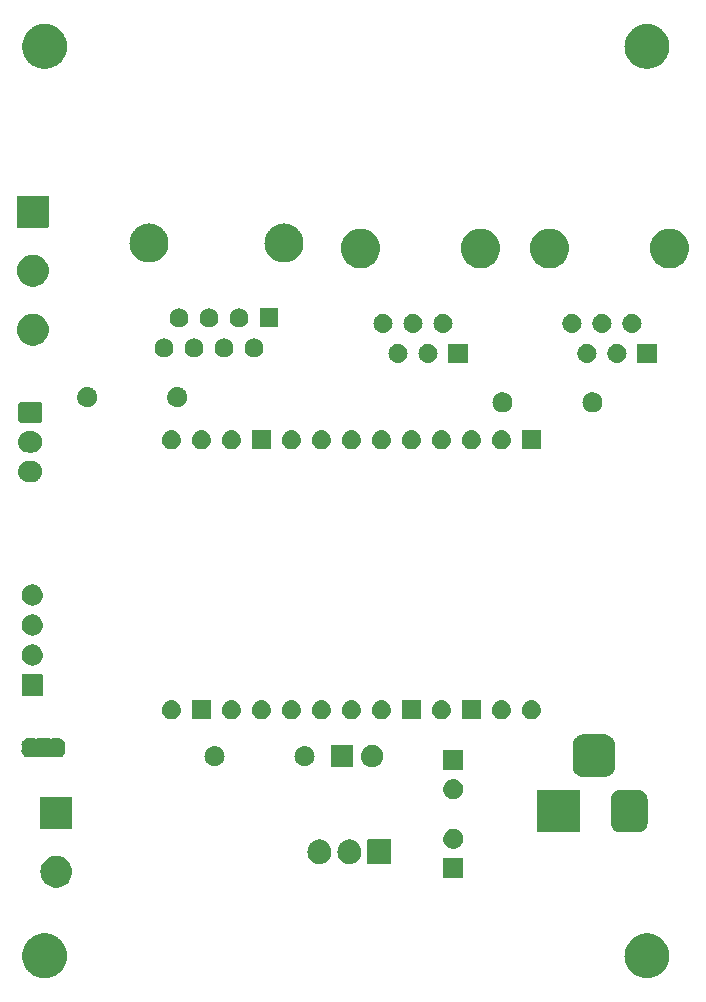
<source format=gbr>
%TF.GenerationSoftware,KiCad,Pcbnew,7.0.5*%
%TF.CreationDate,2023-07-03T18:28:24-04:00*%
%TF.ProjectId,Weather_ESP32,57656174-6865-4725-9f45-535033322e6b,v2*%
%TF.SameCoordinates,Original*%
%TF.FileFunction,Soldermask,Bot*%
%TF.FilePolarity,Negative*%
%FSLAX46Y46*%
G04 Gerber Fmt 4.6, Leading zero omitted, Abs format (unit mm)*
G04 Created by KiCad (PCBNEW 7.0.5) date 2023-07-03 18:28:24*
%MOMM*%
%LPD*%
G01*
G04 APERTURE LIST*
G04 APERTURE END LIST*
G36*
X125066038Y-138103723D02*
G01*
X125129707Y-138103723D01*
X125198778Y-138113216D01*
X125270541Y-138118349D01*
X125329609Y-138131198D01*
X125386711Y-138139047D01*
X125459714Y-138159501D01*
X125535574Y-138176004D01*
X125586788Y-138195106D01*
X125636512Y-138209038D01*
X125711688Y-138241691D01*
X125789704Y-138270790D01*
X125832578Y-138294201D01*
X125874442Y-138312385D01*
X125949755Y-138358184D01*
X126027758Y-138400777D01*
X126062229Y-138426582D01*
X126096106Y-138447183D01*
X126169352Y-138506773D01*
X126244890Y-138563320D01*
X126271212Y-138589642D01*
X126297333Y-138610893D01*
X126366174Y-138684604D01*
X126436680Y-138755110D01*
X126455494Y-138780242D01*
X126474399Y-138800485D01*
X126536409Y-138888333D01*
X126599223Y-138972242D01*
X126611464Y-138994660D01*
X126624002Y-139012422D01*
X126676752Y-139114227D01*
X126729210Y-139210296D01*
X126736093Y-139228751D01*
X126743348Y-139242752D01*
X126784429Y-139358345D01*
X126823996Y-139464426D01*
X126826939Y-139477955D01*
X126830225Y-139487201D01*
X126857442Y-139618176D01*
X126881651Y-139729459D01*
X126882219Y-139737404D01*
X126883004Y-139741181D01*
X126894284Y-139906105D01*
X126901000Y-140000000D01*
X126894284Y-140093902D01*
X126883004Y-140258818D01*
X126882219Y-140262593D01*
X126881651Y-140270541D01*
X126857437Y-140381845D01*
X126830225Y-140512798D01*
X126826939Y-140522041D01*
X126823996Y-140535574D01*
X126784422Y-140641674D01*
X126743348Y-140757247D01*
X126736094Y-140771245D01*
X126729210Y-140789704D01*
X126676742Y-140885791D01*
X126624002Y-140987577D01*
X126611466Y-141005335D01*
X126599223Y-141027758D01*
X126536397Y-141111683D01*
X126474399Y-141199514D01*
X126455498Y-141219752D01*
X126436680Y-141244890D01*
X126366160Y-141315409D01*
X126297333Y-141389106D01*
X126271217Y-141410352D01*
X126244890Y-141436680D01*
X126169336Y-141493238D01*
X126096106Y-141552816D01*
X126062236Y-141573412D01*
X126027758Y-141599223D01*
X125949739Y-141641824D01*
X125874442Y-141687614D01*
X125832587Y-141705793D01*
X125789704Y-141729210D01*
X125711672Y-141758314D01*
X125636512Y-141790961D01*
X125586799Y-141804889D01*
X125535574Y-141823996D01*
X125459698Y-141840501D01*
X125386711Y-141860952D01*
X125329618Y-141868799D01*
X125270541Y-141881651D01*
X125198774Y-141886783D01*
X125129707Y-141896277D01*
X125066038Y-141896277D01*
X125000000Y-141901000D01*
X124933962Y-141896277D01*
X124870293Y-141896277D01*
X124801224Y-141886783D01*
X124729459Y-141881651D01*
X124670382Y-141868799D01*
X124613288Y-141860952D01*
X124540297Y-141840500D01*
X124464426Y-141823996D01*
X124413203Y-141804890D01*
X124363487Y-141790961D01*
X124288320Y-141758311D01*
X124210296Y-141729210D01*
X124167416Y-141705795D01*
X124125557Y-141687614D01*
X124050251Y-141641819D01*
X123972242Y-141599223D01*
X123937767Y-141573415D01*
X123903893Y-141552816D01*
X123830650Y-141493228D01*
X123755110Y-141436680D01*
X123728786Y-141410356D01*
X123702666Y-141389106D01*
X123633824Y-141315394D01*
X123563320Y-141244890D01*
X123544506Y-141219757D01*
X123525600Y-141199514D01*
X123463584Y-141111659D01*
X123400777Y-141027758D01*
X123388536Y-141005341D01*
X123375997Y-140987577D01*
X123323238Y-140885755D01*
X123270790Y-140789704D01*
X123263907Y-140771252D01*
X123256651Y-140757247D01*
X123215556Y-140641617D01*
X123176004Y-140535574D01*
X123173061Y-140522048D01*
X123169774Y-140512798D01*
X123142539Y-140381742D01*
X123118349Y-140270541D01*
X123117781Y-140262600D01*
X123116995Y-140258818D01*
X123105692Y-140093582D01*
X123099000Y-140000000D01*
X123105692Y-139906425D01*
X123116995Y-139741181D01*
X123117781Y-139737397D01*
X123118349Y-139729459D01*
X123142535Y-139618278D01*
X123169774Y-139487201D01*
X123173062Y-139477948D01*
X123176004Y-139464426D01*
X123215548Y-139358402D01*
X123256651Y-139242752D01*
X123263909Y-139228744D01*
X123270790Y-139210296D01*
X123323227Y-139114262D01*
X123375997Y-139012422D01*
X123388539Y-138994654D01*
X123400777Y-138972242D01*
X123463572Y-138888356D01*
X123525600Y-138800485D01*
X123544509Y-138780237D01*
X123563320Y-138755110D01*
X123633810Y-138684619D01*
X123702666Y-138610893D01*
X123728792Y-138589637D01*
X123755110Y-138563320D01*
X123830635Y-138506782D01*
X123903893Y-138447183D01*
X123937774Y-138426578D01*
X123972242Y-138400777D01*
X124050235Y-138358189D01*
X124125557Y-138312385D01*
X124167425Y-138294199D01*
X124210296Y-138270790D01*
X124288304Y-138241694D01*
X124363487Y-138209038D01*
X124413214Y-138195105D01*
X124464426Y-138176004D01*
X124540281Y-138159502D01*
X124613288Y-138139047D01*
X124670392Y-138131198D01*
X124729459Y-138118349D01*
X124801220Y-138113216D01*
X124870293Y-138103723D01*
X124933962Y-138103723D01*
X125000000Y-138099000D01*
X125066038Y-138103723D01*
G37*
G36*
X176066038Y-138103723D02*
G01*
X176129707Y-138103723D01*
X176198778Y-138113216D01*
X176270541Y-138118349D01*
X176329609Y-138131198D01*
X176386711Y-138139047D01*
X176459714Y-138159501D01*
X176535574Y-138176004D01*
X176586788Y-138195106D01*
X176636512Y-138209038D01*
X176711688Y-138241691D01*
X176789704Y-138270790D01*
X176832578Y-138294201D01*
X176874442Y-138312385D01*
X176949755Y-138358184D01*
X177027758Y-138400777D01*
X177062229Y-138426582D01*
X177096106Y-138447183D01*
X177169352Y-138506773D01*
X177244890Y-138563320D01*
X177271212Y-138589642D01*
X177297333Y-138610893D01*
X177366174Y-138684604D01*
X177436680Y-138755110D01*
X177455494Y-138780242D01*
X177474399Y-138800485D01*
X177536409Y-138888333D01*
X177599223Y-138972242D01*
X177611464Y-138994660D01*
X177624002Y-139012422D01*
X177676752Y-139114227D01*
X177729210Y-139210296D01*
X177736093Y-139228751D01*
X177743348Y-139242752D01*
X177784429Y-139358345D01*
X177823996Y-139464426D01*
X177826939Y-139477955D01*
X177830225Y-139487201D01*
X177857442Y-139618176D01*
X177881651Y-139729459D01*
X177882219Y-139737404D01*
X177883004Y-139741181D01*
X177894285Y-139906118D01*
X177901000Y-140000000D01*
X177894283Y-140093916D01*
X177883004Y-140258818D01*
X177882219Y-140262593D01*
X177881651Y-140270541D01*
X177857437Y-140381845D01*
X177830225Y-140512798D01*
X177826939Y-140522041D01*
X177823996Y-140535574D01*
X177784422Y-140641674D01*
X177743348Y-140757247D01*
X177736094Y-140771245D01*
X177729210Y-140789704D01*
X177676742Y-140885791D01*
X177624002Y-140987577D01*
X177611466Y-141005335D01*
X177599223Y-141027758D01*
X177536397Y-141111683D01*
X177474399Y-141199514D01*
X177455498Y-141219752D01*
X177436680Y-141244890D01*
X177366160Y-141315409D01*
X177297333Y-141389106D01*
X177271217Y-141410352D01*
X177244890Y-141436680D01*
X177169336Y-141493238D01*
X177096106Y-141552816D01*
X177062236Y-141573412D01*
X177027758Y-141599223D01*
X176949739Y-141641824D01*
X176874442Y-141687614D01*
X176832587Y-141705793D01*
X176789704Y-141729210D01*
X176711672Y-141758314D01*
X176636512Y-141790961D01*
X176586799Y-141804889D01*
X176535574Y-141823996D01*
X176459698Y-141840501D01*
X176386711Y-141860952D01*
X176329618Y-141868799D01*
X176270541Y-141881651D01*
X176198774Y-141886783D01*
X176129707Y-141896277D01*
X176066038Y-141896277D01*
X176000000Y-141901000D01*
X175933962Y-141896277D01*
X175870293Y-141896277D01*
X175801224Y-141886783D01*
X175729459Y-141881651D01*
X175670382Y-141868799D01*
X175613288Y-141860952D01*
X175540297Y-141840500D01*
X175464426Y-141823996D01*
X175413203Y-141804890D01*
X175363487Y-141790961D01*
X175288320Y-141758311D01*
X175210296Y-141729210D01*
X175167416Y-141705795D01*
X175125557Y-141687614D01*
X175050251Y-141641819D01*
X174972242Y-141599223D01*
X174937767Y-141573415D01*
X174903893Y-141552816D01*
X174830650Y-141493228D01*
X174755110Y-141436680D01*
X174728786Y-141410356D01*
X174702666Y-141389106D01*
X174633824Y-141315394D01*
X174563320Y-141244890D01*
X174544506Y-141219757D01*
X174525600Y-141199514D01*
X174463584Y-141111659D01*
X174400777Y-141027758D01*
X174388536Y-141005341D01*
X174375997Y-140987577D01*
X174323238Y-140885755D01*
X174270790Y-140789704D01*
X174263907Y-140771252D01*
X174256651Y-140757247D01*
X174215556Y-140641617D01*
X174176004Y-140535574D01*
X174173061Y-140522048D01*
X174169774Y-140512798D01*
X174142539Y-140381742D01*
X174118349Y-140270541D01*
X174117781Y-140262600D01*
X174116995Y-140258818D01*
X174105693Y-140093596D01*
X174099000Y-140000000D01*
X174105691Y-139906439D01*
X174116995Y-139741181D01*
X174117781Y-139737397D01*
X174118349Y-139729459D01*
X174142535Y-139618278D01*
X174169774Y-139487201D01*
X174173062Y-139477948D01*
X174176004Y-139464426D01*
X174215548Y-139358402D01*
X174256651Y-139242752D01*
X174263909Y-139228744D01*
X174270790Y-139210296D01*
X174323227Y-139114262D01*
X174375997Y-139012422D01*
X174388539Y-138994654D01*
X174400777Y-138972242D01*
X174463572Y-138888356D01*
X174525600Y-138800485D01*
X174544509Y-138780237D01*
X174563320Y-138755110D01*
X174633810Y-138684619D01*
X174702666Y-138610893D01*
X174728792Y-138589637D01*
X174755110Y-138563320D01*
X174830635Y-138506782D01*
X174903893Y-138447183D01*
X174937774Y-138426578D01*
X174972242Y-138400777D01*
X175050235Y-138358189D01*
X175125557Y-138312385D01*
X175167425Y-138294199D01*
X175210296Y-138270790D01*
X175288304Y-138241694D01*
X175363487Y-138209038D01*
X175413214Y-138195105D01*
X175464426Y-138176004D01*
X175540281Y-138159502D01*
X175613288Y-138139047D01*
X175670392Y-138131198D01*
X175729459Y-138118349D01*
X175801220Y-138113216D01*
X175870293Y-138103723D01*
X175933962Y-138103723D01*
X176000000Y-138099000D01*
X176066038Y-138103723D01*
G37*
G36*
X126326651Y-131590340D02*
G01*
X126537691Y-131662790D01*
X126733927Y-131768988D01*
X126910007Y-131906037D01*
X127061129Y-132070199D01*
X127183169Y-132256995D01*
X127272799Y-132461331D01*
X127327574Y-132677633D01*
X127346000Y-132900000D01*
X127327574Y-133122367D01*
X127272799Y-133338669D01*
X127183169Y-133543005D01*
X127061129Y-133729801D01*
X126910007Y-133893963D01*
X126733927Y-134031012D01*
X126537691Y-134137210D01*
X126326651Y-134209660D01*
X126106565Y-134246386D01*
X125883435Y-134246386D01*
X125663349Y-134209660D01*
X125452309Y-134137210D01*
X125256073Y-134031012D01*
X125079993Y-133893963D01*
X124928871Y-133729801D01*
X124806831Y-133543005D01*
X124717201Y-133338669D01*
X124662426Y-133122367D01*
X124644000Y-132900000D01*
X124662426Y-132677633D01*
X124717201Y-132461331D01*
X124806831Y-132256995D01*
X124928871Y-132070199D01*
X125079993Y-131906037D01*
X125256073Y-131768988D01*
X125452309Y-131662790D01*
X125663349Y-131590340D01*
X125883435Y-131553614D01*
X126106565Y-131553614D01*
X126326651Y-131590340D01*
G37*
G36*
X160419517Y-131752882D02*
G01*
X160436062Y-131763938D01*
X160447118Y-131780483D01*
X160451000Y-131800000D01*
X160451000Y-133400000D01*
X160447118Y-133419517D01*
X160436062Y-133436062D01*
X160419517Y-133447118D01*
X160400000Y-133451000D01*
X158800000Y-133451000D01*
X158780483Y-133447118D01*
X158763938Y-133436062D01*
X158752882Y-133419517D01*
X158749000Y-133400000D01*
X158749000Y-131800000D01*
X158752882Y-131780483D01*
X158763938Y-131763938D01*
X158780483Y-131752882D01*
X158800000Y-131749000D01*
X160400000Y-131749000D01*
X160419517Y-131752882D01*
G37*
G36*
X154312017Y-130152882D02*
G01*
X154328562Y-130163938D01*
X154339618Y-130180483D01*
X154343500Y-130200000D01*
X154343500Y-132200000D01*
X154339618Y-132219517D01*
X154328562Y-132236062D01*
X154312017Y-132247118D01*
X154292500Y-132251000D01*
X152387500Y-132251000D01*
X152367983Y-132247118D01*
X152351438Y-132236062D01*
X152340382Y-132219517D01*
X152336500Y-132200000D01*
X152336500Y-130200000D01*
X152340382Y-130180483D01*
X152351438Y-130163938D01*
X152367983Y-130152882D01*
X152387500Y-130149000D01*
X154292500Y-130149000D01*
X154312017Y-130152882D01*
G37*
G36*
X148261132Y-130152923D02*
G01*
X148307716Y-130150704D01*
X148356945Y-130157782D01*
X148411958Y-130160572D01*
X148456420Y-130172084D01*
X148496453Y-130177840D01*
X148549323Y-130196138D01*
X148608521Y-130211466D01*
X148644257Y-130228995D01*
X148676634Y-130240201D01*
X148730483Y-130271291D01*
X148790815Y-130300885D01*
X148817447Y-130321499D01*
X148841755Y-130335534D01*
X148893474Y-130380349D01*
X148951378Y-130425170D01*
X148969320Y-130446070D01*
X148985853Y-130460396D01*
X149032065Y-130519159D01*
X149083636Y-130579232D01*
X149094020Y-130597941D01*
X149103719Y-130610274D01*
X149140949Y-130682491D01*
X149182174Y-130756764D01*
X149186736Y-130771306D01*
X149191088Y-130779747D01*
X149215938Y-130864378D01*
X149242958Y-130950497D01*
X149243876Y-130959525D01*
X149244807Y-130962696D01*
X149254168Y-131060735D01*
X149263500Y-131152500D01*
X149263500Y-131247500D01*
X149261169Y-131293452D01*
X149258957Y-131339891D01*
X149258763Y-131340897D01*
X149258351Y-131349022D01*
X149239782Y-131439377D01*
X149222306Y-131530057D01*
X149219926Y-131536000D01*
X149217479Y-131547911D01*
X149182888Y-131628516D01*
X149151441Y-131707068D01*
X149144634Y-131717659D01*
X149137407Y-131734501D01*
X149090501Y-131801891D01*
X149048355Y-131867473D01*
X149035394Y-131881065D01*
X149021414Y-131901152D01*
X148966181Y-131953654D01*
X148916779Y-132005466D01*
X148896435Y-132019952D01*
X148874248Y-132041043D01*
X148814650Y-132078190D01*
X148761466Y-132116063D01*
X148733128Y-132129004D01*
X148701936Y-132148447D01*
X148641734Y-132170743D01*
X148588026Y-132195271D01*
X148551733Y-132204075D01*
X148511530Y-132218965D01*
X148454077Y-132227766D01*
X148402731Y-132240223D01*
X148359244Y-132242294D01*
X148310826Y-132249712D01*
X148258857Y-132247076D01*
X148212283Y-132249295D01*
X148163063Y-132242218D01*
X148108042Y-132239428D01*
X148063571Y-132227913D01*
X148023546Y-132222159D01*
X147970683Y-132203863D01*
X147911479Y-132188534D01*
X147875738Y-132171002D01*
X147843365Y-132159798D01*
X147789521Y-132128711D01*
X147729185Y-132099115D01*
X147702550Y-132078498D01*
X147678244Y-132064465D01*
X147626526Y-132019651D01*
X147568622Y-131974830D01*
X147550679Y-131953929D01*
X147534146Y-131939603D01*
X147487932Y-131880837D01*
X147436364Y-131820768D01*
X147425979Y-131802059D01*
X147416280Y-131789725D01*
X147379043Y-131717495D01*
X147337826Y-131643236D01*
X147333263Y-131628695D01*
X147328911Y-131620252D01*
X147304050Y-131535586D01*
X147277042Y-131449503D01*
X147276124Y-131440477D01*
X147275192Y-131437303D01*
X147265816Y-131339118D01*
X147256500Y-131247500D01*
X147256500Y-131152500D01*
X147258821Y-131106728D01*
X147261042Y-131060108D01*
X147261237Y-131059094D01*
X147261649Y-131050978D01*
X147280197Y-130960716D01*
X147297693Y-130869942D01*
X147300074Y-130863992D01*
X147302521Y-130852089D01*
X147337090Y-130771532D01*
X147368558Y-130692931D01*
X147375369Y-130682332D01*
X147382593Y-130665499D01*
X147429476Y-130598139D01*
X147471644Y-130532526D01*
X147484610Y-130518927D01*
X147498586Y-130498848D01*
X147553797Y-130446365D01*
X147603220Y-130394533D01*
X147623572Y-130380040D01*
X147645752Y-130358957D01*
X147705330Y-130321821D01*
X147758533Y-130283936D01*
X147786880Y-130270990D01*
X147818064Y-130251553D01*
X147878248Y-130229263D01*
X147931973Y-130204728D01*
X147968276Y-130195920D01*
X148008470Y-130181035D01*
X148065908Y-130172235D01*
X148117268Y-130159776D01*
X148160765Y-130157704D01*
X148209174Y-130150288D01*
X148261132Y-130152923D01*
G37*
G36*
X150801132Y-130152923D02*
G01*
X150847716Y-130150704D01*
X150896945Y-130157782D01*
X150951958Y-130160572D01*
X150996420Y-130172084D01*
X151036453Y-130177840D01*
X151089323Y-130196138D01*
X151148521Y-130211466D01*
X151184257Y-130228995D01*
X151216634Y-130240201D01*
X151270483Y-130271291D01*
X151330815Y-130300885D01*
X151357447Y-130321499D01*
X151381755Y-130335534D01*
X151433474Y-130380349D01*
X151491378Y-130425170D01*
X151509320Y-130446070D01*
X151525853Y-130460396D01*
X151572065Y-130519159D01*
X151623636Y-130579232D01*
X151634020Y-130597941D01*
X151643719Y-130610274D01*
X151680949Y-130682491D01*
X151722174Y-130756764D01*
X151726736Y-130771306D01*
X151731088Y-130779747D01*
X151755938Y-130864378D01*
X151782958Y-130950497D01*
X151783876Y-130959525D01*
X151784807Y-130962696D01*
X151794168Y-131060735D01*
X151803500Y-131152500D01*
X151803500Y-131247500D01*
X151801169Y-131293452D01*
X151798957Y-131339891D01*
X151798763Y-131340897D01*
X151798351Y-131349022D01*
X151779782Y-131439377D01*
X151762306Y-131530057D01*
X151759926Y-131536000D01*
X151757479Y-131547911D01*
X151722888Y-131628516D01*
X151691441Y-131707068D01*
X151684634Y-131717659D01*
X151677407Y-131734501D01*
X151630501Y-131801891D01*
X151588355Y-131867473D01*
X151575394Y-131881065D01*
X151561414Y-131901152D01*
X151506181Y-131953654D01*
X151456779Y-132005466D01*
X151436435Y-132019952D01*
X151414248Y-132041043D01*
X151354650Y-132078190D01*
X151301466Y-132116063D01*
X151273128Y-132129004D01*
X151241936Y-132148447D01*
X151181734Y-132170743D01*
X151128026Y-132195271D01*
X151091733Y-132204075D01*
X151051530Y-132218965D01*
X150994077Y-132227766D01*
X150942731Y-132240223D01*
X150899244Y-132242294D01*
X150850826Y-132249712D01*
X150798857Y-132247076D01*
X150752283Y-132249295D01*
X150703063Y-132242218D01*
X150648042Y-132239428D01*
X150603571Y-132227913D01*
X150563546Y-132222159D01*
X150510683Y-132203863D01*
X150451479Y-132188534D01*
X150415738Y-132171002D01*
X150383365Y-132159798D01*
X150329521Y-132128711D01*
X150269185Y-132099115D01*
X150242550Y-132078498D01*
X150218244Y-132064465D01*
X150166526Y-132019651D01*
X150108622Y-131974830D01*
X150090679Y-131953929D01*
X150074146Y-131939603D01*
X150027932Y-131880837D01*
X149976364Y-131820768D01*
X149965979Y-131802059D01*
X149956280Y-131789725D01*
X149919043Y-131717495D01*
X149877826Y-131643236D01*
X149873263Y-131628695D01*
X149868911Y-131620252D01*
X149844050Y-131535586D01*
X149817042Y-131449503D01*
X149816124Y-131440477D01*
X149815192Y-131437303D01*
X149805816Y-131339118D01*
X149796500Y-131247500D01*
X149796500Y-131152500D01*
X149798821Y-131106728D01*
X149801042Y-131060108D01*
X149801237Y-131059094D01*
X149801649Y-131050978D01*
X149820197Y-130960716D01*
X149837693Y-130869942D01*
X149840074Y-130863992D01*
X149842521Y-130852089D01*
X149877090Y-130771532D01*
X149908558Y-130692931D01*
X149915369Y-130682332D01*
X149922593Y-130665499D01*
X149969476Y-130598139D01*
X150011644Y-130532526D01*
X150024610Y-130518927D01*
X150038586Y-130498848D01*
X150093797Y-130446365D01*
X150143220Y-130394533D01*
X150163572Y-130380040D01*
X150185752Y-130358957D01*
X150245330Y-130321821D01*
X150298533Y-130283936D01*
X150326880Y-130270990D01*
X150358064Y-130251553D01*
X150418248Y-130229263D01*
X150471973Y-130204728D01*
X150508276Y-130195920D01*
X150548470Y-130181035D01*
X150605908Y-130172235D01*
X150657268Y-130159776D01*
X150700765Y-130157704D01*
X150749174Y-130150288D01*
X150801132Y-130152923D01*
G37*
G36*
X159641199Y-129253662D02*
G01*
X159688954Y-129253662D01*
X159730194Y-129262427D01*
X159765901Y-129265945D01*
X159810759Y-129279552D01*
X159862973Y-129290651D01*
X159896384Y-129305526D01*
X159925435Y-129314339D01*
X159971602Y-129339015D01*
X160025500Y-129363012D01*
X160050554Y-129381215D01*
X160072453Y-129392920D01*
X160117128Y-129429584D01*
X160169430Y-129467584D01*
X160186411Y-129486443D01*
X160201320Y-129498679D01*
X160241387Y-129547501D01*
X160288473Y-129599795D01*
X160298364Y-129616927D01*
X160307079Y-129627546D01*
X160339306Y-129687840D01*
X160377427Y-129753867D01*
X160381813Y-129767368D01*
X160385660Y-129774564D01*
X160406861Y-129844455D01*
X160432404Y-129923067D01*
X160433303Y-129931623D01*
X160434054Y-129934098D01*
X160441371Y-130008389D01*
X160451000Y-130100000D01*
X160441370Y-130191619D01*
X160434054Y-130265901D01*
X160433303Y-130268375D01*
X160432404Y-130276933D01*
X160406856Y-130355558D01*
X160385660Y-130425435D01*
X160381814Y-130432629D01*
X160377427Y-130446133D01*
X160339299Y-130512172D01*
X160307079Y-130572453D01*
X160298366Y-130583069D01*
X160288473Y-130600205D01*
X160241378Y-130652509D01*
X160201320Y-130701320D01*
X160186414Y-130713552D01*
X160169430Y-130732416D01*
X160117118Y-130770423D01*
X160072453Y-130807079D01*
X160050559Y-130818780D01*
X160025500Y-130836988D01*
X159971591Y-130860989D01*
X159925435Y-130885660D01*
X159896391Y-130894470D01*
X159862973Y-130909349D01*
X159810748Y-130920449D01*
X159765901Y-130934054D01*
X159730203Y-130937570D01*
X159688954Y-130946338D01*
X159641188Y-130946338D01*
X159600000Y-130950395D01*
X159558811Y-130946338D01*
X159511046Y-130946338D01*
X159469797Y-130937570D01*
X159434098Y-130934054D01*
X159389248Y-130920448D01*
X159337027Y-130909349D01*
X159303610Y-130894471D01*
X159274564Y-130885660D01*
X159228402Y-130860986D01*
X159174500Y-130836988D01*
X159149443Y-130818783D01*
X159127546Y-130807079D01*
X159082873Y-130770416D01*
X159030570Y-130732416D01*
X159013588Y-130713555D01*
X158998679Y-130701320D01*
X158958610Y-130652496D01*
X158911527Y-130600205D01*
X158901636Y-130583073D01*
X158892920Y-130572453D01*
X158860687Y-130512148D01*
X158822573Y-130446133D01*
X158818186Y-130432634D01*
X158814339Y-130425435D01*
X158793128Y-130355512D01*
X158767596Y-130276933D01*
X158766697Y-130268380D01*
X158765945Y-130265901D01*
X158758613Y-130191467D01*
X158749000Y-130100000D01*
X158758612Y-130008540D01*
X158765945Y-129934098D01*
X158766697Y-129931618D01*
X158767596Y-129923067D01*
X158793123Y-129844502D01*
X158814339Y-129774564D01*
X158818187Y-129767363D01*
X158822573Y-129753867D01*
X158860680Y-129687863D01*
X158892920Y-129627546D01*
X158901638Y-129616923D01*
X158911527Y-129599795D01*
X158958601Y-129547513D01*
X158998679Y-129498679D01*
X159013591Y-129486440D01*
X159030570Y-129467584D01*
X159082862Y-129429591D01*
X159127546Y-129392920D01*
X159149448Y-129381213D01*
X159174500Y-129363012D01*
X159228391Y-129339018D01*
X159274564Y-129314339D01*
X159303617Y-129305525D01*
X159337027Y-129290651D01*
X159389237Y-129279553D01*
X159434098Y-129265945D01*
X159469806Y-129262427D01*
X159511046Y-129253662D01*
X159558801Y-129253662D01*
X159600000Y-129249604D01*
X159641199Y-129253662D01*
G37*
G36*
X170269517Y-125960382D02*
G01*
X170286062Y-125971438D01*
X170297118Y-125987983D01*
X170301000Y-126007500D01*
X170301000Y-129507500D01*
X170297118Y-129527017D01*
X170286062Y-129543562D01*
X170269517Y-129554618D01*
X170250000Y-129558500D01*
X166750000Y-129558500D01*
X166730483Y-129554618D01*
X166713938Y-129543562D01*
X166702882Y-129527017D01*
X166699000Y-129507500D01*
X166699000Y-126007500D01*
X166702882Y-125987983D01*
X166713938Y-125971438D01*
X166730483Y-125960382D01*
X166750000Y-125956500D01*
X170250000Y-125956500D01*
X170269517Y-125960382D01*
G37*
G36*
X175261388Y-125957783D02*
G01*
X175373601Y-125966614D01*
X175398155Y-125973193D01*
X175428239Y-125976583D01*
X175485229Y-125996524D01*
X175536804Y-126010344D01*
X175563289Y-126023838D01*
X175597541Y-126035824D01*
X175643552Y-126064735D01*
X175685884Y-126086304D01*
X175713603Y-126108751D01*
X175749415Y-126131253D01*
X175783577Y-126165415D01*
X175815905Y-126191594D01*
X175842083Y-126223921D01*
X175876247Y-126258085D01*
X175898749Y-126293897D01*
X175921195Y-126321615D01*
X175942762Y-126363943D01*
X175971676Y-126409959D01*
X175983662Y-126444214D01*
X175997155Y-126470695D01*
X176010972Y-126522262D01*
X176030917Y-126579261D01*
X176034307Y-126609349D01*
X176040885Y-126633898D01*
X176049713Y-126746086D01*
X176051000Y-126757500D01*
X176051000Y-128757500D01*
X176049713Y-128768917D01*
X176040885Y-128881101D01*
X176034307Y-128905649D01*
X176030917Y-128935739D01*
X176010971Y-128992741D01*
X175997155Y-129044304D01*
X175983663Y-129070782D01*
X175971676Y-129105041D01*
X175942759Y-129151061D01*
X175921195Y-129193384D01*
X175898752Y-129221098D01*
X175876247Y-129256915D01*
X175842079Y-129291082D01*
X175815905Y-129323405D01*
X175783582Y-129349579D01*
X175749415Y-129383747D01*
X175713598Y-129406252D01*
X175685884Y-129428695D01*
X175643561Y-129450259D01*
X175597541Y-129479176D01*
X175563282Y-129491163D01*
X175536804Y-129504655D01*
X175485241Y-129518471D01*
X175428239Y-129538417D01*
X175398149Y-129541807D01*
X175373601Y-129548385D01*
X175261415Y-129557213D01*
X175250000Y-129558500D01*
X173750000Y-129558500D01*
X173738584Y-129557213D01*
X173626398Y-129548385D01*
X173601849Y-129541807D01*
X173571761Y-129538417D01*
X173514762Y-129518472D01*
X173463195Y-129504655D01*
X173436714Y-129491162D01*
X173402459Y-129479176D01*
X173356443Y-129450262D01*
X173314115Y-129428695D01*
X173286397Y-129406249D01*
X173250585Y-129383747D01*
X173216421Y-129349583D01*
X173184094Y-129323405D01*
X173157915Y-129291077D01*
X173123753Y-129256915D01*
X173101251Y-129221103D01*
X173078804Y-129193384D01*
X173057235Y-129151052D01*
X173028324Y-129105041D01*
X173016338Y-129070789D01*
X173002844Y-129044304D01*
X172989024Y-128992729D01*
X172969083Y-128935739D01*
X172965693Y-128905655D01*
X172959114Y-128881101D01*
X172950282Y-128768886D01*
X172949000Y-128757500D01*
X172949000Y-126757500D01*
X172950282Y-126746113D01*
X172959114Y-126633898D01*
X172965693Y-126609342D01*
X172969083Y-126579261D01*
X172989023Y-126522274D01*
X173002844Y-126470695D01*
X173016339Y-126444207D01*
X173028324Y-126409959D01*
X173057232Y-126363951D01*
X173078804Y-126321615D01*
X173101254Y-126293891D01*
X173123753Y-126258085D01*
X173157910Y-126223927D01*
X173184094Y-126191594D01*
X173216427Y-126165410D01*
X173250585Y-126131253D01*
X173286391Y-126108754D01*
X173314115Y-126086304D01*
X173356451Y-126064732D01*
X173402459Y-126035824D01*
X173436707Y-126023839D01*
X173463195Y-126010344D01*
X173514774Y-125996523D01*
X173571761Y-125976583D01*
X173601842Y-125973193D01*
X173626398Y-125966614D01*
X173738615Y-125957782D01*
X173750000Y-125956500D01*
X175250000Y-125956500D01*
X175261388Y-125957783D01*
G37*
G36*
X127314517Y-126552882D02*
G01*
X127331062Y-126563938D01*
X127342118Y-126580483D01*
X127346000Y-126600000D01*
X127346000Y-129200000D01*
X127342118Y-129219517D01*
X127331062Y-129236062D01*
X127314517Y-129247118D01*
X127295000Y-129251000D01*
X124695000Y-129251000D01*
X124675483Y-129247118D01*
X124658938Y-129236062D01*
X124647882Y-129219517D01*
X124644000Y-129200000D01*
X124644000Y-126600000D01*
X124647882Y-126580483D01*
X124658938Y-126563938D01*
X124675483Y-126552882D01*
X124695000Y-126549000D01*
X127295000Y-126549000D01*
X127314517Y-126552882D01*
G37*
G36*
X159641199Y-125053662D02*
G01*
X159688954Y-125053662D01*
X159730194Y-125062427D01*
X159765901Y-125065945D01*
X159810759Y-125079552D01*
X159862973Y-125090651D01*
X159896384Y-125105526D01*
X159925435Y-125114339D01*
X159971602Y-125139015D01*
X160025500Y-125163012D01*
X160050554Y-125181215D01*
X160072453Y-125192920D01*
X160117128Y-125229584D01*
X160169430Y-125267584D01*
X160186411Y-125286443D01*
X160201320Y-125298679D01*
X160241387Y-125347501D01*
X160288473Y-125399795D01*
X160298364Y-125416927D01*
X160307079Y-125427546D01*
X160339306Y-125487840D01*
X160377427Y-125553867D01*
X160381813Y-125567368D01*
X160385660Y-125574564D01*
X160406861Y-125644455D01*
X160432404Y-125723067D01*
X160433303Y-125731623D01*
X160434054Y-125734098D01*
X160441371Y-125808389D01*
X160451000Y-125900000D01*
X160441370Y-125991619D01*
X160434054Y-126065901D01*
X160433303Y-126068375D01*
X160432404Y-126076933D01*
X160406856Y-126155558D01*
X160385660Y-126225435D01*
X160381814Y-126232629D01*
X160377427Y-126246133D01*
X160339299Y-126312172D01*
X160307079Y-126372453D01*
X160298366Y-126383069D01*
X160288473Y-126400205D01*
X160241378Y-126452509D01*
X160201320Y-126501320D01*
X160186414Y-126513552D01*
X160169430Y-126532416D01*
X160117118Y-126570423D01*
X160072453Y-126607079D01*
X160050559Y-126618780D01*
X160025500Y-126636988D01*
X159971591Y-126660989D01*
X159925435Y-126685660D01*
X159896391Y-126694470D01*
X159862973Y-126709349D01*
X159810748Y-126720449D01*
X159765901Y-126734054D01*
X159730203Y-126737570D01*
X159688954Y-126746338D01*
X159641188Y-126746338D01*
X159600000Y-126750395D01*
X159558811Y-126746338D01*
X159511046Y-126746338D01*
X159469797Y-126737570D01*
X159434098Y-126734054D01*
X159389248Y-126720448D01*
X159337027Y-126709349D01*
X159303610Y-126694471D01*
X159274564Y-126685660D01*
X159228402Y-126660986D01*
X159174500Y-126636988D01*
X159149443Y-126618783D01*
X159127546Y-126607079D01*
X159082873Y-126570416D01*
X159030570Y-126532416D01*
X159013588Y-126513555D01*
X158998679Y-126501320D01*
X158958610Y-126452496D01*
X158911527Y-126400205D01*
X158901636Y-126383073D01*
X158892920Y-126372453D01*
X158860687Y-126312148D01*
X158822573Y-126246133D01*
X158818186Y-126232634D01*
X158814339Y-126225435D01*
X158793128Y-126155512D01*
X158767596Y-126076933D01*
X158766697Y-126068380D01*
X158765945Y-126065901D01*
X158758613Y-125991467D01*
X158749000Y-125900000D01*
X158758612Y-125808540D01*
X158765945Y-125734098D01*
X158766697Y-125731618D01*
X158767596Y-125723067D01*
X158793123Y-125644502D01*
X158814339Y-125574564D01*
X158818187Y-125567363D01*
X158822573Y-125553867D01*
X158860680Y-125487863D01*
X158892920Y-125427546D01*
X158901638Y-125416923D01*
X158911527Y-125399795D01*
X158958601Y-125347513D01*
X158998679Y-125298679D01*
X159013591Y-125286440D01*
X159030570Y-125267584D01*
X159082862Y-125229591D01*
X159127546Y-125192920D01*
X159149448Y-125181213D01*
X159174500Y-125163012D01*
X159228391Y-125139018D01*
X159274564Y-125114339D01*
X159303617Y-125105525D01*
X159337027Y-125090651D01*
X159389237Y-125079553D01*
X159434098Y-125065945D01*
X159469806Y-125062427D01*
X159511046Y-125053662D01*
X159558801Y-125053662D01*
X159600000Y-125049604D01*
X159641199Y-125053662D01*
G37*
G36*
X172519858Y-121267901D02*
G01*
X172540342Y-121273389D01*
X172555533Y-121274886D01*
X172628249Y-121296944D01*
X172706849Y-121318005D01*
X172720343Y-121324880D01*
X172729136Y-121327548D01*
X172801709Y-121366338D01*
X172879336Y-121405891D01*
X172886379Y-121411594D01*
X172889121Y-121413060D01*
X172958372Y-121469893D01*
X173029781Y-121527719D01*
X173087619Y-121599144D01*
X173144439Y-121668378D01*
X173145904Y-121671118D01*
X173151609Y-121678164D01*
X173191170Y-121755808D01*
X173229951Y-121828363D01*
X173232617Y-121837152D01*
X173239495Y-121850651D01*
X173260559Y-121929264D01*
X173282613Y-122001965D01*
X173284108Y-122017152D01*
X173289599Y-122037642D01*
X173301000Y-122182500D01*
X173301000Y-123932500D01*
X173289599Y-124077358D01*
X173284108Y-124097848D01*
X173282613Y-124113033D01*
X173260563Y-124185721D01*
X173239495Y-124264349D01*
X173232616Y-124277848D01*
X173229951Y-124286636D01*
X173191181Y-124359169D01*
X173151609Y-124436836D01*
X173145902Y-124443882D01*
X173144439Y-124446621D01*
X173087680Y-124515780D01*
X173029781Y-124587281D01*
X172958280Y-124645180D01*
X172889121Y-124701939D01*
X172886382Y-124703402D01*
X172879336Y-124709109D01*
X172801669Y-124748681D01*
X172729136Y-124787451D01*
X172720348Y-124790116D01*
X172706849Y-124796995D01*
X172628226Y-124818061D01*
X172555534Y-124840113D01*
X172540348Y-124841608D01*
X172519858Y-124847099D01*
X172375000Y-124858500D01*
X170625000Y-124858500D01*
X170480142Y-124847099D01*
X170459651Y-124841608D01*
X170444466Y-124840113D01*
X170371769Y-124818060D01*
X170293151Y-124796995D01*
X170279652Y-124790117D01*
X170270863Y-124787451D01*
X170198308Y-124748670D01*
X170120664Y-124709109D01*
X170113618Y-124703404D01*
X170110878Y-124701939D01*
X170041644Y-124645119D01*
X169970219Y-124587281D01*
X169912393Y-124515872D01*
X169855560Y-124446621D01*
X169854094Y-124443879D01*
X169848391Y-124436836D01*
X169808838Y-124359209D01*
X169770048Y-124286636D01*
X169767380Y-124277843D01*
X169760505Y-124264349D01*
X169739445Y-124185754D01*
X169717386Y-124113034D01*
X169715889Y-124097842D01*
X169710401Y-124077358D01*
X169699000Y-123932500D01*
X169699000Y-122182500D01*
X169710401Y-122037642D01*
X169715889Y-122017157D01*
X169717386Y-122001966D01*
X169739446Y-121929241D01*
X169760505Y-121850651D01*
X169767380Y-121837157D01*
X169770048Y-121828363D01*
X169808849Y-121755768D01*
X169848391Y-121678164D01*
X169854093Y-121671122D01*
X169855560Y-121668378D01*
X169912454Y-121599052D01*
X169970219Y-121527719D01*
X170041552Y-121469954D01*
X170110878Y-121413060D01*
X170113622Y-121411593D01*
X170120664Y-121405891D01*
X170198268Y-121366349D01*
X170270863Y-121327548D01*
X170279657Y-121324880D01*
X170293151Y-121318005D01*
X170371736Y-121296948D01*
X170444465Y-121274886D01*
X170459658Y-121273389D01*
X170480142Y-121267901D01*
X170625000Y-121256500D01*
X172375000Y-121256500D01*
X172519858Y-121267901D01*
G37*
G36*
X160419517Y-122552882D02*
G01*
X160436062Y-122563938D01*
X160447118Y-122580483D01*
X160451000Y-122600000D01*
X160451000Y-124200000D01*
X160447118Y-124219517D01*
X160436062Y-124236062D01*
X160419517Y-124247118D01*
X160400000Y-124251000D01*
X158800000Y-124251000D01*
X158780483Y-124247118D01*
X158763938Y-124236062D01*
X158752882Y-124219517D01*
X158749000Y-124200000D01*
X158749000Y-122600000D01*
X158752882Y-122580483D01*
X158763938Y-122563938D01*
X158780483Y-122552882D01*
X158800000Y-122549000D01*
X160400000Y-122549000D01*
X160419517Y-122552882D01*
G37*
G36*
X151109517Y-122152882D02*
G01*
X151126062Y-122163938D01*
X151137118Y-122180483D01*
X151141000Y-122200000D01*
X151141000Y-124000000D01*
X151137118Y-124019517D01*
X151126062Y-124036062D01*
X151109517Y-124047118D01*
X151090000Y-124051000D01*
X149290000Y-124051000D01*
X149270483Y-124047118D01*
X149253938Y-124036062D01*
X149242882Y-124019517D01*
X149239000Y-124000000D01*
X149239000Y-122200000D01*
X149242882Y-122180483D01*
X149253938Y-122163938D01*
X149270483Y-122152882D01*
X149290000Y-122149000D01*
X151090000Y-122149000D01*
X151109517Y-122152882D01*
G37*
G36*
X152776604Y-122153590D02*
G01*
X152817696Y-122153590D01*
X152863456Y-122162144D01*
X152915531Y-122167273D01*
X152955091Y-122179273D01*
X152990111Y-122185820D01*
X153038617Y-122204611D01*
X153093932Y-122221391D01*
X153125534Y-122238282D01*
X153153656Y-122249177D01*
X153202513Y-122279428D01*
X153258347Y-122309272D01*
X153281809Y-122328526D01*
X153302784Y-122341514D01*
X153349256Y-122383879D01*
X153402459Y-122427541D01*
X153418224Y-122446751D01*
X153432400Y-122459674D01*
X153473557Y-122514174D01*
X153520728Y-122571653D01*
X153529848Y-122588717D01*
X153538099Y-122599642D01*
X153570925Y-122665566D01*
X153608609Y-122736068D01*
X153612628Y-122749316D01*
X153616282Y-122756655D01*
X153637864Y-122832507D01*
X153662727Y-122914469D01*
X153663543Y-122922762D01*
X153664280Y-122925350D01*
X153671937Y-123007989D01*
X153681000Y-123100000D01*
X153671935Y-123192033D01*
X153664280Y-123274649D01*
X153663544Y-123277235D01*
X153662727Y-123285531D01*
X153637859Y-123367507D01*
X153616282Y-123443344D01*
X153612628Y-123450680D01*
X153608609Y-123463932D01*
X153570917Y-123534447D01*
X153538099Y-123600357D01*
X153529850Y-123611279D01*
X153520728Y-123628347D01*
X153473547Y-123685836D01*
X153432400Y-123740325D01*
X153418227Y-123753244D01*
X153402459Y-123772459D01*
X153349245Y-123816129D01*
X153302784Y-123858485D01*
X153281814Y-123871469D01*
X153258347Y-123890728D01*
X153202502Y-123920577D01*
X153153656Y-123950822D01*
X153125541Y-123961713D01*
X153093932Y-123978609D01*
X153038605Y-123995392D01*
X152990111Y-124014179D01*
X152955098Y-124020724D01*
X152915531Y-124032727D01*
X152863453Y-124037856D01*
X152817696Y-124046410D01*
X152776604Y-124046410D01*
X152730000Y-124051000D01*
X152683396Y-124046410D01*
X152642304Y-124046410D01*
X152596545Y-124037856D01*
X152544469Y-124032727D01*
X152504902Y-124020724D01*
X152469888Y-124014179D01*
X152421389Y-123995390D01*
X152366068Y-123978609D01*
X152334461Y-123961714D01*
X152306343Y-123950822D01*
X152257490Y-123920573D01*
X152201653Y-123890728D01*
X152178188Y-123871471D01*
X152157215Y-123858485D01*
X152110744Y-123816121D01*
X152057541Y-123772459D01*
X152041775Y-123753248D01*
X152027599Y-123740325D01*
X151986439Y-123685821D01*
X151939272Y-123628347D01*
X151930151Y-123611284D01*
X151921900Y-123600357D01*
X151889067Y-123534420D01*
X151851391Y-123463932D01*
X151847372Y-123450685D01*
X151843717Y-123443344D01*
X151822124Y-123367454D01*
X151797273Y-123285531D01*
X151796456Y-123277241D01*
X151795719Y-123274649D01*
X151788046Y-123191854D01*
X151779000Y-123100000D01*
X151788045Y-123008153D01*
X151795719Y-122925350D01*
X151796456Y-122922757D01*
X151797273Y-122914469D01*
X151822119Y-122832560D01*
X151843717Y-122756655D01*
X151847373Y-122749311D01*
X151851391Y-122736068D01*
X151889060Y-122665593D01*
X151921900Y-122599642D01*
X151930153Y-122588712D01*
X151939272Y-122571653D01*
X151986430Y-122514190D01*
X152027599Y-122459674D01*
X152041778Y-122446747D01*
X152057541Y-122427541D01*
X152110733Y-122383887D01*
X152157215Y-122341514D01*
X152178193Y-122328524D01*
X152201653Y-122309272D01*
X152257478Y-122279432D01*
X152306343Y-122249177D01*
X152334467Y-122238281D01*
X152366068Y-122221391D01*
X152421377Y-122204612D01*
X152469888Y-122185820D01*
X152504909Y-122179273D01*
X152544469Y-122167273D01*
X152596542Y-122162144D01*
X152642304Y-122153590D01*
X152683396Y-122153590D01*
X152730000Y-122149000D01*
X152776604Y-122153590D01*
G37*
G36*
X139431199Y-122253662D02*
G01*
X139478954Y-122253662D01*
X139520194Y-122262427D01*
X139555901Y-122265945D01*
X139600759Y-122279552D01*
X139652973Y-122290651D01*
X139686384Y-122305526D01*
X139715435Y-122314339D01*
X139761602Y-122339015D01*
X139815500Y-122363012D01*
X139840554Y-122381215D01*
X139862453Y-122392920D01*
X139907128Y-122429584D01*
X139959430Y-122467584D01*
X139976411Y-122486443D01*
X139991320Y-122498679D01*
X140031387Y-122547501D01*
X140078473Y-122599795D01*
X140088364Y-122616927D01*
X140097079Y-122627546D01*
X140129306Y-122687840D01*
X140167427Y-122753867D01*
X140171813Y-122767368D01*
X140175660Y-122774564D01*
X140196861Y-122844455D01*
X140222404Y-122923067D01*
X140223303Y-122931623D01*
X140224054Y-122934098D01*
X140231371Y-123008389D01*
X140241000Y-123100000D01*
X140231370Y-123191619D01*
X140224054Y-123265901D01*
X140223303Y-123268375D01*
X140222404Y-123276933D01*
X140196856Y-123355558D01*
X140175660Y-123425435D01*
X140171814Y-123432629D01*
X140167427Y-123446133D01*
X140129299Y-123512172D01*
X140097079Y-123572453D01*
X140088366Y-123583069D01*
X140078473Y-123600205D01*
X140031378Y-123652509D01*
X139991320Y-123701320D01*
X139976414Y-123713552D01*
X139959430Y-123732416D01*
X139907118Y-123770423D01*
X139862453Y-123807079D01*
X139840559Y-123818780D01*
X139815500Y-123836988D01*
X139761591Y-123860989D01*
X139715435Y-123885660D01*
X139686391Y-123894470D01*
X139652973Y-123909349D01*
X139600748Y-123920449D01*
X139555901Y-123934054D01*
X139520203Y-123937570D01*
X139478954Y-123946338D01*
X139431188Y-123946338D01*
X139390000Y-123950395D01*
X139348811Y-123946338D01*
X139301046Y-123946338D01*
X139259797Y-123937570D01*
X139224098Y-123934054D01*
X139179248Y-123920448D01*
X139127027Y-123909349D01*
X139093610Y-123894471D01*
X139064564Y-123885660D01*
X139018402Y-123860986D01*
X138964500Y-123836988D01*
X138939443Y-123818783D01*
X138917546Y-123807079D01*
X138872873Y-123770416D01*
X138820570Y-123732416D01*
X138803588Y-123713555D01*
X138788679Y-123701320D01*
X138748610Y-123652496D01*
X138701527Y-123600205D01*
X138691636Y-123583073D01*
X138682920Y-123572453D01*
X138650687Y-123512148D01*
X138612573Y-123446133D01*
X138608186Y-123432634D01*
X138604339Y-123425435D01*
X138583128Y-123355512D01*
X138557596Y-123276933D01*
X138556697Y-123268380D01*
X138555945Y-123265901D01*
X138548614Y-123191474D01*
X138539000Y-123100000D01*
X138548611Y-123008547D01*
X138555945Y-122934098D01*
X138556697Y-122931618D01*
X138557596Y-122923067D01*
X138583123Y-122844502D01*
X138604339Y-122774564D01*
X138608187Y-122767363D01*
X138612573Y-122753867D01*
X138650680Y-122687863D01*
X138682920Y-122627546D01*
X138691638Y-122616923D01*
X138701527Y-122599795D01*
X138748601Y-122547513D01*
X138788679Y-122498679D01*
X138803591Y-122486440D01*
X138820570Y-122467584D01*
X138872862Y-122429591D01*
X138917546Y-122392920D01*
X138939448Y-122381213D01*
X138964500Y-122363012D01*
X139018391Y-122339018D01*
X139064564Y-122314339D01*
X139093617Y-122305525D01*
X139127027Y-122290651D01*
X139179237Y-122279553D01*
X139224098Y-122265945D01*
X139259806Y-122262427D01*
X139301046Y-122253662D01*
X139348801Y-122253662D01*
X139390000Y-122249604D01*
X139431199Y-122253662D01*
G37*
G36*
X147051199Y-122253662D02*
G01*
X147098954Y-122253662D01*
X147140194Y-122262427D01*
X147175901Y-122265945D01*
X147220759Y-122279552D01*
X147272973Y-122290651D01*
X147306384Y-122305526D01*
X147335435Y-122314339D01*
X147381602Y-122339015D01*
X147435500Y-122363012D01*
X147460554Y-122381215D01*
X147482453Y-122392920D01*
X147527128Y-122429584D01*
X147579430Y-122467584D01*
X147596411Y-122486443D01*
X147611320Y-122498679D01*
X147651387Y-122547501D01*
X147698473Y-122599795D01*
X147708364Y-122616927D01*
X147717079Y-122627546D01*
X147749306Y-122687840D01*
X147787427Y-122753867D01*
X147791813Y-122767368D01*
X147795660Y-122774564D01*
X147816861Y-122844455D01*
X147842404Y-122923067D01*
X147843303Y-122931623D01*
X147844054Y-122934098D01*
X147851371Y-123008389D01*
X147861000Y-123100000D01*
X147851370Y-123191619D01*
X147844054Y-123265901D01*
X147843303Y-123268375D01*
X147842404Y-123276933D01*
X147816856Y-123355558D01*
X147795660Y-123425435D01*
X147791814Y-123432629D01*
X147787427Y-123446133D01*
X147749299Y-123512172D01*
X147717079Y-123572453D01*
X147708366Y-123583069D01*
X147698473Y-123600205D01*
X147651378Y-123652509D01*
X147611320Y-123701320D01*
X147596414Y-123713552D01*
X147579430Y-123732416D01*
X147527118Y-123770423D01*
X147482453Y-123807079D01*
X147460559Y-123818780D01*
X147435500Y-123836988D01*
X147381591Y-123860989D01*
X147335435Y-123885660D01*
X147306391Y-123894470D01*
X147272973Y-123909349D01*
X147220748Y-123920449D01*
X147175901Y-123934054D01*
X147140203Y-123937570D01*
X147098954Y-123946338D01*
X147051188Y-123946338D01*
X147009999Y-123950395D01*
X146968811Y-123946338D01*
X146921046Y-123946338D01*
X146879797Y-123937570D01*
X146844098Y-123934054D01*
X146799248Y-123920448D01*
X146747027Y-123909349D01*
X146713610Y-123894471D01*
X146684564Y-123885660D01*
X146638402Y-123860986D01*
X146584500Y-123836988D01*
X146559443Y-123818783D01*
X146537546Y-123807079D01*
X146492873Y-123770416D01*
X146440570Y-123732416D01*
X146423588Y-123713555D01*
X146408679Y-123701320D01*
X146368610Y-123652496D01*
X146321527Y-123600205D01*
X146311636Y-123583073D01*
X146302920Y-123572453D01*
X146270687Y-123512148D01*
X146232573Y-123446133D01*
X146228186Y-123432634D01*
X146224339Y-123425435D01*
X146203128Y-123355512D01*
X146177596Y-123276933D01*
X146176697Y-123268380D01*
X146175945Y-123265901D01*
X146168613Y-123191467D01*
X146159000Y-123100000D01*
X146168612Y-123008540D01*
X146175945Y-122934098D01*
X146176697Y-122931618D01*
X146177596Y-122923067D01*
X146203123Y-122844502D01*
X146224339Y-122774564D01*
X146228187Y-122767363D01*
X146232573Y-122753867D01*
X146270680Y-122687863D01*
X146302920Y-122627546D01*
X146311638Y-122616923D01*
X146321527Y-122599795D01*
X146368601Y-122547513D01*
X146408679Y-122498679D01*
X146423591Y-122486440D01*
X146440570Y-122467584D01*
X146492862Y-122429591D01*
X146537546Y-122392920D01*
X146559448Y-122381213D01*
X146584500Y-122363012D01*
X146638391Y-122339018D01*
X146684564Y-122314339D01*
X146713617Y-122305525D01*
X146747027Y-122290651D01*
X146799237Y-122279553D01*
X146844098Y-122265945D01*
X146879806Y-122262427D01*
X146921046Y-122253662D01*
X146968801Y-122253662D01*
X147010000Y-122249604D01*
X147051199Y-122253662D01*
G37*
G36*
X124150000Y-121598001D02*
G01*
X124169899Y-121601959D01*
X124186769Y-121613231D01*
X124237083Y-121646849D01*
X124312917Y-121646849D01*
X124380099Y-121601960D01*
X124380099Y-121601959D01*
X124380101Y-121601959D01*
X124388565Y-121600276D01*
X124394979Y-121599000D01*
X125405022Y-121599000D01*
X125405023Y-121599000D01*
X125419899Y-121601959D01*
X125436769Y-121613231D01*
X125487083Y-121646849D01*
X125562917Y-121646849D01*
X125630101Y-121601959D01*
X125662312Y-121595552D01*
X126262946Y-121595552D01*
X126295807Y-121600276D01*
X126416606Y-121635746D01*
X126446804Y-121649537D01*
X126552712Y-121717599D01*
X126577805Y-121739343D01*
X126660245Y-121834485D01*
X126678192Y-121862411D01*
X126730494Y-121976934D01*
X126739844Y-122008782D01*
X126757763Y-122133405D01*
X126757763Y-122166597D01*
X126755085Y-122185231D01*
X126754448Y-122194137D01*
X126754448Y-122605862D01*
X126755085Y-122614768D01*
X126757763Y-122633401D01*
X126757763Y-122666594D01*
X126739844Y-122791217D01*
X126730494Y-122823065D01*
X126678192Y-122937588D01*
X126660245Y-122965514D01*
X126577805Y-123060656D01*
X126552712Y-123082400D01*
X126446804Y-123150462D01*
X126416606Y-123164253D01*
X126295807Y-123199723D01*
X126262946Y-123204448D01*
X125662312Y-123204448D01*
X125650002Y-123201999D01*
X125650000Y-123201999D01*
X125630101Y-123198041D01*
X125613231Y-123186769D01*
X125613229Y-123186766D01*
X125562918Y-123153150D01*
X125487082Y-123153150D01*
X125436771Y-123186765D01*
X125436769Y-123186769D01*
X125419899Y-123198041D01*
X125405022Y-123200999D01*
X124394977Y-123201000D01*
X124380101Y-123198041D01*
X124363231Y-123186769D01*
X124363229Y-123186766D01*
X124312918Y-123153150D01*
X124237082Y-123153150D01*
X124186771Y-123186765D01*
X124186769Y-123186769D01*
X124169899Y-123198041D01*
X124150000Y-123201999D01*
X124149998Y-123201999D01*
X124137688Y-123204448D01*
X123537054Y-123204448D01*
X123504192Y-123199723D01*
X123383393Y-123164253D01*
X123353195Y-123150462D01*
X123247287Y-123082400D01*
X123222194Y-123060656D01*
X123139754Y-122965514D01*
X123121807Y-122937588D01*
X123069505Y-122823065D01*
X123060155Y-122791217D01*
X123042236Y-122666594D01*
X123042236Y-122633401D01*
X123044915Y-122614768D01*
X123045552Y-122605862D01*
X123045552Y-122194137D01*
X123044915Y-122185231D01*
X123042236Y-122166597D01*
X123042236Y-122133405D01*
X123060155Y-122008782D01*
X123069505Y-121976934D01*
X123121807Y-121862411D01*
X123139754Y-121834485D01*
X123222194Y-121739343D01*
X123247287Y-121717599D01*
X123353195Y-121649537D01*
X123383393Y-121635746D01*
X123504192Y-121600276D01*
X123537054Y-121595552D01*
X124137688Y-121595552D01*
X124150000Y-121598001D01*
G37*
G36*
X135785280Y-118378258D02*
G01*
X135824592Y-118378258D01*
X135868938Y-118387684D01*
X135920590Y-118393504D01*
X135958150Y-118406647D01*
X135990697Y-118413565D01*
X136037597Y-118434446D01*
X136092427Y-118453632D01*
X136120967Y-118471565D01*
X136145835Y-118482637D01*
X136192203Y-118516325D01*
X136246577Y-118550491D01*
X136266103Y-118570017D01*
X136283222Y-118582455D01*
X136325540Y-118629454D01*
X136375309Y-118679223D01*
X136386756Y-118697442D01*
X136396853Y-118708655D01*
X136431396Y-118768485D01*
X136472168Y-118833373D01*
X136477257Y-118847919D01*
X136481764Y-118855724D01*
X136504837Y-118926738D01*
X136532296Y-119005210D01*
X136533337Y-119014451D01*
X136534240Y-119017230D01*
X136542426Y-119095120D01*
X136552680Y-119186120D01*
X136542424Y-119277140D01*
X136534240Y-119355009D01*
X136533337Y-119357786D01*
X136532296Y-119367030D01*
X136504833Y-119445514D01*
X136481764Y-119516515D01*
X136477258Y-119524318D01*
X136472168Y-119538867D01*
X136431389Y-119603765D01*
X136396853Y-119663584D01*
X136386758Y-119674794D01*
X136375309Y-119693017D01*
X136325531Y-119742794D01*
X136283222Y-119789784D01*
X136266107Y-119802218D01*
X136246577Y-119821749D01*
X136192192Y-119855920D01*
X136145835Y-119889602D01*
X136120973Y-119900671D01*
X136092427Y-119918608D01*
X136037586Y-119937797D01*
X135990697Y-119958674D01*
X135958156Y-119965590D01*
X135920590Y-119978736D01*
X135868935Y-119984556D01*
X135824592Y-119993982D01*
X135785280Y-119993982D01*
X135739680Y-119999120D01*
X135694080Y-119993982D01*
X135654768Y-119993982D01*
X135610424Y-119984556D01*
X135558770Y-119978736D01*
X135521204Y-119965591D01*
X135488662Y-119958674D01*
X135441768Y-119937795D01*
X135386933Y-119918608D01*
X135358389Y-119900672D01*
X135333524Y-119889602D01*
X135287159Y-119855916D01*
X135232783Y-119821749D01*
X135213255Y-119802221D01*
X135196137Y-119789784D01*
X135153818Y-119742784D01*
X135104051Y-119693017D01*
X135092603Y-119674798D01*
X135082506Y-119663584D01*
X135047958Y-119603746D01*
X135007192Y-119538867D01*
X135002102Y-119524322D01*
X134997595Y-119516515D01*
X134974512Y-119445474D01*
X134947064Y-119367030D01*
X134946023Y-119357791D01*
X134945119Y-119355009D01*
X134936920Y-119277008D01*
X134926680Y-119186120D01*
X134936918Y-119095252D01*
X134945119Y-119017230D01*
X134946023Y-119014447D01*
X134947064Y-119005210D01*
X134974508Y-118926778D01*
X134997595Y-118855724D01*
X135002103Y-118847914D01*
X135007192Y-118833373D01*
X135047951Y-118768505D01*
X135082506Y-118708655D01*
X135092605Y-118697438D01*
X135104051Y-118679223D01*
X135153810Y-118629463D01*
X135196139Y-118582453D01*
X135213260Y-118570013D01*
X135232783Y-118550491D01*
X135287144Y-118516333D01*
X135333522Y-118482638D01*
X135358393Y-118471564D01*
X135386933Y-118453632D01*
X135441761Y-118434446D01*
X135488663Y-118413565D01*
X135521209Y-118406647D01*
X135558770Y-118393504D01*
X135610421Y-118387684D01*
X135654768Y-118378258D01*
X135694080Y-118378258D01*
X135739680Y-118373120D01*
X135785280Y-118378258D01*
G37*
G36*
X139061197Y-118377002D02*
G01*
X139077742Y-118388058D01*
X139088798Y-118404603D01*
X139092680Y-118424120D01*
X139092680Y-119948120D01*
X139088798Y-119967637D01*
X139077742Y-119984182D01*
X139061197Y-119995238D01*
X139041680Y-119999120D01*
X137517680Y-119999120D01*
X137498163Y-119995238D01*
X137481618Y-119984182D01*
X137470562Y-119967637D01*
X137466680Y-119948120D01*
X137466680Y-118424120D01*
X137470562Y-118404603D01*
X137481618Y-118388058D01*
X137498163Y-118377002D01*
X137517680Y-118373120D01*
X139041680Y-118373120D01*
X139061197Y-118377002D01*
G37*
G36*
X140865280Y-118378258D02*
G01*
X140904592Y-118378258D01*
X140948938Y-118387684D01*
X141000590Y-118393504D01*
X141038150Y-118406647D01*
X141070697Y-118413565D01*
X141117597Y-118434446D01*
X141172427Y-118453632D01*
X141200967Y-118471565D01*
X141225835Y-118482637D01*
X141272203Y-118516325D01*
X141326577Y-118550491D01*
X141346103Y-118570017D01*
X141363222Y-118582455D01*
X141405540Y-118629454D01*
X141455309Y-118679223D01*
X141466756Y-118697442D01*
X141476853Y-118708655D01*
X141511396Y-118768485D01*
X141552168Y-118833373D01*
X141557257Y-118847919D01*
X141561764Y-118855724D01*
X141584837Y-118926738D01*
X141612296Y-119005210D01*
X141613337Y-119014451D01*
X141614240Y-119017230D01*
X141622425Y-119095113D01*
X141632680Y-119186120D01*
X141622425Y-119277133D01*
X141614240Y-119355009D01*
X141613337Y-119357786D01*
X141612296Y-119367030D01*
X141584833Y-119445514D01*
X141561764Y-119516515D01*
X141557258Y-119524318D01*
X141552168Y-119538867D01*
X141511389Y-119603765D01*
X141476853Y-119663584D01*
X141466758Y-119674794D01*
X141455309Y-119693017D01*
X141405531Y-119742794D01*
X141363222Y-119789784D01*
X141346107Y-119802218D01*
X141326577Y-119821749D01*
X141272192Y-119855920D01*
X141225835Y-119889602D01*
X141200973Y-119900671D01*
X141172427Y-119918608D01*
X141117586Y-119937797D01*
X141070697Y-119958674D01*
X141038156Y-119965590D01*
X141000590Y-119978736D01*
X140948935Y-119984556D01*
X140904592Y-119993982D01*
X140865280Y-119993982D01*
X140819680Y-119999120D01*
X140774080Y-119993982D01*
X140734768Y-119993982D01*
X140690424Y-119984556D01*
X140638770Y-119978736D01*
X140601204Y-119965591D01*
X140568662Y-119958674D01*
X140521768Y-119937795D01*
X140466933Y-119918608D01*
X140438389Y-119900672D01*
X140413524Y-119889602D01*
X140367159Y-119855916D01*
X140312783Y-119821749D01*
X140293255Y-119802221D01*
X140276137Y-119789784D01*
X140233818Y-119742784D01*
X140184051Y-119693017D01*
X140172603Y-119674798D01*
X140162506Y-119663584D01*
X140127958Y-119603746D01*
X140087192Y-119538867D01*
X140082102Y-119524322D01*
X140077595Y-119516515D01*
X140054512Y-119445474D01*
X140027064Y-119367030D01*
X140026023Y-119357791D01*
X140025119Y-119355009D01*
X140016920Y-119277001D01*
X140006680Y-119186120D01*
X140016919Y-119095245D01*
X140025119Y-119017230D01*
X140026023Y-119014447D01*
X140027064Y-119005210D01*
X140054508Y-118926778D01*
X140077595Y-118855724D01*
X140082103Y-118847914D01*
X140087192Y-118833373D01*
X140127951Y-118768505D01*
X140162506Y-118708655D01*
X140172605Y-118697438D01*
X140184051Y-118679223D01*
X140233810Y-118629463D01*
X140276139Y-118582453D01*
X140293260Y-118570013D01*
X140312783Y-118550491D01*
X140367144Y-118516333D01*
X140413522Y-118482638D01*
X140438393Y-118471564D01*
X140466933Y-118453632D01*
X140521761Y-118434446D01*
X140568663Y-118413565D01*
X140601209Y-118406647D01*
X140638770Y-118393504D01*
X140690421Y-118387684D01*
X140734768Y-118378258D01*
X140774080Y-118378258D01*
X140819680Y-118373120D01*
X140865280Y-118378258D01*
G37*
G36*
X143405280Y-118378258D02*
G01*
X143444592Y-118378258D01*
X143488938Y-118387684D01*
X143540590Y-118393504D01*
X143578150Y-118406647D01*
X143610697Y-118413565D01*
X143657597Y-118434446D01*
X143712427Y-118453632D01*
X143740967Y-118471565D01*
X143765835Y-118482637D01*
X143812203Y-118516325D01*
X143866577Y-118550491D01*
X143886103Y-118570017D01*
X143903222Y-118582455D01*
X143945540Y-118629454D01*
X143995309Y-118679223D01*
X144006756Y-118697442D01*
X144016853Y-118708655D01*
X144051396Y-118768485D01*
X144092168Y-118833373D01*
X144097257Y-118847919D01*
X144101764Y-118855724D01*
X144124837Y-118926738D01*
X144152296Y-119005210D01*
X144153337Y-119014451D01*
X144154240Y-119017230D01*
X144162426Y-119095120D01*
X144172680Y-119186120D01*
X144162424Y-119277140D01*
X144154240Y-119355009D01*
X144153337Y-119357786D01*
X144152296Y-119367030D01*
X144124833Y-119445514D01*
X144101764Y-119516515D01*
X144097258Y-119524318D01*
X144092168Y-119538867D01*
X144051389Y-119603765D01*
X144016853Y-119663584D01*
X144006758Y-119674794D01*
X143995309Y-119693017D01*
X143945531Y-119742794D01*
X143903222Y-119789784D01*
X143886107Y-119802218D01*
X143866577Y-119821749D01*
X143812192Y-119855920D01*
X143765835Y-119889602D01*
X143740973Y-119900671D01*
X143712427Y-119918608D01*
X143657586Y-119937797D01*
X143610697Y-119958674D01*
X143578156Y-119965590D01*
X143540590Y-119978736D01*
X143488935Y-119984556D01*
X143444592Y-119993982D01*
X143405280Y-119993982D01*
X143359680Y-119999120D01*
X143314080Y-119993982D01*
X143274768Y-119993982D01*
X143230424Y-119984556D01*
X143178770Y-119978736D01*
X143141204Y-119965591D01*
X143108662Y-119958674D01*
X143061768Y-119937795D01*
X143006933Y-119918608D01*
X142978389Y-119900672D01*
X142953524Y-119889602D01*
X142907159Y-119855916D01*
X142852783Y-119821749D01*
X142833255Y-119802221D01*
X142816137Y-119789784D01*
X142773818Y-119742784D01*
X142724051Y-119693017D01*
X142712603Y-119674798D01*
X142702506Y-119663584D01*
X142667958Y-119603746D01*
X142627192Y-119538867D01*
X142622102Y-119524322D01*
X142617595Y-119516515D01*
X142594512Y-119445474D01*
X142567064Y-119367030D01*
X142566023Y-119357791D01*
X142565119Y-119355009D01*
X142556920Y-119277001D01*
X142546680Y-119186120D01*
X142556919Y-119095245D01*
X142565119Y-119017230D01*
X142566023Y-119014447D01*
X142567064Y-119005210D01*
X142594508Y-118926778D01*
X142617595Y-118855724D01*
X142622103Y-118847914D01*
X142627192Y-118833373D01*
X142667951Y-118768505D01*
X142702506Y-118708655D01*
X142712605Y-118697438D01*
X142724051Y-118679223D01*
X142773810Y-118629463D01*
X142816139Y-118582453D01*
X142833260Y-118570013D01*
X142852783Y-118550491D01*
X142907144Y-118516333D01*
X142953522Y-118482638D01*
X142978393Y-118471564D01*
X143006933Y-118453632D01*
X143061761Y-118434446D01*
X143108663Y-118413565D01*
X143141209Y-118406647D01*
X143178770Y-118393504D01*
X143230421Y-118387684D01*
X143274768Y-118378258D01*
X143314080Y-118378258D01*
X143359680Y-118373120D01*
X143405280Y-118378258D01*
G37*
G36*
X145945280Y-118378258D02*
G01*
X145984592Y-118378258D01*
X146028938Y-118387684D01*
X146080590Y-118393504D01*
X146118150Y-118406647D01*
X146150697Y-118413565D01*
X146197597Y-118434446D01*
X146252427Y-118453632D01*
X146280967Y-118471565D01*
X146305835Y-118482637D01*
X146352203Y-118516325D01*
X146406577Y-118550491D01*
X146426103Y-118570017D01*
X146443222Y-118582455D01*
X146485540Y-118629454D01*
X146535309Y-118679223D01*
X146546756Y-118697442D01*
X146556853Y-118708655D01*
X146591396Y-118768485D01*
X146632168Y-118833373D01*
X146637257Y-118847919D01*
X146641764Y-118855724D01*
X146664837Y-118926738D01*
X146692296Y-119005210D01*
X146693337Y-119014451D01*
X146694240Y-119017230D01*
X146702426Y-119095120D01*
X146712680Y-119186120D01*
X146702424Y-119277140D01*
X146694240Y-119355009D01*
X146693337Y-119357786D01*
X146692296Y-119367030D01*
X146664833Y-119445514D01*
X146641764Y-119516515D01*
X146637258Y-119524318D01*
X146632168Y-119538867D01*
X146591389Y-119603765D01*
X146556853Y-119663584D01*
X146546758Y-119674794D01*
X146535309Y-119693017D01*
X146485531Y-119742794D01*
X146443222Y-119789784D01*
X146426107Y-119802218D01*
X146406577Y-119821749D01*
X146352192Y-119855920D01*
X146305835Y-119889602D01*
X146280973Y-119900671D01*
X146252427Y-119918608D01*
X146197586Y-119937797D01*
X146150697Y-119958674D01*
X146118156Y-119965590D01*
X146080590Y-119978736D01*
X146028935Y-119984556D01*
X145984592Y-119993982D01*
X145945280Y-119993982D01*
X145899680Y-119999120D01*
X145854080Y-119993982D01*
X145814768Y-119993982D01*
X145770424Y-119984556D01*
X145718770Y-119978736D01*
X145681204Y-119965591D01*
X145648662Y-119958674D01*
X145601768Y-119937795D01*
X145546933Y-119918608D01*
X145518389Y-119900672D01*
X145493524Y-119889602D01*
X145447159Y-119855916D01*
X145392783Y-119821749D01*
X145373255Y-119802221D01*
X145356137Y-119789784D01*
X145313818Y-119742784D01*
X145264051Y-119693017D01*
X145252603Y-119674798D01*
X145242506Y-119663584D01*
X145207958Y-119603746D01*
X145167192Y-119538867D01*
X145162102Y-119524322D01*
X145157595Y-119516515D01*
X145134512Y-119445474D01*
X145107064Y-119367030D01*
X145106023Y-119357791D01*
X145105119Y-119355009D01*
X145096920Y-119277008D01*
X145086680Y-119186120D01*
X145096918Y-119095252D01*
X145105119Y-119017230D01*
X145106023Y-119014447D01*
X145107064Y-119005210D01*
X145134508Y-118926778D01*
X145157595Y-118855724D01*
X145162103Y-118847914D01*
X145167192Y-118833373D01*
X145207951Y-118768505D01*
X145242506Y-118708655D01*
X145252605Y-118697438D01*
X145264051Y-118679223D01*
X145313810Y-118629463D01*
X145356139Y-118582453D01*
X145373260Y-118570013D01*
X145392783Y-118550491D01*
X145447144Y-118516333D01*
X145493522Y-118482638D01*
X145518393Y-118471564D01*
X145546933Y-118453632D01*
X145601761Y-118434446D01*
X145648663Y-118413565D01*
X145681209Y-118406647D01*
X145718770Y-118393504D01*
X145770421Y-118387684D01*
X145814768Y-118378258D01*
X145854080Y-118378258D01*
X145899680Y-118373120D01*
X145945280Y-118378258D01*
G37*
G36*
X148485280Y-118378258D02*
G01*
X148524592Y-118378258D01*
X148568938Y-118387684D01*
X148620590Y-118393504D01*
X148658150Y-118406647D01*
X148690697Y-118413565D01*
X148737597Y-118434446D01*
X148792427Y-118453632D01*
X148820967Y-118471565D01*
X148845835Y-118482637D01*
X148892203Y-118516325D01*
X148946577Y-118550491D01*
X148966103Y-118570017D01*
X148983222Y-118582455D01*
X149025540Y-118629454D01*
X149075309Y-118679223D01*
X149086756Y-118697442D01*
X149096853Y-118708655D01*
X149131396Y-118768485D01*
X149172168Y-118833373D01*
X149177257Y-118847919D01*
X149181764Y-118855724D01*
X149204837Y-118926738D01*
X149232296Y-119005210D01*
X149233337Y-119014451D01*
X149234240Y-119017230D01*
X149242426Y-119095120D01*
X149252680Y-119186120D01*
X149242424Y-119277140D01*
X149234240Y-119355009D01*
X149233337Y-119357786D01*
X149232296Y-119367030D01*
X149204833Y-119445514D01*
X149181764Y-119516515D01*
X149177258Y-119524318D01*
X149172168Y-119538867D01*
X149131389Y-119603765D01*
X149096853Y-119663584D01*
X149086758Y-119674794D01*
X149075309Y-119693017D01*
X149025531Y-119742794D01*
X148983222Y-119789784D01*
X148966107Y-119802218D01*
X148946577Y-119821749D01*
X148892192Y-119855920D01*
X148845835Y-119889602D01*
X148820973Y-119900671D01*
X148792427Y-119918608D01*
X148737586Y-119937797D01*
X148690697Y-119958674D01*
X148658156Y-119965590D01*
X148620590Y-119978736D01*
X148568935Y-119984556D01*
X148524592Y-119993982D01*
X148485280Y-119993982D01*
X148439680Y-119999120D01*
X148394080Y-119993982D01*
X148354768Y-119993982D01*
X148310424Y-119984556D01*
X148258770Y-119978736D01*
X148221204Y-119965591D01*
X148188662Y-119958674D01*
X148141768Y-119937795D01*
X148086933Y-119918608D01*
X148058389Y-119900672D01*
X148033524Y-119889602D01*
X147987159Y-119855916D01*
X147932783Y-119821749D01*
X147913255Y-119802221D01*
X147896137Y-119789784D01*
X147853818Y-119742784D01*
X147804051Y-119693017D01*
X147792603Y-119674798D01*
X147782506Y-119663584D01*
X147747958Y-119603746D01*
X147707192Y-119538867D01*
X147702102Y-119524322D01*
X147697595Y-119516515D01*
X147674512Y-119445474D01*
X147647064Y-119367030D01*
X147646023Y-119357791D01*
X147645119Y-119355009D01*
X147636920Y-119277008D01*
X147626680Y-119186120D01*
X147636918Y-119095252D01*
X147645119Y-119017230D01*
X147646023Y-119014447D01*
X147647064Y-119005210D01*
X147674508Y-118926778D01*
X147697595Y-118855724D01*
X147702103Y-118847914D01*
X147707192Y-118833373D01*
X147747951Y-118768505D01*
X147782506Y-118708655D01*
X147792605Y-118697438D01*
X147804051Y-118679223D01*
X147853810Y-118629463D01*
X147896139Y-118582453D01*
X147913260Y-118570013D01*
X147932783Y-118550491D01*
X147987144Y-118516333D01*
X148033522Y-118482638D01*
X148058393Y-118471564D01*
X148086933Y-118453632D01*
X148141761Y-118434446D01*
X148188663Y-118413565D01*
X148221209Y-118406647D01*
X148258770Y-118393504D01*
X148310421Y-118387684D01*
X148354768Y-118378258D01*
X148394080Y-118378258D01*
X148439680Y-118373120D01*
X148485280Y-118378258D01*
G37*
G36*
X151025280Y-118378258D02*
G01*
X151064592Y-118378258D01*
X151108938Y-118387684D01*
X151160590Y-118393504D01*
X151198150Y-118406647D01*
X151230697Y-118413565D01*
X151277597Y-118434446D01*
X151332427Y-118453632D01*
X151360967Y-118471565D01*
X151385835Y-118482637D01*
X151432203Y-118516325D01*
X151486577Y-118550491D01*
X151506103Y-118570017D01*
X151523222Y-118582455D01*
X151565540Y-118629454D01*
X151615309Y-118679223D01*
X151626756Y-118697442D01*
X151636853Y-118708655D01*
X151671396Y-118768485D01*
X151712168Y-118833373D01*
X151717257Y-118847919D01*
X151721764Y-118855724D01*
X151744837Y-118926738D01*
X151772296Y-119005210D01*
X151773337Y-119014451D01*
X151774240Y-119017230D01*
X151782425Y-119095113D01*
X151792680Y-119186120D01*
X151782425Y-119277133D01*
X151774240Y-119355009D01*
X151773337Y-119357786D01*
X151772296Y-119367030D01*
X151744833Y-119445514D01*
X151721764Y-119516515D01*
X151717258Y-119524318D01*
X151712168Y-119538867D01*
X151671389Y-119603765D01*
X151636853Y-119663584D01*
X151626758Y-119674794D01*
X151615309Y-119693017D01*
X151565531Y-119742794D01*
X151523222Y-119789784D01*
X151506107Y-119802218D01*
X151486577Y-119821749D01*
X151432192Y-119855920D01*
X151385835Y-119889602D01*
X151360973Y-119900671D01*
X151332427Y-119918608D01*
X151277586Y-119937797D01*
X151230697Y-119958674D01*
X151198156Y-119965590D01*
X151160590Y-119978736D01*
X151108935Y-119984556D01*
X151064592Y-119993982D01*
X151025280Y-119993982D01*
X150979680Y-119999120D01*
X150934080Y-119993982D01*
X150894768Y-119993982D01*
X150850424Y-119984556D01*
X150798770Y-119978736D01*
X150761204Y-119965591D01*
X150728662Y-119958674D01*
X150681768Y-119937795D01*
X150626933Y-119918608D01*
X150598389Y-119900672D01*
X150573524Y-119889602D01*
X150527159Y-119855916D01*
X150472783Y-119821749D01*
X150453255Y-119802221D01*
X150436137Y-119789784D01*
X150393818Y-119742784D01*
X150344051Y-119693017D01*
X150332603Y-119674798D01*
X150322506Y-119663584D01*
X150287958Y-119603746D01*
X150247192Y-119538867D01*
X150242102Y-119524322D01*
X150237595Y-119516515D01*
X150214512Y-119445474D01*
X150187064Y-119367030D01*
X150186023Y-119357791D01*
X150185119Y-119355009D01*
X150176920Y-119277008D01*
X150166680Y-119186120D01*
X150176918Y-119095252D01*
X150185119Y-119017230D01*
X150186023Y-119014447D01*
X150187064Y-119005210D01*
X150214508Y-118926778D01*
X150237595Y-118855724D01*
X150242103Y-118847914D01*
X150247192Y-118833373D01*
X150287951Y-118768505D01*
X150322506Y-118708655D01*
X150332605Y-118697438D01*
X150344051Y-118679223D01*
X150393810Y-118629463D01*
X150436139Y-118582453D01*
X150453260Y-118570013D01*
X150472783Y-118550491D01*
X150527144Y-118516333D01*
X150573522Y-118482638D01*
X150598393Y-118471564D01*
X150626933Y-118453632D01*
X150681761Y-118434446D01*
X150728663Y-118413565D01*
X150761209Y-118406647D01*
X150798770Y-118393504D01*
X150850421Y-118387684D01*
X150894768Y-118378258D01*
X150934080Y-118378258D01*
X150979680Y-118373120D01*
X151025280Y-118378258D01*
G37*
G36*
X153565280Y-118378258D02*
G01*
X153604592Y-118378258D01*
X153648938Y-118387684D01*
X153700590Y-118393504D01*
X153738150Y-118406647D01*
X153770697Y-118413565D01*
X153817597Y-118434446D01*
X153872427Y-118453632D01*
X153900967Y-118471565D01*
X153925835Y-118482637D01*
X153972203Y-118516325D01*
X154026577Y-118550491D01*
X154046103Y-118570017D01*
X154063222Y-118582455D01*
X154105540Y-118629454D01*
X154155309Y-118679223D01*
X154166756Y-118697442D01*
X154176853Y-118708655D01*
X154211396Y-118768485D01*
X154252168Y-118833373D01*
X154257257Y-118847919D01*
X154261764Y-118855724D01*
X154284837Y-118926738D01*
X154312296Y-119005210D01*
X154313337Y-119014451D01*
X154314240Y-119017230D01*
X154322426Y-119095120D01*
X154332680Y-119186120D01*
X154322424Y-119277140D01*
X154314240Y-119355009D01*
X154313337Y-119357786D01*
X154312296Y-119367030D01*
X154284833Y-119445514D01*
X154261764Y-119516515D01*
X154257258Y-119524318D01*
X154252168Y-119538867D01*
X154211389Y-119603765D01*
X154176853Y-119663584D01*
X154166758Y-119674794D01*
X154155309Y-119693017D01*
X154105531Y-119742794D01*
X154063222Y-119789784D01*
X154046107Y-119802218D01*
X154026577Y-119821749D01*
X153972192Y-119855920D01*
X153925835Y-119889602D01*
X153900973Y-119900671D01*
X153872427Y-119918608D01*
X153817586Y-119937797D01*
X153770697Y-119958674D01*
X153738156Y-119965590D01*
X153700590Y-119978736D01*
X153648935Y-119984556D01*
X153604592Y-119993982D01*
X153565280Y-119993982D01*
X153519680Y-119999120D01*
X153474080Y-119993982D01*
X153434768Y-119993982D01*
X153390424Y-119984556D01*
X153338770Y-119978736D01*
X153301204Y-119965591D01*
X153268662Y-119958674D01*
X153221768Y-119937795D01*
X153166933Y-119918608D01*
X153138389Y-119900672D01*
X153113524Y-119889602D01*
X153067159Y-119855916D01*
X153012783Y-119821749D01*
X152993255Y-119802221D01*
X152976137Y-119789784D01*
X152933818Y-119742784D01*
X152884051Y-119693017D01*
X152872603Y-119674798D01*
X152862506Y-119663584D01*
X152827958Y-119603746D01*
X152787192Y-119538867D01*
X152782102Y-119524322D01*
X152777595Y-119516515D01*
X152754512Y-119445474D01*
X152727064Y-119367030D01*
X152726023Y-119357791D01*
X152725119Y-119355009D01*
X152716920Y-119277001D01*
X152706680Y-119186120D01*
X152716919Y-119095245D01*
X152725119Y-119017230D01*
X152726023Y-119014447D01*
X152727064Y-119005210D01*
X152754508Y-118926778D01*
X152777595Y-118855724D01*
X152782103Y-118847914D01*
X152787192Y-118833373D01*
X152827951Y-118768505D01*
X152862506Y-118708655D01*
X152872605Y-118697438D01*
X152884051Y-118679223D01*
X152933810Y-118629463D01*
X152976139Y-118582453D01*
X152993260Y-118570013D01*
X153012783Y-118550491D01*
X153067144Y-118516333D01*
X153113522Y-118482638D01*
X153138393Y-118471564D01*
X153166933Y-118453632D01*
X153221761Y-118434446D01*
X153268663Y-118413565D01*
X153301209Y-118406647D01*
X153338770Y-118393504D01*
X153390421Y-118387684D01*
X153434768Y-118378258D01*
X153474080Y-118378258D01*
X153519680Y-118373120D01*
X153565280Y-118378258D01*
G37*
G36*
X156841197Y-118377002D02*
G01*
X156857742Y-118388058D01*
X156868798Y-118404603D01*
X156872680Y-118424120D01*
X156872680Y-119948120D01*
X156868798Y-119967637D01*
X156857742Y-119984182D01*
X156841197Y-119995238D01*
X156821680Y-119999120D01*
X155297680Y-119999120D01*
X155278163Y-119995238D01*
X155261618Y-119984182D01*
X155250562Y-119967637D01*
X155246680Y-119948120D01*
X155246680Y-118424120D01*
X155250562Y-118404603D01*
X155261618Y-118388058D01*
X155278163Y-118377002D01*
X155297680Y-118373120D01*
X156821680Y-118373120D01*
X156841197Y-118377002D01*
G37*
G36*
X158645280Y-118378258D02*
G01*
X158684592Y-118378258D01*
X158728938Y-118387684D01*
X158780590Y-118393504D01*
X158818150Y-118406647D01*
X158850697Y-118413565D01*
X158897597Y-118434446D01*
X158952427Y-118453632D01*
X158980967Y-118471565D01*
X159005835Y-118482637D01*
X159052203Y-118516325D01*
X159106577Y-118550491D01*
X159126103Y-118570017D01*
X159143222Y-118582455D01*
X159185540Y-118629454D01*
X159235309Y-118679223D01*
X159246756Y-118697442D01*
X159256853Y-118708655D01*
X159291396Y-118768485D01*
X159332168Y-118833373D01*
X159337257Y-118847919D01*
X159341764Y-118855724D01*
X159364837Y-118926738D01*
X159392296Y-119005210D01*
X159393337Y-119014451D01*
X159394240Y-119017230D01*
X159402426Y-119095120D01*
X159412680Y-119186120D01*
X159402424Y-119277140D01*
X159394240Y-119355009D01*
X159393337Y-119357786D01*
X159392296Y-119367030D01*
X159364833Y-119445514D01*
X159341764Y-119516515D01*
X159337258Y-119524318D01*
X159332168Y-119538867D01*
X159291389Y-119603765D01*
X159256853Y-119663584D01*
X159246758Y-119674794D01*
X159235309Y-119693017D01*
X159185531Y-119742794D01*
X159143222Y-119789784D01*
X159126107Y-119802218D01*
X159106577Y-119821749D01*
X159052192Y-119855920D01*
X159005835Y-119889602D01*
X158980973Y-119900671D01*
X158952427Y-119918608D01*
X158897586Y-119937797D01*
X158850697Y-119958674D01*
X158818156Y-119965590D01*
X158780590Y-119978736D01*
X158728935Y-119984556D01*
X158684592Y-119993982D01*
X158645280Y-119993982D01*
X158599680Y-119999120D01*
X158554080Y-119993982D01*
X158514768Y-119993982D01*
X158470424Y-119984556D01*
X158418770Y-119978736D01*
X158381204Y-119965591D01*
X158348662Y-119958674D01*
X158301768Y-119937795D01*
X158246933Y-119918608D01*
X158218389Y-119900672D01*
X158193524Y-119889602D01*
X158147159Y-119855916D01*
X158092783Y-119821749D01*
X158073255Y-119802221D01*
X158056137Y-119789784D01*
X158013818Y-119742784D01*
X157964051Y-119693017D01*
X157952603Y-119674798D01*
X157942506Y-119663584D01*
X157907958Y-119603746D01*
X157867192Y-119538867D01*
X157862102Y-119524322D01*
X157857595Y-119516515D01*
X157834512Y-119445474D01*
X157807064Y-119367030D01*
X157806023Y-119357791D01*
X157805119Y-119355009D01*
X157796920Y-119277008D01*
X157786680Y-119186120D01*
X157796918Y-119095252D01*
X157805119Y-119017230D01*
X157806023Y-119014447D01*
X157807064Y-119005210D01*
X157834508Y-118926778D01*
X157857595Y-118855724D01*
X157862103Y-118847914D01*
X157867192Y-118833373D01*
X157907951Y-118768505D01*
X157942506Y-118708655D01*
X157952605Y-118697438D01*
X157964051Y-118679223D01*
X158013810Y-118629463D01*
X158056139Y-118582453D01*
X158073260Y-118570013D01*
X158092783Y-118550491D01*
X158147144Y-118516333D01*
X158193522Y-118482638D01*
X158218393Y-118471564D01*
X158246933Y-118453632D01*
X158301761Y-118434446D01*
X158348663Y-118413565D01*
X158381209Y-118406647D01*
X158418770Y-118393504D01*
X158470421Y-118387684D01*
X158514768Y-118378258D01*
X158554080Y-118378258D01*
X158599680Y-118373120D01*
X158645280Y-118378258D01*
G37*
G36*
X161921197Y-118377002D02*
G01*
X161937742Y-118388058D01*
X161948798Y-118404603D01*
X161952680Y-118424120D01*
X161952680Y-119948120D01*
X161948798Y-119967637D01*
X161937742Y-119984182D01*
X161921197Y-119995238D01*
X161901680Y-119999120D01*
X160377680Y-119999120D01*
X160358163Y-119995238D01*
X160341618Y-119984182D01*
X160330562Y-119967637D01*
X160326680Y-119948120D01*
X160326680Y-118424120D01*
X160330562Y-118404603D01*
X160341618Y-118388058D01*
X160358163Y-118377002D01*
X160377680Y-118373120D01*
X161901680Y-118373120D01*
X161921197Y-118377002D01*
G37*
G36*
X163725280Y-118378258D02*
G01*
X163764592Y-118378258D01*
X163808938Y-118387684D01*
X163860590Y-118393504D01*
X163898150Y-118406647D01*
X163930697Y-118413565D01*
X163977597Y-118434446D01*
X164032427Y-118453632D01*
X164060967Y-118471565D01*
X164085835Y-118482637D01*
X164132203Y-118516325D01*
X164186577Y-118550491D01*
X164206103Y-118570017D01*
X164223222Y-118582455D01*
X164265540Y-118629454D01*
X164315309Y-118679223D01*
X164326756Y-118697442D01*
X164336853Y-118708655D01*
X164371396Y-118768485D01*
X164412168Y-118833373D01*
X164417257Y-118847919D01*
X164421764Y-118855724D01*
X164444837Y-118926738D01*
X164472296Y-119005210D01*
X164473337Y-119014451D01*
X164474240Y-119017230D01*
X164482425Y-119095113D01*
X164492680Y-119186120D01*
X164482425Y-119277133D01*
X164474240Y-119355009D01*
X164473337Y-119357786D01*
X164472296Y-119367030D01*
X164444833Y-119445514D01*
X164421764Y-119516515D01*
X164417258Y-119524318D01*
X164412168Y-119538867D01*
X164371389Y-119603765D01*
X164336853Y-119663584D01*
X164326758Y-119674794D01*
X164315309Y-119693017D01*
X164265531Y-119742794D01*
X164223222Y-119789784D01*
X164206107Y-119802218D01*
X164186577Y-119821749D01*
X164132192Y-119855920D01*
X164085835Y-119889602D01*
X164060973Y-119900671D01*
X164032427Y-119918608D01*
X163977586Y-119937797D01*
X163930697Y-119958674D01*
X163898156Y-119965590D01*
X163860590Y-119978736D01*
X163808935Y-119984556D01*
X163764592Y-119993982D01*
X163725280Y-119993982D01*
X163679680Y-119999120D01*
X163634080Y-119993982D01*
X163594768Y-119993982D01*
X163550424Y-119984556D01*
X163498770Y-119978736D01*
X163461204Y-119965591D01*
X163428662Y-119958674D01*
X163381768Y-119937795D01*
X163326933Y-119918608D01*
X163298389Y-119900672D01*
X163273524Y-119889602D01*
X163227159Y-119855916D01*
X163172783Y-119821749D01*
X163153255Y-119802221D01*
X163136137Y-119789784D01*
X163093818Y-119742784D01*
X163044051Y-119693017D01*
X163032603Y-119674798D01*
X163022506Y-119663584D01*
X162987958Y-119603746D01*
X162947192Y-119538867D01*
X162942102Y-119524322D01*
X162937595Y-119516515D01*
X162914512Y-119445474D01*
X162887064Y-119367030D01*
X162886023Y-119357791D01*
X162885119Y-119355009D01*
X162876920Y-119277008D01*
X162866680Y-119186120D01*
X162876918Y-119095252D01*
X162885119Y-119017230D01*
X162886023Y-119014447D01*
X162887064Y-119005210D01*
X162914508Y-118926778D01*
X162937595Y-118855724D01*
X162942103Y-118847914D01*
X162947192Y-118833373D01*
X162987951Y-118768505D01*
X163022506Y-118708655D01*
X163032605Y-118697438D01*
X163044051Y-118679223D01*
X163093810Y-118629463D01*
X163136139Y-118582453D01*
X163153260Y-118570013D01*
X163172783Y-118550491D01*
X163227144Y-118516333D01*
X163273522Y-118482638D01*
X163298393Y-118471564D01*
X163326933Y-118453632D01*
X163381761Y-118434446D01*
X163428663Y-118413565D01*
X163461209Y-118406647D01*
X163498770Y-118393504D01*
X163550421Y-118387684D01*
X163594768Y-118378258D01*
X163634080Y-118378258D01*
X163679680Y-118373120D01*
X163725280Y-118378258D01*
G37*
G36*
X166265280Y-118378258D02*
G01*
X166304592Y-118378258D01*
X166348938Y-118387684D01*
X166400590Y-118393504D01*
X166438150Y-118406647D01*
X166470697Y-118413565D01*
X166517597Y-118434446D01*
X166572427Y-118453632D01*
X166600967Y-118471565D01*
X166625835Y-118482637D01*
X166672203Y-118516325D01*
X166726577Y-118550491D01*
X166746103Y-118570017D01*
X166763222Y-118582455D01*
X166805540Y-118629454D01*
X166855309Y-118679223D01*
X166866756Y-118697442D01*
X166876853Y-118708655D01*
X166911396Y-118768485D01*
X166952168Y-118833373D01*
X166957257Y-118847919D01*
X166961764Y-118855724D01*
X166984837Y-118926738D01*
X167012296Y-119005210D01*
X167013337Y-119014451D01*
X167014240Y-119017230D01*
X167022426Y-119095120D01*
X167032680Y-119186120D01*
X167022424Y-119277140D01*
X167014240Y-119355009D01*
X167013337Y-119357786D01*
X167012296Y-119367030D01*
X166984833Y-119445514D01*
X166961764Y-119516515D01*
X166957258Y-119524318D01*
X166952168Y-119538867D01*
X166911389Y-119603765D01*
X166876853Y-119663584D01*
X166866758Y-119674794D01*
X166855309Y-119693017D01*
X166805531Y-119742794D01*
X166763222Y-119789784D01*
X166746107Y-119802218D01*
X166726577Y-119821749D01*
X166672192Y-119855920D01*
X166625835Y-119889602D01*
X166600973Y-119900671D01*
X166572427Y-119918608D01*
X166517586Y-119937797D01*
X166470697Y-119958674D01*
X166438156Y-119965590D01*
X166400590Y-119978736D01*
X166348935Y-119984556D01*
X166304592Y-119993982D01*
X166265280Y-119993982D01*
X166219680Y-119999120D01*
X166174080Y-119993982D01*
X166134768Y-119993982D01*
X166090424Y-119984556D01*
X166038770Y-119978736D01*
X166001204Y-119965591D01*
X165968662Y-119958674D01*
X165921768Y-119937795D01*
X165866933Y-119918608D01*
X165838389Y-119900672D01*
X165813524Y-119889602D01*
X165767159Y-119855916D01*
X165712783Y-119821749D01*
X165693255Y-119802221D01*
X165676137Y-119789784D01*
X165633818Y-119742784D01*
X165584051Y-119693017D01*
X165572603Y-119674798D01*
X165562506Y-119663584D01*
X165527958Y-119603746D01*
X165487192Y-119538867D01*
X165482102Y-119524322D01*
X165477595Y-119516515D01*
X165454512Y-119445474D01*
X165427064Y-119367030D01*
X165426023Y-119357791D01*
X165425119Y-119355009D01*
X165416920Y-119277001D01*
X165406680Y-119186120D01*
X165416919Y-119095245D01*
X165425119Y-119017230D01*
X165426023Y-119014447D01*
X165427064Y-119005210D01*
X165454508Y-118926778D01*
X165477595Y-118855724D01*
X165482103Y-118847914D01*
X165487192Y-118833373D01*
X165527951Y-118768505D01*
X165562506Y-118708655D01*
X165572605Y-118697438D01*
X165584051Y-118679223D01*
X165633810Y-118629463D01*
X165676139Y-118582453D01*
X165693260Y-118570013D01*
X165712783Y-118550491D01*
X165767144Y-118516333D01*
X165813522Y-118482638D01*
X165838393Y-118471564D01*
X165866933Y-118453632D01*
X165921761Y-118434446D01*
X165968663Y-118413565D01*
X166001209Y-118406647D01*
X166038770Y-118393504D01*
X166090421Y-118387684D01*
X166134768Y-118378258D01*
X166174080Y-118378258D01*
X166219680Y-118373120D01*
X166265280Y-118378258D01*
G37*
G36*
X124819517Y-116182882D02*
G01*
X124836062Y-116193938D01*
X124847118Y-116210483D01*
X124851000Y-116230000D01*
X124851000Y-117930000D01*
X124847118Y-117949517D01*
X124836062Y-117966062D01*
X124819517Y-117977118D01*
X124800000Y-117981000D01*
X123100000Y-117981000D01*
X123080483Y-117977118D01*
X123063938Y-117966062D01*
X123052882Y-117949517D01*
X123049000Y-117930000D01*
X123049000Y-116230000D01*
X123052882Y-116210483D01*
X123063938Y-116193938D01*
X123080483Y-116182882D01*
X123100000Y-116179000D01*
X124800000Y-116179000D01*
X124819517Y-116182882D01*
G37*
G36*
X123993983Y-113643936D02*
G01*
X124044180Y-113643936D01*
X124087524Y-113653149D01*
X124125659Y-113656905D01*
X124173566Y-113671437D01*
X124228424Y-113683098D01*
X124263530Y-113698728D01*
X124294566Y-113708143D01*
X124343884Y-113734504D01*
X124400500Y-113759711D01*
X124426822Y-113778835D01*
X124450232Y-113791348D01*
X124497988Y-113830540D01*
X124552887Y-113870427D01*
X124570711Y-113890223D01*
X124586675Y-113903324D01*
X124629572Y-113955594D01*
X124678924Y-114010405D01*
X124689292Y-114028363D01*
X124698651Y-114039767D01*
X124733273Y-114104542D01*
X124773104Y-114173530D01*
X124777685Y-114187630D01*
X124781856Y-114195433D01*
X124804852Y-114271242D01*
X124831311Y-114352672D01*
X124832242Y-114361532D01*
X124833094Y-114364340D01*
X124841385Y-114448520D01*
X124851000Y-114540000D01*
X124841382Y-114631501D01*
X124833094Y-114715659D01*
X124832242Y-114718466D01*
X124831311Y-114727328D01*
X124804848Y-114808771D01*
X124781856Y-114884566D01*
X124777686Y-114892366D01*
X124773104Y-114906470D01*
X124733266Y-114975470D01*
X124698651Y-115040232D01*
X124689294Y-115051633D01*
X124678924Y-115069595D01*
X124629563Y-115124415D01*
X124586675Y-115176675D01*
X124570714Y-115189773D01*
X124552887Y-115209573D01*
X124497977Y-115249467D01*
X124450232Y-115288651D01*
X124426827Y-115301161D01*
X124400500Y-115320289D01*
X124343873Y-115345500D01*
X124294566Y-115371856D01*
X124263537Y-115381268D01*
X124228424Y-115396902D01*
X124173555Y-115408564D01*
X124125659Y-115423094D01*
X124087532Y-115426849D01*
X124044180Y-115436064D01*
X123993973Y-115436064D01*
X123950000Y-115440395D01*
X123906027Y-115436064D01*
X123855820Y-115436064D01*
X123812467Y-115426849D01*
X123774340Y-115423094D01*
X123726441Y-115408563D01*
X123671576Y-115396902D01*
X123636464Y-115381269D01*
X123605433Y-115371856D01*
X123556120Y-115345498D01*
X123499500Y-115320289D01*
X123473175Y-115301163D01*
X123449767Y-115288651D01*
X123402013Y-115249460D01*
X123347113Y-115209573D01*
X123329287Y-115189776D01*
X123313324Y-115176675D01*
X123270425Y-115124402D01*
X123221076Y-115069595D01*
X123210708Y-115051637D01*
X123201348Y-115040232D01*
X123166719Y-114975447D01*
X123126896Y-114906470D01*
X123122315Y-114892371D01*
X123118143Y-114884566D01*
X123095136Y-114808725D01*
X123068689Y-114727328D01*
X123067758Y-114718471D01*
X123066905Y-114715659D01*
X123058601Y-114631349D01*
X123049000Y-114540000D01*
X123058598Y-114448672D01*
X123066905Y-114364340D01*
X123067758Y-114361527D01*
X123068689Y-114352672D01*
X123095132Y-114271288D01*
X123118143Y-114195433D01*
X123122315Y-114187626D01*
X123126896Y-114173530D01*
X123166712Y-114104565D01*
X123201348Y-114039767D01*
X123210710Y-114028359D01*
X123221076Y-114010405D01*
X123270416Y-113955607D01*
X123313324Y-113903324D01*
X123329291Y-113890219D01*
X123347113Y-113870427D01*
X123402002Y-113830546D01*
X123449767Y-113791348D01*
X123473180Y-113778833D01*
X123499500Y-113759711D01*
X123556109Y-113734506D01*
X123605433Y-113708143D01*
X123636471Y-113698727D01*
X123671576Y-113683098D01*
X123726430Y-113671438D01*
X123774340Y-113656905D01*
X123812476Y-113653148D01*
X123855820Y-113643936D01*
X123906016Y-113643936D01*
X123950000Y-113639604D01*
X123993983Y-113643936D01*
G37*
G36*
X123993983Y-111103936D02*
G01*
X124044180Y-111103936D01*
X124087524Y-111113149D01*
X124125659Y-111116905D01*
X124173566Y-111131437D01*
X124228424Y-111143098D01*
X124263530Y-111158728D01*
X124294566Y-111168143D01*
X124343884Y-111194504D01*
X124400500Y-111219711D01*
X124426822Y-111238835D01*
X124450232Y-111251348D01*
X124497988Y-111290540D01*
X124552887Y-111330427D01*
X124570711Y-111350223D01*
X124586675Y-111363324D01*
X124629572Y-111415594D01*
X124678924Y-111470405D01*
X124689292Y-111488363D01*
X124698651Y-111499767D01*
X124733273Y-111564542D01*
X124773104Y-111633530D01*
X124777685Y-111647630D01*
X124781856Y-111655433D01*
X124804852Y-111731242D01*
X124831311Y-111812672D01*
X124832242Y-111821532D01*
X124833094Y-111824340D01*
X124841384Y-111908513D01*
X124851000Y-112000000D01*
X124841383Y-112091494D01*
X124833094Y-112175659D01*
X124832242Y-112178466D01*
X124831311Y-112187328D01*
X124804848Y-112268771D01*
X124781856Y-112344566D01*
X124777686Y-112352366D01*
X124773104Y-112366470D01*
X124733266Y-112435470D01*
X124698651Y-112500232D01*
X124689294Y-112511633D01*
X124678924Y-112529595D01*
X124629563Y-112584415D01*
X124586675Y-112636675D01*
X124570714Y-112649773D01*
X124552887Y-112669573D01*
X124497977Y-112709467D01*
X124450232Y-112748651D01*
X124426827Y-112761161D01*
X124400500Y-112780289D01*
X124343873Y-112805500D01*
X124294566Y-112831856D01*
X124263537Y-112841268D01*
X124228424Y-112856902D01*
X124173555Y-112868564D01*
X124125659Y-112883094D01*
X124087533Y-112886849D01*
X124044180Y-112896064D01*
X123993972Y-112896064D01*
X123949999Y-112900395D01*
X123906026Y-112896064D01*
X123855820Y-112896064D01*
X123812467Y-112886849D01*
X123774340Y-112883094D01*
X123726441Y-112868563D01*
X123671576Y-112856902D01*
X123636464Y-112841269D01*
X123605433Y-112831856D01*
X123556120Y-112805498D01*
X123499500Y-112780289D01*
X123473175Y-112761163D01*
X123449767Y-112748651D01*
X123402013Y-112709460D01*
X123347113Y-112669573D01*
X123329287Y-112649776D01*
X123313324Y-112636675D01*
X123270425Y-112584402D01*
X123221076Y-112529595D01*
X123210708Y-112511637D01*
X123201348Y-112500232D01*
X123166719Y-112435447D01*
X123126896Y-112366470D01*
X123122315Y-112352371D01*
X123118143Y-112344566D01*
X123095136Y-112268725D01*
X123068689Y-112187328D01*
X123067758Y-112178471D01*
X123066905Y-112175659D01*
X123058600Y-112091342D01*
X123049000Y-112000000D01*
X123058599Y-111908664D01*
X123066905Y-111824340D01*
X123067758Y-111821527D01*
X123068689Y-111812672D01*
X123095132Y-111731288D01*
X123118143Y-111655433D01*
X123122315Y-111647626D01*
X123126896Y-111633530D01*
X123166712Y-111564565D01*
X123201348Y-111499767D01*
X123210710Y-111488359D01*
X123221076Y-111470405D01*
X123270416Y-111415607D01*
X123313324Y-111363324D01*
X123329291Y-111350219D01*
X123347113Y-111330427D01*
X123402002Y-111290546D01*
X123449767Y-111251348D01*
X123473180Y-111238833D01*
X123499500Y-111219711D01*
X123556109Y-111194506D01*
X123605433Y-111168143D01*
X123636471Y-111158727D01*
X123671576Y-111143098D01*
X123726430Y-111131438D01*
X123774340Y-111116905D01*
X123812476Y-111113148D01*
X123855820Y-111103936D01*
X123906016Y-111103936D01*
X123949999Y-111099604D01*
X123993983Y-111103936D01*
G37*
G36*
X123993983Y-108563936D02*
G01*
X124044180Y-108563936D01*
X124087524Y-108573149D01*
X124125659Y-108576905D01*
X124173566Y-108591437D01*
X124228424Y-108603098D01*
X124263530Y-108618728D01*
X124294566Y-108628143D01*
X124343884Y-108654504D01*
X124400500Y-108679711D01*
X124426822Y-108698835D01*
X124450232Y-108711348D01*
X124497988Y-108750540D01*
X124552887Y-108790427D01*
X124570711Y-108810223D01*
X124586675Y-108823324D01*
X124629572Y-108875594D01*
X124678924Y-108930405D01*
X124689292Y-108948363D01*
X124698651Y-108959767D01*
X124733273Y-109024542D01*
X124773104Y-109093530D01*
X124777685Y-109107630D01*
X124781856Y-109115433D01*
X124804852Y-109191242D01*
X124831311Y-109272672D01*
X124832242Y-109281532D01*
X124833094Y-109284340D01*
X124841385Y-109368520D01*
X124851000Y-109460000D01*
X124841382Y-109551501D01*
X124833094Y-109635659D01*
X124832242Y-109638466D01*
X124831311Y-109647328D01*
X124804848Y-109728771D01*
X124781856Y-109804566D01*
X124777686Y-109812366D01*
X124773104Y-109826470D01*
X124733266Y-109895470D01*
X124698651Y-109960232D01*
X124689294Y-109971633D01*
X124678924Y-109989595D01*
X124629563Y-110044415D01*
X124586675Y-110096675D01*
X124570714Y-110109773D01*
X124552887Y-110129573D01*
X124497977Y-110169467D01*
X124450232Y-110208651D01*
X124426827Y-110221161D01*
X124400500Y-110240289D01*
X124343873Y-110265500D01*
X124294566Y-110291856D01*
X124263537Y-110301268D01*
X124228424Y-110316902D01*
X124173555Y-110328564D01*
X124125659Y-110343094D01*
X124087533Y-110346849D01*
X124044180Y-110356064D01*
X123993972Y-110356064D01*
X123949999Y-110360395D01*
X123906026Y-110356064D01*
X123855820Y-110356064D01*
X123812467Y-110346849D01*
X123774340Y-110343094D01*
X123726441Y-110328563D01*
X123671576Y-110316902D01*
X123636464Y-110301269D01*
X123605433Y-110291856D01*
X123556120Y-110265498D01*
X123499500Y-110240289D01*
X123473175Y-110221163D01*
X123449767Y-110208651D01*
X123402013Y-110169460D01*
X123347113Y-110129573D01*
X123329287Y-110109776D01*
X123313324Y-110096675D01*
X123270425Y-110044402D01*
X123221076Y-109989595D01*
X123210708Y-109971637D01*
X123201348Y-109960232D01*
X123166719Y-109895447D01*
X123126896Y-109826470D01*
X123122315Y-109812371D01*
X123118143Y-109804566D01*
X123095136Y-109728725D01*
X123068689Y-109647328D01*
X123067758Y-109638471D01*
X123066905Y-109635659D01*
X123058601Y-109551349D01*
X123049000Y-109460000D01*
X123058598Y-109368672D01*
X123066905Y-109284340D01*
X123067758Y-109281527D01*
X123068689Y-109272672D01*
X123095132Y-109191288D01*
X123118143Y-109115433D01*
X123122315Y-109107626D01*
X123126896Y-109093530D01*
X123166712Y-109024565D01*
X123201348Y-108959767D01*
X123210710Y-108948359D01*
X123221076Y-108930405D01*
X123270416Y-108875607D01*
X123313324Y-108823324D01*
X123329291Y-108810219D01*
X123347113Y-108790427D01*
X123402002Y-108750546D01*
X123449767Y-108711348D01*
X123473180Y-108698833D01*
X123499500Y-108679711D01*
X123556109Y-108654506D01*
X123605433Y-108628143D01*
X123636471Y-108618727D01*
X123671576Y-108603098D01*
X123726430Y-108591438D01*
X123774340Y-108576905D01*
X123812476Y-108573148D01*
X123855820Y-108563936D01*
X123906016Y-108563936D01*
X123949999Y-108559604D01*
X123993983Y-108563936D01*
G37*
G36*
X123991394Y-98108605D02*
G01*
X124075659Y-98116905D01*
X124078471Y-98117758D01*
X124087328Y-98118689D01*
X124168725Y-98145136D01*
X124244566Y-98168143D01*
X124252371Y-98172315D01*
X124266470Y-98176896D01*
X124335447Y-98216719D01*
X124400232Y-98251348D01*
X124411637Y-98260708D01*
X124429595Y-98271076D01*
X124484402Y-98320425D01*
X124536675Y-98363324D01*
X124549776Y-98379287D01*
X124569573Y-98397113D01*
X124609460Y-98452013D01*
X124648651Y-98499767D01*
X124661163Y-98523175D01*
X124680289Y-98549500D01*
X124705498Y-98606120D01*
X124731856Y-98655433D01*
X124741269Y-98686464D01*
X124756902Y-98721576D01*
X124768563Y-98776441D01*
X124783094Y-98824340D01*
X124786849Y-98862467D01*
X124796064Y-98905820D01*
X124796064Y-98956026D01*
X124800395Y-99000000D01*
X124796064Y-99043973D01*
X124796064Y-99094180D01*
X124786849Y-99137532D01*
X124783094Y-99175659D01*
X124768564Y-99223555D01*
X124756902Y-99278424D01*
X124741268Y-99313537D01*
X124731856Y-99344566D01*
X124705500Y-99393873D01*
X124680289Y-99450500D01*
X124661161Y-99476827D01*
X124648651Y-99500232D01*
X124609467Y-99547977D01*
X124569573Y-99602887D01*
X124549773Y-99620714D01*
X124536675Y-99636675D01*
X124484415Y-99679563D01*
X124429595Y-99728924D01*
X124411633Y-99739294D01*
X124400232Y-99748651D01*
X124335470Y-99783266D01*
X124266470Y-99823104D01*
X124252366Y-99827686D01*
X124244566Y-99831856D01*
X124168771Y-99854848D01*
X124087328Y-99881311D01*
X124078466Y-99882242D01*
X124075659Y-99883094D01*
X123991475Y-99891385D01*
X123900000Y-99901000D01*
X123893860Y-99901000D01*
X123656140Y-99901000D01*
X123650000Y-99901000D01*
X123558532Y-99891386D01*
X123474340Y-99883094D01*
X123471532Y-99882242D01*
X123462672Y-99881311D01*
X123381242Y-99854852D01*
X123305433Y-99831856D01*
X123297630Y-99827685D01*
X123283530Y-99823104D01*
X123214542Y-99783273D01*
X123149767Y-99748651D01*
X123138363Y-99739292D01*
X123120405Y-99728924D01*
X123065594Y-99679572D01*
X123013324Y-99636675D01*
X123000223Y-99620711D01*
X122980427Y-99602887D01*
X122940540Y-99547988D01*
X122901348Y-99500232D01*
X122888835Y-99476822D01*
X122869711Y-99450500D01*
X122844504Y-99393884D01*
X122818143Y-99344566D01*
X122808728Y-99313530D01*
X122793098Y-99278424D01*
X122781437Y-99223566D01*
X122766905Y-99175659D01*
X122763149Y-99137524D01*
X122753936Y-99094180D01*
X122753936Y-99043983D01*
X122749604Y-99000000D01*
X122753936Y-98956016D01*
X122753936Y-98905820D01*
X122763148Y-98862476D01*
X122766905Y-98824340D01*
X122781438Y-98776430D01*
X122793098Y-98721576D01*
X122808727Y-98686471D01*
X122818143Y-98655433D01*
X122844506Y-98606109D01*
X122869711Y-98549500D01*
X122888833Y-98523180D01*
X122901348Y-98499767D01*
X122940546Y-98452002D01*
X122980427Y-98397113D01*
X123000219Y-98379291D01*
X123013324Y-98363324D01*
X123065607Y-98320416D01*
X123120405Y-98271076D01*
X123138359Y-98260710D01*
X123149767Y-98251348D01*
X123214565Y-98216712D01*
X123283530Y-98176896D01*
X123297626Y-98172315D01*
X123305433Y-98168143D01*
X123381288Y-98145132D01*
X123462672Y-98118689D01*
X123471527Y-98117758D01*
X123474340Y-98116905D01*
X123558613Y-98108605D01*
X123650000Y-98099000D01*
X123900000Y-98099000D01*
X123991394Y-98108605D01*
G37*
G36*
X123991394Y-95608605D02*
G01*
X124075659Y-95616905D01*
X124078471Y-95617758D01*
X124087328Y-95618689D01*
X124168725Y-95645136D01*
X124244566Y-95668143D01*
X124252371Y-95672315D01*
X124266470Y-95676896D01*
X124335447Y-95716719D01*
X124400232Y-95751348D01*
X124411637Y-95760708D01*
X124429595Y-95771076D01*
X124484402Y-95820425D01*
X124536675Y-95863324D01*
X124549776Y-95879287D01*
X124569573Y-95897113D01*
X124609460Y-95952013D01*
X124648651Y-95999767D01*
X124661163Y-96023175D01*
X124680289Y-96049500D01*
X124705498Y-96106120D01*
X124731856Y-96155433D01*
X124741269Y-96186464D01*
X124756902Y-96221576D01*
X124768563Y-96276441D01*
X124783094Y-96324340D01*
X124786849Y-96362467D01*
X124796064Y-96405820D01*
X124796064Y-96456025D01*
X124800395Y-96499999D01*
X124796064Y-96543972D01*
X124796064Y-96594180D01*
X124786849Y-96637533D01*
X124783094Y-96675659D01*
X124768564Y-96723555D01*
X124756902Y-96778424D01*
X124741268Y-96813537D01*
X124731856Y-96844566D01*
X124705500Y-96893873D01*
X124680289Y-96950500D01*
X124661161Y-96976827D01*
X124648651Y-97000232D01*
X124609467Y-97047977D01*
X124569573Y-97102887D01*
X124549773Y-97120714D01*
X124536675Y-97136675D01*
X124484415Y-97179563D01*
X124429595Y-97228924D01*
X124411633Y-97239294D01*
X124400232Y-97248651D01*
X124335470Y-97283266D01*
X124266470Y-97323104D01*
X124252366Y-97327686D01*
X124244566Y-97331856D01*
X124168771Y-97354848D01*
X124087328Y-97381311D01*
X124078466Y-97382242D01*
X124075659Y-97383094D01*
X123991475Y-97391385D01*
X123900000Y-97401000D01*
X123893860Y-97401000D01*
X123656140Y-97401000D01*
X123650000Y-97401000D01*
X123558532Y-97391386D01*
X123474340Y-97383094D01*
X123471532Y-97382242D01*
X123462672Y-97381311D01*
X123381242Y-97354852D01*
X123305433Y-97331856D01*
X123297630Y-97327685D01*
X123283530Y-97323104D01*
X123214542Y-97283273D01*
X123149767Y-97248651D01*
X123138363Y-97239292D01*
X123120405Y-97228924D01*
X123065594Y-97179572D01*
X123013324Y-97136675D01*
X123000223Y-97120711D01*
X122980427Y-97102887D01*
X122940540Y-97047988D01*
X122901348Y-97000232D01*
X122888835Y-96976822D01*
X122869711Y-96950500D01*
X122844504Y-96893884D01*
X122818143Y-96844566D01*
X122808728Y-96813530D01*
X122793098Y-96778424D01*
X122781437Y-96723566D01*
X122766905Y-96675659D01*
X122763149Y-96637524D01*
X122753936Y-96594180D01*
X122753936Y-96543982D01*
X122749604Y-96499999D01*
X122753936Y-96456015D01*
X122753936Y-96405820D01*
X122763148Y-96362476D01*
X122766905Y-96324340D01*
X122781438Y-96276430D01*
X122793098Y-96221576D01*
X122808727Y-96186471D01*
X122818143Y-96155433D01*
X122844506Y-96106109D01*
X122869711Y-96049500D01*
X122888833Y-96023180D01*
X122901348Y-95999767D01*
X122940546Y-95952002D01*
X122980427Y-95897113D01*
X123000219Y-95879291D01*
X123013324Y-95863324D01*
X123065607Y-95820416D01*
X123120405Y-95771076D01*
X123138359Y-95760710D01*
X123149767Y-95751348D01*
X123214565Y-95716712D01*
X123283530Y-95676896D01*
X123297626Y-95672315D01*
X123305433Y-95668143D01*
X123381288Y-95645132D01*
X123462672Y-95618689D01*
X123471527Y-95617758D01*
X123474340Y-95616905D01*
X123558613Y-95608605D01*
X123650000Y-95599000D01*
X123900000Y-95599000D01*
X123991394Y-95608605D01*
G37*
G36*
X135785280Y-95518258D02*
G01*
X135824592Y-95518258D01*
X135868938Y-95527684D01*
X135920590Y-95533504D01*
X135958150Y-95546647D01*
X135990697Y-95553565D01*
X136037597Y-95574446D01*
X136092427Y-95593632D01*
X136120967Y-95611565D01*
X136145835Y-95622637D01*
X136192203Y-95656325D01*
X136246577Y-95690491D01*
X136266103Y-95710017D01*
X136283222Y-95722455D01*
X136325540Y-95769454D01*
X136375309Y-95819223D01*
X136386756Y-95837442D01*
X136396853Y-95848655D01*
X136431396Y-95908485D01*
X136472168Y-95973373D01*
X136477257Y-95987919D01*
X136481764Y-95995724D01*
X136504837Y-96066738D01*
X136532296Y-96145210D01*
X136533337Y-96154451D01*
X136534240Y-96157230D01*
X136542425Y-96235113D01*
X136552680Y-96326120D01*
X136542425Y-96417133D01*
X136534240Y-96495009D01*
X136533337Y-96497786D01*
X136532296Y-96507030D01*
X136504833Y-96585514D01*
X136481764Y-96656515D01*
X136477258Y-96664318D01*
X136472168Y-96678867D01*
X136431389Y-96743765D01*
X136396853Y-96803584D01*
X136386758Y-96814794D01*
X136375309Y-96833017D01*
X136325531Y-96882794D01*
X136283222Y-96929784D01*
X136266107Y-96942218D01*
X136246577Y-96961749D01*
X136192192Y-96995920D01*
X136145835Y-97029602D01*
X136120973Y-97040671D01*
X136092427Y-97058608D01*
X136037586Y-97077797D01*
X135990697Y-97098674D01*
X135958156Y-97105590D01*
X135920590Y-97118736D01*
X135868935Y-97124556D01*
X135824592Y-97133982D01*
X135785280Y-97133982D01*
X135739680Y-97139120D01*
X135694080Y-97133982D01*
X135654768Y-97133982D01*
X135610424Y-97124556D01*
X135558770Y-97118736D01*
X135521204Y-97105591D01*
X135488662Y-97098674D01*
X135441768Y-97077795D01*
X135386933Y-97058608D01*
X135358389Y-97040672D01*
X135333524Y-97029602D01*
X135287159Y-96995916D01*
X135232783Y-96961749D01*
X135213255Y-96942221D01*
X135196137Y-96929784D01*
X135153818Y-96882784D01*
X135104051Y-96833017D01*
X135092603Y-96814798D01*
X135082506Y-96803584D01*
X135047958Y-96743746D01*
X135007192Y-96678867D01*
X135002102Y-96664322D01*
X134997595Y-96656515D01*
X134974512Y-96585474D01*
X134947064Y-96507030D01*
X134946023Y-96497791D01*
X134945119Y-96495009D01*
X134936920Y-96417001D01*
X134926680Y-96326120D01*
X134936919Y-96235245D01*
X134945119Y-96157230D01*
X134946023Y-96154447D01*
X134947064Y-96145210D01*
X134974508Y-96066778D01*
X134997595Y-95995724D01*
X135002103Y-95987914D01*
X135007192Y-95973373D01*
X135047951Y-95908505D01*
X135082506Y-95848655D01*
X135092605Y-95837438D01*
X135104051Y-95819223D01*
X135153810Y-95769463D01*
X135196139Y-95722453D01*
X135213260Y-95710013D01*
X135232783Y-95690491D01*
X135287144Y-95656333D01*
X135333522Y-95622638D01*
X135358393Y-95611564D01*
X135386933Y-95593632D01*
X135441761Y-95574446D01*
X135488663Y-95553565D01*
X135521209Y-95546647D01*
X135558770Y-95533504D01*
X135610421Y-95527684D01*
X135654768Y-95518258D01*
X135694080Y-95518258D01*
X135739680Y-95513120D01*
X135785280Y-95518258D01*
G37*
G36*
X138325280Y-95518258D02*
G01*
X138364592Y-95518258D01*
X138408938Y-95527684D01*
X138460590Y-95533504D01*
X138498150Y-95546647D01*
X138530697Y-95553565D01*
X138577597Y-95574446D01*
X138632427Y-95593632D01*
X138660967Y-95611565D01*
X138685835Y-95622637D01*
X138732203Y-95656325D01*
X138786577Y-95690491D01*
X138806103Y-95710017D01*
X138823222Y-95722455D01*
X138865540Y-95769454D01*
X138915309Y-95819223D01*
X138926756Y-95837442D01*
X138936853Y-95848655D01*
X138971396Y-95908485D01*
X139012168Y-95973373D01*
X139017257Y-95987919D01*
X139021764Y-95995724D01*
X139044837Y-96066738D01*
X139072296Y-96145210D01*
X139073337Y-96154451D01*
X139074240Y-96157230D01*
X139082425Y-96235113D01*
X139092680Y-96326120D01*
X139082425Y-96417133D01*
X139074240Y-96495009D01*
X139073337Y-96497786D01*
X139072296Y-96507030D01*
X139044833Y-96585514D01*
X139021764Y-96656515D01*
X139017258Y-96664318D01*
X139012168Y-96678867D01*
X138971389Y-96743765D01*
X138936853Y-96803584D01*
X138926758Y-96814794D01*
X138915309Y-96833017D01*
X138865531Y-96882794D01*
X138823222Y-96929784D01*
X138806107Y-96942218D01*
X138786577Y-96961749D01*
X138732192Y-96995920D01*
X138685835Y-97029602D01*
X138660973Y-97040671D01*
X138632427Y-97058608D01*
X138577586Y-97077797D01*
X138530697Y-97098674D01*
X138498156Y-97105590D01*
X138460590Y-97118736D01*
X138408935Y-97124556D01*
X138364592Y-97133982D01*
X138325280Y-97133982D01*
X138279680Y-97139120D01*
X138234080Y-97133982D01*
X138194768Y-97133982D01*
X138150424Y-97124556D01*
X138098770Y-97118736D01*
X138061204Y-97105591D01*
X138028662Y-97098674D01*
X137981768Y-97077795D01*
X137926933Y-97058608D01*
X137898389Y-97040672D01*
X137873524Y-97029602D01*
X137827159Y-96995916D01*
X137772783Y-96961749D01*
X137753255Y-96942221D01*
X137736137Y-96929784D01*
X137693818Y-96882784D01*
X137644051Y-96833017D01*
X137632603Y-96814798D01*
X137622506Y-96803584D01*
X137587958Y-96743746D01*
X137547192Y-96678867D01*
X137542102Y-96664322D01*
X137537595Y-96656515D01*
X137514512Y-96585474D01*
X137487064Y-96507030D01*
X137486023Y-96497791D01*
X137485119Y-96495009D01*
X137476920Y-96417001D01*
X137466680Y-96326120D01*
X137476919Y-96235245D01*
X137485119Y-96157230D01*
X137486023Y-96154447D01*
X137487064Y-96145210D01*
X137514508Y-96066778D01*
X137537595Y-95995724D01*
X137542103Y-95987914D01*
X137547192Y-95973373D01*
X137587951Y-95908505D01*
X137622506Y-95848655D01*
X137632605Y-95837438D01*
X137644051Y-95819223D01*
X137693810Y-95769463D01*
X137736139Y-95722453D01*
X137753260Y-95710013D01*
X137772783Y-95690491D01*
X137827144Y-95656333D01*
X137873522Y-95622638D01*
X137898393Y-95611564D01*
X137926933Y-95593632D01*
X137981761Y-95574446D01*
X138028663Y-95553565D01*
X138061209Y-95546647D01*
X138098770Y-95533504D01*
X138150421Y-95527684D01*
X138194768Y-95518258D01*
X138234080Y-95518258D01*
X138279680Y-95513120D01*
X138325280Y-95518258D01*
G37*
G36*
X140865280Y-95518258D02*
G01*
X140904592Y-95518258D01*
X140948938Y-95527684D01*
X141000590Y-95533504D01*
X141038150Y-95546647D01*
X141070697Y-95553565D01*
X141117597Y-95574446D01*
X141172427Y-95593632D01*
X141200967Y-95611565D01*
X141225835Y-95622637D01*
X141272203Y-95656325D01*
X141326577Y-95690491D01*
X141346103Y-95710017D01*
X141363222Y-95722455D01*
X141405540Y-95769454D01*
X141455309Y-95819223D01*
X141466756Y-95837442D01*
X141476853Y-95848655D01*
X141511396Y-95908485D01*
X141552168Y-95973373D01*
X141557257Y-95987919D01*
X141561764Y-95995724D01*
X141584837Y-96066738D01*
X141612296Y-96145210D01*
X141613337Y-96154451D01*
X141614240Y-96157230D01*
X141622425Y-96235113D01*
X141632680Y-96326120D01*
X141622425Y-96417133D01*
X141614240Y-96495009D01*
X141613337Y-96497786D01*
X141612296Y-96507030D01*
X141584833Y-96585514D01*
X141561764Y-96656515D01*
X141557258Y-96664318D01*
X141552168Y-96678867D01*
X141511389Y-96743765D01*
X141476853Y-96803584D01*
X141466758Y-96814794D01*
X141455309Y-96833017D01*
X141405531Y-96882794D01*
X141363222Y-96929784D01*
X141346107Y-96942218D01*
X141326577Y-96961749D01*
X141272192Y-96995920D01*
X141225835Y-97029602D01*
X141200973Y-97040671D01*
X141172427Y-97058608D01*
X141117586Y-97077797D01*
X141070697Y-97098674D01*
X141038156Y-97105590D01*
X141000590Y-97118736D01*
X140948935Y-97124556D01*
X140904592Y-97133982D01*
X140865280Y-97133982D01*
X140819680Y-97139120D01*
X140774080Y-97133982D01*
X140734768Y-97133982D01*
X140690424Y-97124556D01*
X140638770Y-97118736D01*
X140601204Y-97105591D01*
X140568662Y-97098674D01*
X140521768Y-97077795D01*
X140466933Y-97058608D01*
X140438389Y-97040672D01*
X140413524Y-97029602D01*
X140367159Y-96995916D01*
X140312783Y-96961749D01*
X140293255Y-96942221D01*
X140276137Y-96929784D01*
X140233818Y-96882784D01*
X140184051Y-96833017D01*
X140172603Y-96814798D01*
X140162506Y-96803584D01*
X140127958Y-96743746D01*
X140087192Y-96678867D01*
X140082102Y-96664322D01*
X140077595Y-96656515D01*
X140054512Y-96585474D01*
X140027064Y-96507030D01*
X140026023Y-96497791D01*
X140025119Y-96495009D01*
X140016920Y-96417001D01*
X140006680Y-96326120D01*
X140016919Y-96235245D01*
X140025119Y-96157230D01*
X140026023Y-96154447D01*
X140027064Y-96145210D01*
X140054508Y-96066778D01*
X140077595Y-95995724D01*
X140082103Y-95987914D01*
X140087192Y-95973373D01*
X140127951Y-95908505D01*
X140162506Y-95848655D01*
X140172605Y-95837438D01*
X140184051Y-95819223D01*
X140233810Y-95769463D01*
X140276139Y-95722453D01*
X140293260Y-95710013D01*
X140312783Y-95690491D01*
X140367144Y-95656333D01*
X140413522Y-95622638D01*
X140438393Y-95611564D01*
X140466933Y-95593632D01*
X140521761Y-95574446D01*
X140568663Y-95553565D01*
X140601209Y-95546647D01*
X140638770Y-95533504D01*
X140690421Y-95527684D01*
X140734768Y-95518258D01*
X140774080Y-95518258D01*
X140819680Y-95513120D01*
X140865280Y-95518258D01*
G37*
G36*
X144141197Y-95517002D02*
G01*
X144157742Y-95528058D01*
X144168798Y-95544603D01*
X144172680Y-95564120D01*
X144172680Y-97088120D01*
X144168798Y-97107637D01*
X144157742Y-97124182D01*
X144141197Y-97135238D01*
X144121680Y-97139120D01*
X142597680Y-97139120D01*
X142578163Y-97135238D01*
X142561618Y-97124182D01*
X142550562Y-97107637D01*
X142546680Y-97088120D01*
X142546680Y-95564120D01*
X142550562Y-95544603D01*
X142561618Y-95528058D01*
X142578163Y-95517002D01*
X142597680Y-95513120D01*
X144121680Y-95513120D01*
X144141197Y-95517002D01*
G37*
G36*
X145945280Y-95518258D02*
G01*
X145984592Y-95518258D01*
X146028938Y-95527684D01*
X146080590Y-95533504D01*
X146118150Y-95546647D01*
X146150697Y-95553565D01*
X146197597Y-95574446D01*
X146252427Y-95593632D01*
X146280967Y-95611565D01*
X146305835Y-95622637D01*
X146352203Y-95656325D01*
X146406577Y-95690491D01*
X146426103Y-95710017D01*
X146443222Y-95722455D01*
X146485540Y-95769454D01*
X146535309Y-95819223D01*
X146546756Y-95837442D01*
X146556853Y-95848655D01*
X146591396Y-95908485D01*
X146632168Y-95973373D01*
X146637257Y-95987919D01*
X146641764Y-95995724D01*
X146664837Y-96066738D01*
X146692296Y-96145210D01*
X146693337Y-96154451D01*
X146694240Y-96157230D01*
X146702425Y-96235113D01*
X146712680Y-96326120D01*
X146702425Y-96417133D01*
X146694240Y-96495009D01*
X146693337Y-96497786D01*
X146692296Y-96507030D01*
X146664833Y-96585514D01*
X146641764Y-96656515D01*
X146637258Y-96664318D01*
X146632168Y-96678867D01*
X146591389Y-96743765D01*
X146556853Y-96803584D01*
X146546758Y-96814794D01*
X146535309Y-96833017D01*
X146485531Y-96882794D01*
X146443222Y-96929784D01*
X146426107Y-96942218D01*
X146406577Y-96961749D01*
X146352192Y-96995920D01*
X146305835Y-97029602D01*
X146280973Y-97040671D01*
X146252427Y-97058608D01*
X146197586Y-97077797D01*
X146150697Y-97098674D01*
X146118156Y-97105590D01*
X146080590Y-97118736D01*
X146028935Y-97124556D01*
X145984592Y-97133982D01*
X145945280Y-97133982D01*
X145899680Y-97139120D01*
X145854080Y-97133982D01*
X145814768Y-97133982D01*
X145770424Y-97124556D01*
X145718770Y-97118736D01*
X145681204Y-97105591D01*
X145648662Y-97098674D01*
X145601768Y-97077795D01*
X145546933Y-97058608D01*
X145518389Y-97040672D01*
X145493524Y-97029602D01*
X145447159Y-96995916D01*
X145392783Y-96961749D01*
X145373255Y-96942221D01*
X145356137Y-96929784D01*
X145313818Y-96882784D01*
X145264051Y-96833017D01*
X145252603Y-96814798D01*
X145242506Y-96803584D01*
X145207958Y-96743746D01*
X145167192Y-96678867D01*
X145162102Y-96664322D01*
X145157595Y-96656515D01*
X145134512Y-96585474D01*
X145107064Y-96507030D01*
X145106023Y-96497791D01*
X145105119Y-96495009D01*
X145096920Y-96417001D01*
X145086680Y-96326120D01*
X145096919Y-96235245D01*
X145105119Y-96157230D01*
X145106023Y-96154447D01*
X145107064Y-96145210D01*
X145134508Y-96066778D01*
X145157595Y-95995724D01*
X145162103Y-95987914D01*
X145167192Y-95973373D01*
X145207951Y-95908505D01*
X145242506Y-95848655D01*
X145252605Y-95837438D01*
X145264051Y-95819223D01*
X145313810Y-95769463D01*
X145356139Y-95722453D01*
X145373260Y-95710013D01*
X145392783Y-95690491D01*
X145447144Y-95656333D01*
X145493522Y-95622638D01*
X145518393Y-95611564D01*
X145546933Y-95593632D01*
X145601761Y-95574446D01*
X145648663Y-95553565D01*
X145681209Y-95546647D01*
X145718770Y-95533504D01*
X145770421Y-95527684D01*
X145814768Y-95518258D01*
X145854080Y-95518258D01*
X145899680Y-95513120D01*
X145945280Y-95518258D01*
G37*
G36*
X148485280Y-95518258D02*
G01*
X148524592Y-95518258D01*
X148568938Y-95527684D01*
X148620590Y-95533504D01*
X148658150Y-95546647D01*
X148690697Y-95553565D01*
X148737597Y-95574446D01*
X148792427Y-95593632D01*
X148820967Y-95611565D01*
X148845835Y-95622637D01*
X148892203Y-95656325D01*
X148946577Y-95690491D01*
X148966103Y-95710017D01*
X148983222Y-95722455D01*
X149025540Y-95769454D01*
X149075309Y-95819223D01*
X149086756Y-95837442D01*
X149096853Y-95848655D01*
X149131396Y-95908485D01*
X149172168Y-95973373D01*
X149177257Y-95987919D01*
X149181764Y-95995724D01*
X149204837Y-96066738D01*
X149232296Y-96145210D01*
X149233337Y-96154451D01*
X149234240Y-96157230D01*
X149242425Y-96235113D01*
X149252680Y-96326120D01*
X149242425Y-96417133D01*
X149234240Y-96495009D01*
X149233337Y-96497786D01*
X149232296Y-96507030D01*
X149204833Y-96585514D01*
X149181764Y-96656515D01*
X149177258Y-96664318D01*
X149172168Y-96678867D01*
X149131389Y-96743765D01*
X149096853Y-96803584D01*
X149086758Y-96814794D01*
X149075309Y-96833017D01*
X149025531Y-96882794D01*
X148983222Y-96929784D01*
X148966107Y-96942218D01*
X148946577Y-96961749D01*
X148892192Y-96995920D01*
X148845835Y-97029602D01*
X148820973Y-97040671D01*
X148792427Y-97058608D01*
X148737586Y-97077797D01*
X148690697Y-97098674D01*
X148658156Y-97105590D01*
X148620590Y-97118736D01*
X148568935Y-97124556D01*
X148524592Y-97133982D01*
X148485280Y-97133982D01*
X148439680Y-97139120D01*
X148394080Y-97133982D01*
X148354768Y-97133982D01*
X148310424Y-97124556D01*
X148258770Y-97118736D01*
X148221204Y-97105591D01*
X148188662Y-97098674D01*
X148141768Y-97077795D01*
X148086933Y-97058608D01*
X148058389Y-97040672D01*
X148033524Y-97029602D01*
X147987159Y-96995916D01*
X147932783Y-96961749D01*
X147913255Y-96942221D01*
X147896137Y-96929784D01*
X147853818Y-96882784D01*
X147804051Y-96833017D01*
X147792603Y-96814798D01*
X147782506Y-96803584D01*
X147747958Y-96743746D01*
X147707192Y-96678867D01*
X147702102Y-96664322D01*
X147697595Y-96656515D01*
X147674512Y-96585474D01*
X147647064Y-96507030D01*
X147646023Y-96497791D01*
X147645119Y-96495009D01*
X147636920Y-96417001D01*
X147626680Y-96326120D01*
X147636919Y-96235245D01*
X147645119Y-96157230D01*
X147646023Y-96154447D01*
X147647064Y-96145210D01*
X147674508Y-96066778D01*
X147697595Y-95995724D01*
X147702103Y-95987914D01*
X147707192Y-95973373D01*
X147747951Y-95908505D01*
X147782506Y-95848655D01*
X147792605Y-95837438D01*
X147804051Y-95819223D01*
X147853810Y-95769463D01*
X147896139Y-95722453D01*
X147913260Y-95710013D01*
X147932783Y-95690491D01*
X147987144Y-95656333D01*
X148033522Y-95622638D01*
X148058393Y-95611564D01*
X148086933Y-95593632D01*
X148141761Y-95574446D01*
X148188663Y-95553565D01*
X148221209Y-95546647D01*
X148258770Y-95533504D01*
X148310421Y-95527684D01*
X148354768Y-95518258D01*
X148394080Y-95518258D01*
X148439680Y-95513120D01*
X148485280Y-95518258D01*
G37*
G36*
X151025280Y-95518258D02*
G01*
X151064592Y-95518258D01*
X151108938Y-95527684D01*
X151160590Y-95533504D01*
X151198150Y-95546647D01*
X151230697Y-95553565D01*
X151277597Y-95574446D01*
X151332427Y-95593632D01*
X151360967Y-95611565D01*
X151385835Y-95622637D01*
X151432203Y-95656325D01*
X151486577Y-95690491D01*
X151506103Y-95710017D01*
X151523222Y-95722455D01*
X151565540Y-95769454D01*
X151615309Y-95819223D01*
X151626756Y-95837442D01*
X151636853Y-95848655D01*
X151671396Y-95908485D01*
X151712168Y-95973373D01*
X151717257Y-95987919D01*
X151721764Y-95995724D01*
X151744837Y-96066738D01*
X151772296Y-96145210D01*
X151773337Y-96154451D01*
X151774240Y-96157230D01*
X151782425Y-96235113D01*
X151792680Y-96326120D01*
X151782425Y-96417133D01*
X151774240Y-96495009D01*
X151773337Y-96497786D01*
X151772296Y-96507030D01*
X151744833Y-96585514D01*
X151721764Y-96656515D01*
X151717258Y-96664318D01*
X151712168Y-96678867D01*
X151671389Y-96743765D01*
X151636853Y-96803584D01*
X151626758Y-96814794D01*
X151615309Y-96833017D01*
X151565531Y-96882794D01*
X151523222Y-96929784D01*
X151506107Y-96942218D01*
X151486577Y-96961749D01*
X151432192Y-96995920D01*
X151385835Y-97029602D01*
X151360973Y-97040671D01*
X151332427Y-97058608D01*
X151277586Y-97077797D01*
X151230697Y-97098674D01*
X151198156Y-97105590D01*
X151160590Y-97118736D01*
X151108935Y-97124556D01*
X151064592Y-97133982D01*
X151025280Y-97133982D01*
X150979680Y-97139120D01*
X150934080Y-97133982D01*
X150894768Y-97133982D01*
X150850424Y-97124556D01*
X150798770Y-97118736D01*
X150761204Y-97105591D01*
X150728662Y-97098674D01*
X150681768Y-97077795D01*
X150626933Y-97058608D01*
X150598389Y-97040672D01*
X150573524Y-97029602D01*
X150527159Y-96995916D01*
X150472783Y-96961749D01*
X150453255Y-96942221D01*
X150436137Y-96929784D01*
X150393818Y-96882784D01*
X150344051Y-96833017D01*
X150332603Y-96814798D01*
X150322506Y-96803584D01*
X150287958Y-96743746D01*
X150247192Y-96678867D01*
X150242102Y-96664322D01*
X150237595Y-96656515D01*
X150214512Y-96585474D01*
X150187064Y-96507030D01*
X150186023Y-96497791D01*
X150185119Y-96495009D01*
X150176920Y-96417001D01*
X150166680Y-96326120D01*
X150176919Y-96235245D01*
X150185119Y-96157230D01*
X150186023Y-96154447D01*
X150187064Y-96145210D01*
X150214508Y-96066778D01*
X150237595Y-95995724D01*
X150242103Y-95987914D01*
X150247192Y-95973373D01*
X150287951Y-95908505D01*
X150322506Y-95848655D01*
X150332605Y-95837438D01*
X150344051Y-95819223D01*
X150393810Y-95769463D01*
X150436139Y-95722453D01*
X150453260Y-95710013D01*
X150472783Y-95690491D01*
X150527144Y-95656333D01*
X150573522Y-95622638D01*
X150598393Y-95611564D01*
X150626933Y-95593632D01*
X150681761Y-95574446D01*
X150728663Y-95553565D01*
X150761209Y-95546647D01*
X150798770Y-95533504D01*
X150850421Y-95527684D01*
X150894768Y-95518258D01*
X150934080Y-95518258D01*
X150979680Y-95513120D01*
X151025280Y-95518258D01*
G37*
G36*
X153565280Y-95518258D02*
G01*
X153604592Y-95518258D01*
X153648938Y-95527684D01*
X153700590Y-95533504D01*
X153738150Y-95546647D01*
X153770697Y-95553565D01*
X153817597Y-95574446D01*
X153872427Y-95593632D01*
X153900967Y-95611565D01*
X153925835Y-95622637D01*
X153972203Y-95656325D01*
X154026577Y-95690491D01*
X154046103Y-95710017D01*
X154063222Y-95722455D01*
X154105540Y-95769454D01*
X154155309Y-95819223D01*
X154166756Y-95837442D01*
X154176853Y-95848655D01*
X154211396Y-95908485D01*
X154252168Y-95973373D01*
X154257257Y-95987919D01*
X154261764Y-95995724D01*
X154284837Y-96066738D01*
X154312296Y-96145210D01*
X154313337Y-96154451D01*
X154314240Y-96157230D01*
X154322425Y-96235113D01*
X154332680Y-96326120D01*
X154322425Y-96417133D01*
X154314240Y-96495009D01*
X154313337Y-96497786D01*
X154312296Y-96507030D01*
X154284833Y-96585514D01*
X154261764Y-96656515D01*
X154257258Y-96664318D01*
X154252168Y-96678867D01*
X154211389Y-96743765D01*
X154176853Y-96803584D01*
X154166758Y-96814794D01*
X154155309Y-96833017D01*
X154105531Y-96882794D01*
X154063222Y-96929784D01*
X154046107Y-96942218D01*
X154026577Y-96961749D01*
X153972192Y-96995920D01*
X153925835Y-97029602D01*
X153900973Y-97040671D01*
X153872427Y-97058608D01*
X153817586Y-97077797D01*
X153770697Y-97098674D01*
X153738156Y-97105590D01*
X153700590Y-97118736D01*
X153648935Y-97124556D01*
X153604592Y-97133982D01*
X153565280Y-97133982D01*
X153519680Y-97139120D01*
X153474080Y-97133982D01*
X153434768Y-97133982D01*
X153390424Y-97124556D01*
X153338770Y-97118736D01*
X153301204Y-97105591D01*
X153268662Y-97098674D01*
X153221768Y-97077795D01*
X153166933Y-97058608D01*
X153138389Y-97040672D01*
X153113524Y-97029602D01*
X153067159Y-96995916D01*
X153012783Y-96961749D01*
X152993255Y-96942221D01*
X152976137Y-96929784D01*
X152933818Y-96882784D01*
X152884051Y-96833017D01*
X152872603Y-96814798D01*
X152862506Y-96803584D01*
X152827958Y-96743746D01*
X152787192Y-96678867D01*
X152782102Y-96664322D01*
X152777595Y-96656515D01*
X152754512Y-96585474D01*
X152727064Y-96507030D01*
X152726023Y-96497791D01*
X152725119Y-96495009D01*
X152716920Y-96417001D01*
X152706680Y-96326120D01*
X152716919Y-96235245D01*
X152725119Y-96157230D01*
X152726023Y-96154447D01*
X152727064Y-96145210D01*
X152754508Y-96066778D01*
X152777595Y-95995724D01*
X152782103Y-95987914D01*
X152787192Y-95973373D01*
X152827951Y-95908505D01*
X152862506Y-95848655D01*
X152872605Y-95837438D01*
X152884051Y-95819223D01*
X152933810Y-95769463D01*
X152976139Y-95722453D01*
X152993260Y-95710013D01*
X153012783Y-95690491D01*
X153067144Y-95656333D01*
X153113522Y-95622638D01*
X153138393Y-95611564D01*
X153166933Y-95593632D01*
X153221761Y-95574446D01*
X153268663Y-95553565D01*
X153301209Y-95546647D01*
X153338770Y-95533504D01*
X153390421Y-95527684D01*
X153434768Y-95518258D01*
X153474080Y-95518258D01*
X153519680Y-95513120D01*
X153565280Y-95518258D01*
G37*
G36*
X156105280Y-95518258D02*
G01*
X156144592Y-95518258D01*
X156188938Y-95527684D01*
X156240590Y-95533504D01*
X156278150Y-95546647D01*
X156310697Y-95553565D01*
X156357597Y-95574446D01*
X156412427Y-95593632D01*
X156440967Y-95611565D01*
X156465835Y-95622637D01*
X156512203Y-95656325D01*
X156566577Y-95690491D01*
X156586103Y-95710017D01*
X156603222Y-95722455D01*
X156645540Y-95769454D01*
X156695309Y-95819223D01*
X156706756Y-95837442D01*
X156716853Y-95848655D01*
X156751396Y-95908485D01*
X156792168Y-95973373D01*
X156797257Y-95987919D01*
X156801764Y-95995724D01*
X156824837Y-96066738D01*
X156852296Y-96145210D01*
X156853337Y-96154451D01*
X156854240Y-96157230D01*
X156862425Y-96235113D01*
X156872680Y-96326120D01*
X156862425Y-96417133D01*
X156854240Y-96495009D01*
X156853337Y-96497786D01*
X156852296Y-96507030D01*
X156824833Y-96585514D01*
X156801764Y-96656515D01*
X156797258Y-96664318D01*
X156792168Y-96678867D01*
X156751389Y-96743765D01*
X156716853Y-96803584D01*
X156706758Y-96814794D01*
X156695309Y-96833017D01*
X156645531Y-96882794D01*
X156603222Y-96929784D01*
X156586107Y-96942218D01*
X156566577Y-96961749D01*
X156512192Y-96995920D01*
X156465835Y-97029602D01*
X156440973Y-97040671D01*
X156412427Y-97058608D01*
X156357586Y-97077797D01*
X156310697Y-97098674D01*
X156278156Y-97105590D01*
X156240590Y-97118736D01*
X156188935Y-97124556D01*
X156144592Y-97133982D01*
X156105280Y-97133982D01*
X156059680Y-97139120D01*
X156014080Y-97133982D01*
X155974768Y-97133982D01*
X155930424Y-97124556D01*
X155878770Y-97118736D01*
X155841204Y-97105591D01*
X155808662Y-97098674D01*
X155761768Y-97077795D01*
X155706933Y-97058608D01*
X155678389Y-97040672D01*
X155653524Y-97029602D01*
X155607159Y-96995916D01*
X155552783Y-96961749D01*
X155533255Y-96942221D01*
X155516137Y-96929784D01*
X155473818Y-96882784D01*
X155424051Y-96833017D01*
X155412603Y-96814798D01*
X155402506Y-96803584D01*
X155367958Y-96743746D01*
X155327192Y-96678867D01*
X155322102Y-96664322D01*
X155317595Y-96656515D01*
X155294512Y-96585474D01*
X155267064Y-96507030D01*
X155266023Y-96497791D01*
X155265119Y-96495009D01*
X155256920Y-96417001D01*
X155246680Y-96326120D01*
X155256919Y-96235245D01*
X155265119Y-96157230D01*
X155266023Y-96154447D01*
X155267064Y-96145210D01*
X155294508Y-96066778D01*
X155317595Y-95995724D01*
X155322103Y-95987914D01*
X155327192Y-95973373D01*
X155367951Y-95908505D01*
X155402506Y-95848655D01*
X155412605Y-95837438D01*
X155424051Y-95819223D01*
X155473810Y-95769463D01*
X155516139Y-95722453D01*
X155533260Y-95710013D01*
X155552783Y-95690491D01*
X155607144Y-95656333D01*
X155653522Y-95622638D01*
X155678393Y-95611564D01*
X155706933Y-95593632D01*
X155761761Y-95574446D01*
X155808663Y-95553565D01*
X155841209Y-95546647D01*
X155878770Y-95533504D01*
X155930421Y-95527684D01*
X155974768Y-95518258D01*
X156014080Y-95518258D01*
X156059680Y-95513120D01*
X156105280Y-95518258D01*
G37*
G36*
X158645280Y-95518258D02*
G01*
X158684592Y-95518258D01*
X158728938Y-95527684D01*
X158780590Y-95533504D01*
X158818150Y-95546647D01*
X158850697Y-95553565D01*
X158897597Y-95574446D01*
X158952427Y-95593632D01*
X158980967Y-95611565D01*
X159005835Y-95622637D01*
X159052203Y-95656325D01*
X159106577Y-95690491D01*
X159126103Y-95710017D01*
X159143222Y-95722455D01*
X159185540Y-95769454D01*
X159235309Y-95819223D01*
X159246756Y-95837442D01*
X159256853Y-95848655D01*
X159291396Y-95908485D01*
X159332168Y-95973373D01*
X159337257Y-95987919D01*
X159341764Y-95995724D01*
X159364837Y-96066738D01*
X159392296Y-96145210D01*
X159393337Y-96154451D01*
X159394240Y-96157230D01*
X159402425Y-96235113D01*
X159412680Y-96326120D01*
X159402425Y-96417133D01*
X159394240Y-96495009D01*
X159393337Y-96497786D01*
X159392296Y-96507030D01*
X159364833Y-96585514D01*
X159341764Y-96656515D01*
X159337258Y-96664318D01*
X159332168Y-96678867D01*
X159291389Y-96743765D01*
X159256853Y-96803584D01*
X159246758Y-96814794D01*
X159235309Y-96833017D01*
X159185531Y-96882794D01*
X159143222Y-96929784D01*
X159126107Y-96942218D01*
X159106577Y-96961749D01*
X159052192Y-96995920D01*
X159005835Y-97029602D01*
X158980973Y-97040671D01*
X158952427Y-97058608D01*
X158897586Y-97077797D01*
X158850697Y-97098674D01*
X158818156Y-97105590D01*
X158780590Y-97118736D01*
X158728935Y-97124556D01*
X158684592Y-97133982D01*
X158645280Y-97133982D01*
X158599680Y-97139120D01*
X158554080Y-97133982D01*
X158514768Y-97133982D01*
X158470424Y-97124556D01*
X158418770Y-97118736D01*
X158381204Y-97105591D01*
X158348662Y-97098674D01*
X158301768Y-97077795D01*
X158246933Y-97058608D01*
X158218389Y-97040672D01*
X158193524Y-97029602D01*
X158147159Y-96995916D01*
X158092783Y-96961749D01*
X158073255Y-96942221D01*
X158056137Y-96929784D01*
X158013818Y-96882784D01*
X157964051Y-96833017D01*
X157952603Y-96814798D01*
X157942506Y-96803584D01*
X157907958Y-96743746D01*
X157867192Y-96678867D01*
X157862102Y-96664322D01*
X157857595Y-96656515D01*
X157834512Y-96585474D01*
X157807064Y-96507030D01*
X157806023Y-96497791D01*
X157805119Y-96495009D01*
X157796920Y-96417001D01*
X157786680Y-96326120D01*
X157796919Y-96235245D01*
X157805119Y-96157230D01*
X157806023Y-96154447D01*
X157807064Y-96145210D01*
X157834508Y-96066778D01*
X157857595Y-95995724D01*
X157862103Y-95987914D01*
X157867192Y-95973373D01*
X157907951Y-95908505D01*
X157942506Y-95848655D01*
X157952605Y-95837438D01*
X157964051Y-95819223D01*
X158013810Y-95769463D01*
X158056139Y-95722453D01*
X158073260Y-95710013D01*
X158092783Y-95690491D01*
X158147144Y-95656333D01*
X158193522Y-95622638D01*
X158218393Y-95611564D01*
X158246933Y-95593632D01*
X158301761Y-95574446D01*
X158348663Y-95553565D01*
X158381209Y-95546647D01*
X158418770Y-95533504D01*
X158470421Y-95527684D01*
X158514768Y-95518258D01*
X158554080Y-95518258D01*
X158599680Y-95513120D01*
X158645280Y-95518258D01*
G37*
G36*
X161185280Y-95518258D02*
G01*
X161224592Y-95518258D01*
X161268938Y-95527684D01*
X161320590Y-95533504D01*
X161358150Y-95546647D01*
X161390697Y-95553565D01*
X161437597Y-95574446D01*
X161492427Y-95593632D01*
X161520967Y-95611565D01*
X161545835Y-95622637D01*
X161592203Y-95656325D01*
X161646577Y-95690491D01*
X161666103Y-95710017D01*
X161683222Y-95722455D01*
X161725540Y-95769454D01*
X161775309Y-95819223D01*
X161786756Y-95837442D01*
X161796853Y-95848655D01*
X161831396Y-95908485D01*
X161872168Y-95973373D01*
X161877257Y-95987919D01*
X161881764Y-95995724D01*
X161904837Y-96066738D01*
X161932296Y-96145210D01*
X161933337Y-96154451D01*
X161934240Y-96157230D01*
X161942425Y-96235113D01*
X161952680Y-96326120D01*
X161942425Y-96417133D01*
X161934240Y-96495009D01*
X161933337Y-96497786D01*
X161932296Y-96507030D01*
X161904833Y-96585514D01*
X161881764Y-96656515D01*
X161877258Y-96664318D01*
X161872168Y-96678867D01*
X161831389Y-96743765D01*
X161796853Y-96803584D01*
X161786758Y-96814794D01*
X161775309Y-96833017D01*
X161725531Y-96882794D01*
X161683222Y-96929784D01*
X161666107Y-96942218D01*
X161646577Y-96961749D01*
X161592192Y-96995920D01*
X161545835Y-97029602D01*
X161520973Y-97040671D01*
X161492427Y-97058608D01*
X161437586Y-97077797D01*
X161390697Y-97098674D01*
X161358156Y-97105590D01*
X161320590Y-97118736D01*
X161268935Y-97124556D01*
X161224592Y-97133982D01*
X161185280Y-97133982D01*
X161139680Y-97139120D01*
X161094080Y-97133982D01*
X161054768Y-97133982D01*
X161010424Y-97124556D01*
X160958770Y-97118736D01*
X160921204Y-97105591D01*
X160888662Y-97098674D01*
X160841768Y-97077795D01*
X160786933Y-97058608D01*
X160758389Y-97040672D01*
X160733524Y-97029602D01*
X160687159Y-96995916D01*
X160632783Y-96961749D01*
X160613255Y-96942221D01*
X160596137Y-96929784D01*
X160553818Y-96882784D01*
X160504051Y-96833017D01*
X160492603Y-96814798D01*
X160482506Y-96803584D01*
X160447958Y-96743746D01*
X160407192Y-96678867D01*
X160402102Y-96664322D01*
X160397595Y-96656515D01*
X160374512Y-96585474D01*
X160347064Y-96507030D01*
X160346023Y-96497791D01*
X160345119Y-96495009D01*
X160336920Y-96417001D01*
X160326680Y-96326120D01*
X160336919Y-96235245D01*
X160345119Y-96157230D01*
X160346023Y-96154447D01*
X160347064Y-96145210D01*
X160374508Y-96066778D01*
X160397595Y-95995724D01*
X160402103Y-95987914D01*
X160407192Y-95973373D01*
X160447951Y-95908505D01*
X160482506Y-95848655D01*
X160492605Y-95837438D01*
X160504051Y-95819223D01*
X160553810Y-95769463D01*
X160596139Y-95722453D01*
X160613260Y-95710013D01*
X160632783Y-95690491D01*
X160687144Y-95656333D01*
X160733522Y-95622638D01*
X160758393Y-95611564D01*
X160786933Y-95593632D01*
X160841761Y-95574446D01*
X160888663Y-95553565D01*
X160921209Y-95546647D01*
X160958770Y-95533504D01*
X161010421Y-95527684D01*
X161054768Y-95518258D01*
X161094080Y-95518258D01*
X161139680Y-95513120D01*
X161185280Y-95518258D01*
G37*
G36*
X163725280Y-95518258D02*
G01*
X163764592Y-95518258D01*
X163808938Y-95527684D01*
X163860590Y-95533504D01*
X163898150Y-95546647D01*
X163930697Y-95553565D01*
X163977597Y-95574446D01*
X164032427Y-95593632D01*
X164060967Y-95611565D01*
X164085835Y-95622637D01*
X164132203Y-95656325D01*
X164186577Y-95690491D01*
X164206103Y-95710017D01*
X164223222Y-95722455D01*
X164265540Y-95769454D01*
X164315309Y-95819223D01*
X164326756Y-95837442D01*
X164336853Y-95848655D01*
X164371396Y-95908485D01*
X164412168Y-95973373D01*
X164417257Y-95987919D01*
X164421764Y-95995724D01*
X164444837Y-96066738D01*
X164472296Y-96145210D01*
X164473337Y-96154451D01*
X164474240Y-96157230D01*
X164482425Y-96235113D01*
X164492680Y-96326120D01*
X164482425Y-96417133D01*
X164474240Y-96495009D01*
X164473337Y-96497786D01*
X164472296Y-96507030D01*
X164444833Y-96585514D01*
X164421764Y-96656515D01*
X164417258Y-96664318D01*
X164412168Y-96678867D01*
X164371389Y-96743765D01*
X164336853Y-96803584D01*
X164326758Y-96814794D01*
X164315309Y-96833017D01*
X164265531Y-96882794D01*
X164223222Y-96929784D01*
X164206107Y-96942218D01*
X164186577Y-96961749D01*
X164132192Y-96995920D01*
X164085835Y-97029602D01*
X164060973Y-97040671D01*
X164032427Y-97058608D01*
X163977586Y-97077797D01*
X163930697Y-97098674D01*
X163898156Y-97105590D01*
X163860590Y-97118736D01*
X163808935Y-97124556D01*
X163764592Y-97133982D01*
X163725280Y-97133982D01*
X163679680Y-97139120D01*
X163634080Y-97133982D01*
X163594768Y-97133982D01*
X163550424Y-97124556D01*
X163498770Y-97118736D01*
X163461204Y-97105591D01*
X163428662Y-97098674D01*
X163381768Y-97077795D01*
X163326933Y-97058608D01*
X163298389Y-97040672D01*
X163273524Y-97029602D01*
X163227159Y-96995916D01*
X163172783Y-96961749D01*
X163153255Y-96942221D01*
X163136137Y-96929784D01*
X163093818Y-96882784D01*
X163044051Y-96833017D01*
X163032603Y-96814798D01*
X163022506Y-96803584D01*
X162987958Y-96743746D01*
X162947192Y-96678867D01*
X162942102Y-96664322D01*
X162937595Y-96656515D01*
X162914512Y-96585474D01*
X162887064Y-96507030D01*
X162886023Y-96497791D01*
X162885119Y-96495009D01*
X162876920Y-96417001D01*
X162866680Y-96326120D01*
X162876919Y-96235245D01*
X162885119Y-96157230D01*
X162886023Y-96154447D01*
X162887064Y-96145210D01*
X162914508Y-96066778D01*
X162937595Y-95995724D01*
X162942103Y-95987914D01*
X162947192Y-95973373D01*
X162987951Y-95908505D01*
X163022506Y-95848655D01*
X163032605Y-95837438D01*
X163044051Y-95819223D01*
X163093810Y-95769463D01*
X163136139Y-95722453D01*
X163153260Y-95710013D01*
X163172783Y-95690491D01*
X163227144Y-95656333D01*
X163273522Y-95622638D01*
X163298393Y-95611564D01*
X163326933Y-95593632D01*
X163381761Y-95574446D01*
X163428663Y-95553565D01*
X163461209Y-95546647D01*
X163498770Y-95533504D01*
X163550421Y-95527684D01*
X163594768Y-95518258D01*
X163634080Y-95518258D01*
X163679680Y-95513120D01*
X163725280Y-95518258D01*
G37*
G36*
X167001197Y-95517002D02*
G01*
X167017742Y-95528058D01*
X167028798Y-95544603D01*
X167032680Y-95564120D01*
X167032680Y-97088120D01*
X167028798Y-97107637D01*
X167017742Y-97124182D01*
X167001197Y-97135238D01*
X166981680Y-97139120D01*
X165457680Y-97139120D01*
X165438163Y-97135238D01*
X165421618Y-97124182D01*
X165410562Y-97107637D01*
X165406680Y-97088120D01*
X165406680Y-95564120D01*
X165410562Y-95544603D01*
X165421618Y-95528058D01*
X165438163Y-95517002D01*
X165457680Y-95513120D01*
X166981680Y-95513120D01*
X167001197Y-95517002D01*
G37*
G36*
X124568914Y-93106995D02*
G01*
X124584726Y-93113976D01*
X124592531Y-93115213D01*
X124625039Y-93131776D01*
X124670106Y-93151676D01*
X124748324Y-93229894D01*
X124768226Y-93274967D01*
X124784786Y-93307468D01*
X124786021Y-93315270D01*
X124793005Y-93331086D01*
X124801000Y-93400000D01*
X124801000Y-94600000D01*
X124793005Y-94668914D01*
X124786021Y-94684729D01*
X124784786Y-94692531D01*
X124768229Y-94725024D01*
X124748324Y-94770106D01*
X124670106Y-94848324D01*
X124625024Y-94868229D01*
X124592531Y-94884786D01*
X124584729Y-94886021D01*
X124568914Y-94893005D01*
X124500000Y-94901000D01*
X123050000Y-94901000D01*
X122981086Y-94893005D01*
X122965270Y-94886021D01*
X122957468Y-94884786D01*
X122924967Y-94868226D01*
X122879894Y-94848324D01*
X122801676Y-94770106D01*
X122781776Y-94725039D01*
X122765213Y-94692531D01*
X122763976Y-94684726D01*
X122756995Y-94668914D01*
X122749000Y-94600000D01*
X122749000Y-93400000D01*
X122756995Y-93331086D01*
X122763976Y-93315274D01*
X122765213Y-93307468D01*
X122781780Y-93274953D01*
X122801676Y-93229894D01*
X122879894Y-93151676D01*
X122924953Y-93131780D01*
X122957468Y-93115213D01*
X122965274Y-93113976D01*
X122981086Y-93106995D01*
X123050000Y-93099000D01*
X124500000Y-93099000D01*
X124568914Y-93106995D01*
G37*
G36*
X163806199Y-92303662D02*
G01*
X163853954Y-92303662D01*
X163895194Y-92312427D01*
X163930901Y-92315945D01*
X163975759Y-92329552D01*
X164027973Y-92340651D01*
X164061384Y-92355526D01*
X164090435Y-92364339D01*
X164136602Y-92389015D01*
X164190500Y-92413012D01*
X164215554Y-92431215D01*
X164237453Y-92442920D01*
X164282128Y-92479584D01*
X164334430Y-92517584D01*
X164351411Y-92536443D01*
X164366320Y-92548679D01*
X164406387Y-92597501D01*
X164453473Y-92649795D01*
X164463364Y-92666927D01*
X164472079Y-92677546D01*
X164504306Y-92737840D01*
X164542427Y-92803867D01*
X164546813Y-92817368D01*
X164550660Y-92824564D01*
X164571861Y-92894455D01*
X164597404Y-92973067D01*
X164598303Y-92981623D01*
X164599054Y-92984098D01*
X164606372Y-93058395D01*
X164616000Y-93150000D01*
X164606369Y-93241625D01*
X164599054Y-93315901D01*
X164598303Y-93318375D01*
X164597404Y-93326933D01*
X164571856Y-93405558D01*
X164550660Y-93475435D01*
X164546814Y-93482629D01*
X164542427Y-93496133D01*
X164504299Y-93562172D01*
X164472079Y-93622453D01*
X164463366Y-93633069D01*
X164453473Y-93650205D01*
X164406378Y-93702509D01*
X164366320Y-93751320D01*
X164351414Y-93763552D01*
X164334430Y-93782416D01*
X164282118Y-93820423D01*
X164237453Y-93857079D01*
X164215559Y-93868780D01*
X164190500Y-93886988D01*
X164136591Y-93910989D01*
X164090435Y-93935660D01*
X164061391Y-93944470D01*
X164027973Y-93959349D01*
X163975748Y-93970449D01*
X163930901Y-93984054D01*
X163895203Y-93987570D01*
X163853954Y-93996338D01*
X163806188Y-93996338D01*
X163765000Y-94000395D01*
X163723811Y-93996338D01*
X163676046Y-93996338D01*
X163634797Y-93987570D01*
X163599098Y-93984054D01*
X163554248Y-93970448D01*
X163502027Y-93959349D01*
X163468610Y-93944471D01*
X163439564Y-93935660D01*
X163393402Y-93910986D01*
X163339500Y-93886988D01*
X163314443Y-93868783D01*
X163292546Y-93857079D01*
X163247873Y-93820416D01*
X163195570Y-93782416D01*
X163178588Y-93763555D01*
X163163679Y-93751320D01*
X163123610Y-93702496D01*
X163076527Y-93650205D01*
X163066636Y-93633073D01*
X163057920Y-93622453D01*
X163025687Y-93562148D01*
X162987573Y-93496133D01*
X162983186Y-93482634D01*
X162979339Y-93475435D01*
X162958128Y-93405512D01*
X162932596Y-93326933D01*
X162931697Y-93318380D01*
X162930945Y-93315901D01*
X162923614Y-93241474D01*
X162914000Y-93150000D01*
X162923611Y-93058547D01*
X162930945Y-92984098D01*
X162931697Y-92981618D01*
X162932596Y-92973067D01*
X162958123Y-92894502D01*
X162979339Y-92824564D01*
X162983187Y-92817363D01*
X162987573Y-92803867D01*
X163025680Y-92737863D01*
X163057920Y-92677546D01*
X163066638Y-92666923D01*
X163076527Y-92649795D01*
X163123601Y-92597513D01*
X163163679Y-92548679D01*
X163178591Y-92536440D01*
X163195570Y-92517584D01*
X163247862Y-92479591D01*
X163292546Y-92442920D01*
X163314448Y-92431213D01*
X163339500Y-92413012D01*
X163393391Y-92389018D01*
X163439564Y-92364339D01*
X163468617Y-92355525D01*
X163502027Y-92340651D01*
X163554237Y-92329553D01*
X163599098Y-92315945D01*
X163634806Y-92312427D01*
X163676046Y-92303662D01*
X163723801Y-92303662D01*
X163765000Y-92299604D01*
X163806199Y-92303662D01*
G37*
G36*
X171426199Y-92303662D02*
G01*
X171473954Y-92303662D01*
X171515194Y-92312427D01*
X171550901Y-92315945D01*
X171595759Y-92329552D01*
X171647973Y-92340651D01*
X171681384Y-92355526D01*
X171710435Y-92364339D01*
X171756602Y-92389015D01*
X171810500Y-92413012D01*
X171835554Y-92431215D01*
X171857453Y-92442920D01*
X171902128Y-92479584D01*
X171954430Y-92517584D01*
X171971411Y-92536443D01*
X171986320Y-92548679D01*
X172026387Y-92597501D01*
X172073473Y-92649795D01*
X172083364Y-92666927D01*
X172092079Y-92677546D01*
X172124306Y-92737840D01*
X172162427Y-92803867D01*
X172166813Y-92817368D01*
X172170660Y-92824564D01*
X172191861Y-92894455D01*
X172217404Y-92973067D01*
X172218303Y-92981623D01*
X172219054Y-92984098D01*
X172226372Y-93058395D01*
X172236000Y-93150000D01*
X172226369Y-93241625D01*
X172219054Y-93315901D01*
X172218303Y-93318375D01*
X172217404Y-93326933D01*
X172191856Y-93405558D01*
X172170660Y-93475435D01*
X172166814Y-93482629D01*
X172162427Y-93496133D01*
X172124299Y-93562172D01*
X172092079Y-93622453D01*
X172083366Y-93633069D01*
X172073473Y-93650205D01*
X172026378Y-93702509D01*
X171986320Y-93751320D01*
X171971414Y-93763552D01*
X171954430Y-93782416D01*
X171902118Y-93820423D01*
X171857453Y-93857079D01*
X171835559Y-93868780D01*
X171810500Y-93886988D01*
X171756591Y-93910989D01*
X171710435Y-93935660D01*
X171681391Y-93944470D01*
X171647973Y-93959349D01*
X171595748Y-93970449D01*
X171550901Y-93984054D01*
X171515203Y-93987570D01*
X171473954Y-93996338D01*
X171426188Y-93996338D01*
X171385000Y-94000395D01*
X171343811Y-93996338D01*
X171296046Y-93996338D01*
X171254797Y-93987570D01*
X171219098Y-93984054D01*
X171174248Y-93970448D01*
X171122027Y-93959349D01*
X171088610Y-93944471D01*
X171059564Y-93935660D01*
X171013402Y-93910986D01*
X170959500Y-93886988D01*
X170934443Y-93868783D01*
X170912546Y-93857079D01*
X170867873Y-93820416D01*
X170815570Y-93782416D01*
X170798588Y-93763555D01*
X170783679Y-93751320D01*
X170743610Y-93702496D01*
X170696527Y-93650205D01*
X170686636Y-93633073D01*
X170677920Y-93622453D01*
X170645687Y-93562148D01*
X170607573Y-93496133D01*
X170603186Y-93482634D01*
X170599339Y-93475435D01*
X170578128Y-93405512D01*
X170552596Y-93326933D01*
X170551697Y-93318380D01*
X170550945Y-93315901D01*
X170543614Y-93241474D01*
X170534000Y-93150000D01*
X170543611Y-93058547D01*
X170550945Y-92984098D01*
X170551697Y-92981618D01*
X170552596Y-92973067D01*
X170578123Y-92894502D01*
X170599339Y-92824564D01*
X170603187Y-92817363D01*
X170607573Y-92803867D01*
X170645680Y-92737863D01*
X170677920Y-92677546D01*
X170686638Y-92666923D01*
X170696527Y-92649795D01*
X170743601Y-92597513D01*
X170783679Y-92548679D01*
X170798591Y-92536440D01*
X170815570Y-92517584D01*
X170867862Y-92479591D01*
X170912546Y-92442920D01*
X170934448Y-92431213D01*
X170959500Y-92413012D01*
X171013391Y-92389018D01*
X171059564Y-92364339D01*
X171088617Y-92355525D01*
X171122027Y-92340651D01*
X171174237Y-92329553D01*
X171219098Y-92315945D01*
X171254806Y-92312427D01*
X171296046Y-92303662D01*
X171343801Y-92303662D01*
X171385000Y-92299604D01*
X171426199Y-92303662D01*
G37*
G36*
X128646810Y-91849000D02*
G01*
X128694444Y-91849000D01*
X128735578Y-91857743D01*
X128771822Y-91861313D01*
X128817354Y-91875125D01*
X128869422Y-91886192D01*
X128902738Y-91901025D01*
X128932242Y-91909975D01*
X128979128Y-91935036D01*
X129032844Y-91958952D01*
X129057818Y-91977097D01*
X129080076Y-91988994D01*
X129125476Y-92026253D01*
X129177567Y-92064100D01*
X129194482Y-92082886D01*
X129209658Y-92095341D01*
X129250443Y-92145037D01*
X129297266Y-92197039D01*
X129307100Y-92214073D01*
X129316005Y-92224923D01*
X129348944Y-92286549D01*
X129386710Y-92351960D01*
X129391054Y-92365329D01*
X129395024Y-92372757D01*
X129416908Y-92444901D01*
X129441989Y-92522092D01*
X129442872Y-92530493D01*
X129443686Y-92533177D01*
X129451610Y-92613632D01*
X129460688Y-92700000D01*
X129451609Y-92786375D01*
X129443686Y-92866822D01*
X129442872Y-92869504D01*
X129441989Y-92877908D01*
X129416903Y-92955112D01*
X129395024Y-93027242D01*
X129391054Y-93034667D01*
X129386710Y-93048040D01*
X129348937Y-93113463D01*
X129316005Y-93175076D01*
X129307102Y-93185923D01*
X129297266Y-93202961D01*
X129250434Y-93254972D01*
X129209658Y-93304658D01*
X129194486Y-93317109D01*
X129177567Y-93335900D01*
X129125465Y-93373754D01*
X129080076Y-93411005D01*
X129057823Y-93422899D01*
X129032844Y-93441048D01*
X128979117Y-93464968D01*
X128932242Y-93490024D01*
X128902745Y-93498971D01*
X128869422Y-93513808D01*
X128817343Y-93524877D01*
X128771822Y-93538686D01*
X128735587Y-93542254D01*
X128694444Y-93551000D01*
X128646799Y-93551000D01*
X128605000Y-93555117D01*
X128563200Y-93551000D01*
X128515556Y-93551000D01*
X128474413Y-93542255D01*
X128438177Y-93538686D01*
X128392652Y-93524876D01*
X128340578Y-93513808D01*
X128307256Y-93498972D01*
X128277757Y-93490024D01*
X128230876Y-93464965D01*
X128177156Y-93441048D01*
X128152179Y-93422901D01*
X128129923Y-93411005D01*
X128084525Y-93373747D01*
X128032433Y-93335900D01*
X128015516Y-93317112D01*
X128000341Y-93304658D01*
X127959554Y-93254960D01*
X127912734Y-93202961D01*
X127902899Y-93185927D01*
X127893994Y-93175076D01*
X127861048Y-93113439D01*
X127823290Y-93048040D01*
X127818946Y-93034672D01*
X127814975Y-93027242D01*
X127793081Y-92955065D01*
X127768011Y-92877908D01*
X127767128Y-92869509D01*
X127766313Y-92866822D01*
X127758374Y-92786224D01*
X127749312Y-92700000D01*
X127758373Y-92613783D01*
X127766313Y-92533177D01*
X127767128Y-92530488D01*
X127768011Y-92522092D01*
X127793076Y-92444948D01*
X127814975Y-92372757D01*
X127818947Y-92365325D01*
X127823290Y-92351960D01*
X127861041Y-92286572D01*
X127893994Y-92224923D01*
X127902901Y-92214069D01*
X127912734Y-92197039D01*
X127959545Y-92145049D01*
X128000341Y-92095341D01*
X128015520Y-92082883D01*
X128032433Y-92064100D01*
X128084515Y-92026259D01*
X128129923Y-91988994D01*
X128152184Y-91977094D01*
X128177156Y-91958952D01*
X128230865Y-91935038D01*
X128277757Y-91909975D01*
X128307264Y-91901024D01*
X128340578Y-91886192D01*
X128392641Y-91875125D01*
X128438177Y-91861313D01*
X128474422Y-91857743D01*
X128515556Y-91849000D01*
X128563190Y-91849000D01*
X128605000Y-91844882D01*
X128646810Y-91849000D01*
G37*
G36*
X136266809Y-91849000D02*
G01*
X136314444Y-91849000D01*
X136355578Y-91857743D01*
X136391822Y-91861313D01*
X136437354Y-91875125D01*
X136489422Y-91886192D01*
X136522738Y-91901025D01*
X136552242Y-91909975D01*
X136599128Y-91935036D01*
X136652844Y-91958952D01*
X136677818Y-91977097D01*
X136700076Y-91988994D01*
X136745476Y-92026253D01*
X136797567Y-92064100D01*
X136814482Y-92082886D01*
X136829658Y-92095341D01*
X136870443Y-92145037D01*
X136917266Y-92197039D01*
X136927100Y-92214073D01*
X136936005Y-92224923D01*
X136968944Y-92286549D01*
X137006710Y-92351960D01*
X137011054Y-92365329D01*
X137015024Y-92372757D01*
X137036908Y-92444901D01*
X137061989Y-92522092D01*
X137062872Y-92530493D01*
X137063686Y-92533177D01*
X137071611Y-92613639D01*
X137080688Y-92700000D01*
X137071608Y-92786382D01*
X137063686Y-92866822D01*
X137062872Y-92869504D01*
X137061989Y-92877908D01*
X137036903Y-92955112D01*
X137015024Y-93027242D01*
X137011054Y-93034667D01*
X137006710Y-93048040D01*
X136968937Y-93113463D01*
X136936005Y-93175076D01*
X136927102Y-93185923D01*
X136917266Y-93202961D01*
X136870434Y-93254972D01*
X136829658Y-93304658D01*
X136814486Y-93317109D01*
X136797567Y-93335900D01*
X136745465Y-93373754D01*
X136700076Y-93411005D01*
X136677823Y-93422899D01*
X136652844Y-93441048D01*
X136599117Y-93464968D01*
X136552242Y-93490024D01*
X136522745Y-93498971D01*
X136489422Y-93513808D01*
X136437343Y-93524877D01*
X136391822Y-93538686D01*
X136355587Y-93542254D01*
X136314444Y-93551000D01*
X136266799Y-93551000D01*
X136224999Y-93555117D01*
X136183200Y-93551000D01*
X136135556Y-93551000D01*
X136094413Y-93542255D01*
X136058177Y-93538686D01*
X136012652Y-93524876D01*
X135960578Y-93513808D01*
X135927256Y-93498972D01*
X135897757Y-93490024D01*
X135850876Y-93464965D01*
X135797156Y-93441048D01*
X135772179Y-93422901D01*
X135749923Y-93411005D01*
X135704525Y-93373747D01*
X135652433Y-93335900D01*
X135635516Y-93317112D01*
X135620341Y-93304658D01*
X135579554Y-93254960D01*
X135532734Y-93202961D01*
X135522899Y-93185927D01*
X135513994Y-93175076D01*
X135481048Y-93113439D01*
X135443290Y-93048040D01*
X135438946Y-93034672D01*
X135434975Y-93027242D01*
X135413081Y-92955065D01*
X135388011Y-92877908D01*
X135387128Y-92869509D01*
X135386313Y-92866822D01*
X135378375Y-92786231D01*
X135369312Y-92700000D01*
X135378373Y-92613790D01*
X135386313Y-92533177D01*
X135387128Y-92530488D01*
X135388011Y-92522092D01*
X135413076Y-92444948D01*
X135434975Y-92372757D01*
X135438947Y-92365325D01*
X135443290Y-92351960D01*
X135481041Y-92286572D01*
X135513994Y-92224923D01*
X135522901Y-92214069D01*
X135532734Y-92197039D01*
X135579545Y-92145049D01*
X135620341Y-92095341D01*
X135635520Y-92082883D01*
X135652433Y-92064100D01*
X135704515Y-92026259D01*
X135749923Y-91988994D01*
X135772184Y-91977094D01*
X135797156Y-91958952D01*
X135850865Y-91935038D01*
X135897757Y-91909975D01*
X135927264Y-91901024D01*
X135960578Y-91886192D01*
X136012641Y-91875125D01*
X136058177Y-91861313D01*
X136094422Y-91857743D01*
X136135556Y-91849000D01*
X136183189Y-91849000D01*
X136224999Y-91844882D01*
X136266809Y-91849000D01*
G37*
G36*
X154965513Y-88194128D02*
G01*
X155004700Y-88194128D01*
X155048905Y-88203523D01*
X155100464Y-88209333D01*
X155137953Y-88222450D01*
X155170402Y-88229348D01*
X155217165Y-88250168D01*
X155271880Y-88269314D01*
X155300360Y-88287209D01*
X155325155Y-88298249D01*
X155371394Y-88331843D01*
X155425650Y-88365935D01*
X155445130Y-88385415D01*
X155462204Y-88397820D01*
X155504407Y-88444692D01*
X155554065Y-88494350D01*
X155565489Y-88512532D01*
X155575555Y-88523711D01*
X155609987Y-88583348D01*
X155650686Y-88648120D01*
X155655767Y-88662641D01*
X155660257Y-88670418D01*
X155683246Y-88741172D01*
X155710667Y-88819536D01*
X155711706Y-88828764D01*
X155712604Y-88831526D01*
X155720742Y-88908963D01*
X155731000Y-89000000D01*
X155720742Y-89091043D01*
X155712604Y-89168473D01*
X155711706Y-89171233D01*
X155710667Y-89180464D01*
X155683242Y-89258840D01*
X155660257Y-89329581D01*
X155655768Y-89337355D01*
X155650686Y-89351880D01*
X155609980Y-89416662D01*
X155575555Y-89476288D01*
X155565491Y-89487464D01*
X155554065Y-89505650D01*
X155504398Y-89555316D01*
X155462204Y-89602179D01*
X155445134Y-89614580D01*
X155425650Y-89634065D01*
X155371384Y-89668162D01*
X155325155Y-89701750D01*
X155300366Y-89712786D01*
X155271880Y-89730686D01*
X155217154Y-89749835D01*
X155170402Y-89770651D01*
X155137958Y-89777546D01*
X155100464Y-89790667D01*
X155048902Y-89796476D01*
X155004700Y-89805872D01*
X154965513Y-89805872D01*
X154920000Y-89811000D01*
X154874487Y-89805872D01*
X154835300Y-89805872D01*
X154791096Y-89796476D01*
X154739536Y-89790667D01*
X154702042Y-89777547D01*
X154669597Y-89770651D01*
X154622840Y-89749833D01*
X154568120Y-89730686D01*
X154539636Y-89712788D01*
X154514844Y-89701750D01*
X154468607Y-89668157D01*
X154414350Y-89634065D01*
X154394868Y-89614583D01*
X154377795Y-89602179D01*
X154335591Y-89555306D01*
X154285935Y-89505650D01*
X154274510Y-89487468D01*
X154264444Y-89476288D01*
X154230007Y-89416642D01*
X154189314Y-89351880D01*
X154184233Y-89337359D01*
X154179742Y-89329581D01*
X154156743Y-89258800D01*
X154129333Y-89180464D01*
X154128293Y-89171238D01*
X154127395Y-89168473D01*
X154119243Y-89090911D01*
X154109000Y-89000000D01*
X154119242Y-88909095D01*
X154127395Y-88831526D01*
X154128293Y-88828759D01*
X154129333Y-88819536D01*
X154156739Y-88741212D01*
X154179742Y-88670418D01*
X154184234Y-88662637D01*
X154189314Y-88648120D01*
X154230000Y-88583368D01*
X154264444Y-88523711D01*
X154274512Y-88512528D01*
X154285935Y-88494350D01*
X154335581Y-88444703D01*
X154377794Y-88397821D01*
X154394871Y-88385413D01*
X154414350Y-88365935D01*
X154468601Y-88331846D01*
X154514846Y-88298248D01*
X154539642Y-88287207D01*
X154568120Y-88269314D01*
X154622829Y-88250170D01*
X154669597Y-88229348D01*
X154702048Y-88222450D01*
X154739536Y-88209333D01*
X154791094Y-88203523D01*
X154835300Y-88194128D01*
X154874487Y-88194128D01*
X154920000Y-88189000D01*
X154965513Y-88194128D01*
G37*
G36*
X157505513Y-88194128D02*
G01*
X157544700Y-88194128D01*
X157588905Y-88203523D01*
X157640464Y-88209333D01*
X157677953Y-88222450D01*
X157710402Y-88229348D01*
X157757165Y-88250168D01*
X157811880Y-88269314D01*
X157840360Y-88287209D01*
X157865155Y-88298249D01*
X157911394Y-88331843D01*
X157965650Y-88365935D01*
X157985130Y-88385415D01*
X158002204Y-88397820D01*
X158044407Y-88444692D01*
X158094065Y-88494350D01*
X158105489Y-88512532D01*
X158115555Y-88523711D01*
X158149987Y-88583348D01*
X158190686Y-88648120D01*
X158195767Y-88662641D01*
X158200257Y-88670418D01*
X158223246Y-88741172D01*
X158250667Y-88819536D01*
X158251706Y-88828764D01*
X158252604Y-88831526D01*
X158260743Y-88908969D01*
X158271000Y-89000000D01*
X158260741Y-89091050D01*
X158252604Y-89168473D01*
X158251706Y-89171233D01*
X158250667Y-89180464D01*
X158223242Y-89258840D01*
X158200257Y-89329581D01*
X158195768Y-89337355D01*
X158190686Y-89351880D01*
X158149980Y-89416662D01*
X158115555Y-89476288D01*
X158105491Y-89487464D01*
X158094065Y-89505650D01*
X158044398Y-89555316D01*
X158002204Y-89602179D01*
X157985134Y-89614580D01*
X157965650Y-89634065D01*
X157911384Y-89668162D01*
X157865155Y-89701750D01*
X157840366Y-89712786D01*
X157811880Y-89730686D01*
X157757154Y-89749835D01*
X157710402Y-89770651D01*
X157677958Y-89777546D01*
X157640464Y-89790667D01*
X157588902Y-89796476D01*
X157544700Y-89805872D01*
X157505513Y-89805872D01*
X157460000Y-89811000D01*
X157414487Y-89805872D01*
X157375300Y-89805872D01*
X157331096Y-89796476D01*
X157279536Y-89790667D01*
X157242042Y-89777547D01*
X157209597Y-89770651D01*
X157162840Y-89749833D01*
X157108120Y-89730686D01*
X157079636Y-89712788D01*
X157054844Y-89701750D01*
X157008607Y-89668157D01*
X156954350Y-89634065D01*
X156934868Y-89614583D01*
X156917795Y-89602179D01*
X156875591Y-89555306D01*
X156825935Y-89505650D01*
X156814510Y-89487468D01*
X156804444Y-89476288D01*
X156770007Y-89416642D01*
X156729314Y-89351880D01*
X156724233Y-89337359D01*
X156719742Y-89329581D01*
X156696743Y-89258800D01*
X156669333Y-89180464D01*
X156668293Y-89171238D01*
X156667395Y-89168473D01*
X156659243Y-89090911D01*
X156649000Y-89000000D01*
X156659242Y-88909095D01*
X156667395Y-88831526D01*
X156668293Y-88828759D01*
X156669333Y-88819536D01*
X156696739Y-88741212D01*
X156719742Y-88670418D01*
X156724234Y-88662637D01*
X156729314Y-88648120D01*
X156770000Y-88583368D01*
X156804444Y-88523711D01*
X156814512Y-88512528D01*
X156825935Y-88494350D01*
X156875581Y-88444703D01*
X156917794Y-88397821D01*
X156934871Y-88385413D01*
X156954350Y-88365935D01*
X157008601Y-88331846D01*
X157054846Y-88298248D01*
X157079642Y-88287207D01*
X157108120Y-88269314D01*
X157162829Y-88250170D01*
X157209597Y-88229348D01*
X157242048Y-88222450D01*
X157279536Y-88209333D01*
X157331094Y-88203523D01*
X157375300Y-88194128D01*
X157414487Y-88194128D01*
X157460000Y-88189000D01*
X157505513Y-88194128D01*
G37*
G36*
X160779517Y-88192882D02*
G01*
X160796062Y-88203938D01*
X160807118Y-88220483D01*
X160811000Y-88240000D01*
X160811000Y-89760000D01*
X160807118Y-89779517D01*
X160796062Y-89796062D01*
X160779517Y-89807118D01*
X160760000Y-89811000D01*
X159240000Y-89811000D01*
X159220483Y-89807118D01*
X159203938Y-89796062D01*
X159192882Y-89779517D01*
X159189000Y-89760000D01*
X159189000Y-88240000D01*
X159192882Y-88220483D01*
X159203938Y-88203938D01*
X159220483Y-88192882D01*
X159240000Y-88189000D01*
X160760000Y-88189000D01*
X160779517Y-88192882D01*
G37*
G36*
X170965513Y-88194128D02*
G01*
X171004700Y-88194128D01*
X171048905Y-88203523D01*
X171100464Y-88209333D01*
X171137953Y-88222450D01*
X171170402Y-88229348D01*
X171217165Y-88250168D01*
X171271880Y-88269314D01*
X171300360Y-88287209D01*
X171325155Y-88298249D01*
X171371394Y-88331843D01*
X171425650Y-88365935D01*
X171445130Y-88385415D01*
X171462204Y-88397820D01*
X171504407Y-88444692D01*
X171554065Y-88494350D01*
X171565489Y-88512532D01*
X171575555Y-88523711D01*
X171609987Y-88583348D01*
X171650686Y-88648120D01*
X171655767Y-88662641D01*
X171660257Y-88670418D01*
X171683246Y-88741172D01*
X171710667Y-88819536D01*
X171711706Y-88828764D01*
X171712604Y-88831526D01*
X171720742Y-88908963D01*
X171731000Y-89000000D01*
X171720742Y-89091043D01*
X171712604Y-89168473D01*
X171711706Y-89171233D01*
X171710667Y-89180464D01*
X171683242Y-89258840D01*
X171660257Y-89329581D01*
X171655768Y-89337355D01*
X171650686Y-89351880D01*
X171609980Y-89416662D01*
X171575555Y-89476288D01*
X171565491Y-89487464D01*
X171554065Y-89505650D01*
X171504398Y-89555316D01*
X171462204Y-89602179D01*
X171445134Y-89614580D01*
X171425650Y-89634065D01*
X171371384Y-89668162D01*
X171325155Y-89701750D01*
X171300366Y-89712786D01*
X171271880Y-89730686D01*
X171217154Y-89749835D01*
X171170402Y-89770651D01*
X171137958Y-89777546D01*
X171100464Y-89790667D01*
X171048902Y-89796476D01*
X171004700Y-89805872D01*
X170965513Y-89805872D01*
X170920000Y-89811000D01*
X170874487Y-89805872D01*
X170835300Y-89805872D01*
X170791096Y-89796476D01*
X170739536Y-89790667D01*
X170702042Y-89777547D01*
X170669597Y-89770651D01*
X170622840Y-89749833D01*
X170568120Y-89730686D01*
X170539636Y-89712788D01*
X170514844Y-89701750D01*
X170468607Y-89668157D01*
X170414350Y-89634065D01*
X170394868Y-89614583D01*
X170377795Y-89602179D01*
X170335591Y-89555306D01*
X170285935Y-89505650D01*
X170274510Y-89487468D01*
X170264444Y-89476288D01*
X170230007Y-89416642D01*
X170189314Y-89351880D01*
X170184233Y-89337359D01*
X170179742Y-89329581D01*
X170156743Y-89258800D01*
X170129333Y-89180464D01*
X170128293Y-89171238D01*
X170127395Y-89168473D01*
X170119243Y-89090911D01*
X170109000Y-89000000D01*
X170119242Y-88909095D01*
X170127395Y-88831526D01*
X170128293Y-88828759D01*
X170129333Y-88819536D01*
X170156739Y-88741212D01*
X170179742Y-88670418D01*
X170184234Y-88662637D01*
X170189314Y-88648120D01*
X170230000Y-88583368D01*
X170264444Y-88523711D01*
X170274512Y-88512528D01*
X170285935Y-88494350D01*
X170335581Y-88444703D01*
X170377794Y-88397821D01*
X170394871Y-88385413D01*
X170414350Y-88365935D01*
X170468601Y-88331846D01*
X170514846Y-88298248D01*
X170539642Y-88287207D01*
X170568120Y-88269314D01*
X170622829Y-88250170D01*
X170669597Y-88229348D01*
X170702048Y-88222450D01*
X170739536Y-88209333D01*
X170791094Y-88203523D01*
X170835300Y-88194128D01*
X170874487Y-88194128D01*
X170920000Y-88189000D01*
X170965513Y-88194128D01*
G37*
G36*
X173505513Y-88194128D02*
G01*
X173544700Y-88194128D01*
X173588905Y-88203523D01*
X173640464Y-88209333D01*
X173677953Y-88222450D01*
X173710402Y-88229348D01*
X173757165Y-88250168D01*
X173811880Y-88269314D01*
X173840360Y-88287209D01*
X173865155Y-88298249D01*
X173911394Y-88331843D01*
X173965650Y-88365935D01*
X173985130Y-88385415D01*
X174002204Y-88397820D01*
X174044407Y-88444692D01*
X174094065Y-88494350D01*
X174105489Y-88512532D01*
X174115555Y-88523711D01*
X174149987Y-88583348D01*
X174190686Y-88648120D01*
X174195767Y-88662641D01*
X174200257Y-88670418D01*
X174223246Y-88741172D01*
X174250667Y-88819536D01*
X174251706Y-88828764D01*
X174252604Y-88831526D01*
X174260743Y-88908969D01*
X174271000Y-89000000D01*
X174260741Y-89091050D01*
X174252604Y-89168473D01*
X174251706Y-89171233D01*
X174250667Y-89180464D01*
X174223242Y-89258840D01*
X174200257Y-89329581D01*
X174195768Y-89337355D01*
X174190686Y-89351880D01*
X174149980Y-89416662D01*
X174115555Y-89476288D01*
X174105491Y-89487464D01*
X174094065Y-89505650D01*
X174044398Y-89555316D01*
X174002204Y-89602179D01*
X173985134Y-89614580D01*
X173965650Y-89634065D01*
X173911384Y-89668162D01*
X173865155Y-89701750D01*
X173840366Y-89712786D01*
X173811880Y-89730686D01*
X173757154Y-89749835D01*
X173710402Y-89770651D01*
X173677958Y-89777546D01*
X173640464Y-89790667D01*
X173588902Y-89796476D01*
X173544700Y-89805872D01*
X173505513Y-89805872D01*
X173460000Y-89811000D01*
X173414487Y-89805872D01*
X173375300Y-89805872D01*
X173331096Y-89796476D01*
X173279536Y-89790667D01*
X173242042Y-89777547D01*
X173209597Y-89770651D01*
X173162840Y-89749833D01*
X173108120Y-89730686D01*
X173079636Y-89712788D01*
X173054844Y-89701750D01*
X173008607Y-89668157D01*
X172954350Y-89634065D01*
X172934868Y-89614583D01*
X172917795Y-89602179D01*
X172875591Y-89555306D01*
X172825935Y-89505650D01*
X172814510Y-89487468D01*
X172804444Y-89476288D01*
X172770007Y-89416642D01*
X172729314Y-89351880D01*
X172724233Y-89337359D01*
X172719742Y-89329581D01*
X172696743Y-89258800D01*
X172669333Y-89180464D01*
X172668293Y-89171238D01*
X172667395Y-89168473D01*
X172659243Y-89090911D01*
X172649000Y-89000000D01*
X172659242Y-88909095D01*
X172667395Y-88831526D01*
X172668293Y-88828759D01*
X172669333Y-88819536D01*
X172696739Y-88741212D01*
X172719742Y-88670418D01*
X172724234Y-88662637D01*
X172729314Y-88648120D01*
X172770000Y-88583368D01*
X172804444Y-88523711D01*
X172814512Y-88512528D01*
X172825935Y-88494350D01*
X172875581Y-88444703D01*
X172917794Y-88397821D01*
X172934871Y-88385413D01*
X172954350Y-88365935D01*
X173008601Y-88331846D01*
X173054846Y-88298248D01*
X173079642Y-88287207D01*
X173108120Y-88269314D01*
X173162829Y-88250170D01*
X173209597Y-88229348D01*
X173242048Y-88222450D01*
X173279536Y-88209333D01*
X173331094Y-88203523D01*
X173375300Y-88194128D01*
X173414487Y-88194128D01*
X173460000Y-88189000D01*
X173505513Y-88194128D01*
G37*
G36*
X176779517Y-88192882D02*
G01*
X176796062Y-88203938D01*
X176807118Y-88220483D01*
X176811000Y-88240000D01*
X176811000Y-89760000D01*
X176807118Y-89779517D01*
X176796062Y-89796062D01*
X176779517Y-89807118D01*
X176760000Y-89811000D01*
X175240000Y-89811000D01*
X175220483Y-89807118D01*
X175203938Y-89796062D01*
X175192882Y-89779517D01*
X175189000Y-89760000D01*
X175189000Y-88240000D01*
X175192882Y-88220483D01*
X175203938Y-88203938D01*
X175220483Y-88192882D01*
X175240000Y-88189000D01*
X176760000Y-88189000D01*
X176779517Y-88192882D01*
G37*
G36*
X135155023Y-87744073D02*
G01*
X135193657Y-87744073D01*
X135237240Y-87753336D01*
X135288239Y-87759083D01*
X135325321Y-87772058D01*
X135357306Y-87778857D01*
X135403401Y-87799379D01*
X135457541Y-87818324D01*
X135485719Y-87836029D01*
X135510157Y-87846910D01*
X135555720Y-87880014D01*
X135609415Y-87913753D01*
X135628700Y-87933038D01*
X135645512Y-87945253D01*
X135687076Y-87991414D01*
X135736247Y-88040585D01*
X135747555Y-88058582D01*
X135757467Y-88069590D01*
X135791376Y-88128322D01*
X135831676Y-88192459D01*
X135836707Y-88206838D01*
X135841120Y-88214481D01*
X135863718Y-88284030D01*
X135890917Y-88361761D01*
X135891948Y-88370913D01*
X135892823Y-88373606D01*
X135900750Y-88449038D01*
X135911000Y-88540000D01*
X135900750Y-88630969D01*
X135892823Y-88706393D01*
X135891948Y-88709084D01*
X135890917Y-88718239D01*
X135863713Y-88795982D01*
X135841120Y-88865518D01*
X135836708Y-88873159D01*
X135831676Y-88887541D01*
X135791369Y-88951688D01*
X135757467Y-89010409D01*
X135747557Y-89021414D01*
X135736247Y-89039415D01*
X135687067Y-89088594D01*
X135645512Y-89134746D01*
X135628704Y-89146957D01*
X135609415Y-89166247D01*
X135555710Y-89199992D01*
X135510157Y-89233089D01*
X135485725Y-89243966D01*
X135457541Y-89261676D01*
X135403391Y-89280623D01*
X135357306Y-89301142D01*
X135325327Y-89307939D01*
X135288239Y-89320917D01*
X135237237Y-89326663D01*
X135193657Y-89335927D01*
X135155023Y-89335927D01*
X135110000Y-89341000D01*
X135064977Y-89335927D01*
X135026343Y-89335927D01*
X134982761Y-89326663D01*
X134931761Y-89320917D01*
X134894674Y-89307939D01*
X134862693Y-89301142D01*
X134816603Y-89280622D01*
X134762459Y-89261676D01*
X134734277Y-89243968D01*
X134709842Y-89233089D01*
X134664282Y-89199987D01*
X134610585Y-89166247D01*
X134591298Y-89146960D01*
X134574487Y-89134746D01*
X134532922Y-89088584D01*
X134483753Y-89039415D01*
X134472444Y-89021418D01*
X134462532Y-89010409D01*
X134428618Y-88951668D01*
X134388324Y-88887541D01*
X134383293Y-88873163D01*
X134378879Y-88865518D01*
X134356272Y-88795942D01*
X134329083Y-88718239D01*
X134328052Y-88709089D01*
X134327176Y-88706393D01*
X134319235Y-88630837D01*
X134309000Y-88540000D01*
X134319234Y-88449170D01*
X134327176Y-88373606D01*
X134328052Y-88370909D01*
X134329083Y-88361761D01*
X134356267Y-88284070D01*
X134378879Y-88214481D01*
X134383293Y-88206834D01*
X134388324Y-88192459D01*
X134428611Y-88128342D01*
X134462532Y-88069590D01*
X134472446Y-88058578D01*
X134483753Y-88040585D01*
X134532913Y-87991424D01*
X134574487Y-87945253D01*
X134591301Y-87933036D01*
X134610585Y-87913753D01*
X134664278Y-87880015D01*
X134709846Y-87846908D01*
X134734284Y-87836027D01*
X134762459Y-87818324D01*
X134816587Y-87799383D01*
X134862689Y-87778858D01*
X134894679Y-87772058D01*
X134931761Y-87759083D01*
X134982759Y-87753336D01*
X135026343Y-87744073D01*
X135064977Y-87744073D01*
X135110000Y-87739000D01*
X135155023Y-87744073D01*
G37*
G36*
X137695023Y-87744073D02*
G01*
X137733657Y-87744073D01*
X137777240Y-87753336D01*
X137828239Y-87759083D01*
X137865321Y-87772058D01*
X137897306Y-87778857D01*
X137943401Y-87799379D01*
X137997541Y-87818324D01*
X138025719Y-87836029D01*
X138050157Y-87846910D01*
X138095720Y-87880014D01*
X138149415Y-87913753D01*
X138168700Y-87933038D01*
X138185512Y-87945253D01*
X138227076Y-87991414D01*
X138276247Y-88040585D01*
X138287555Y-88058582D01*
X138297467Y-88069590D01*
X138331376Y-88128322D01*
X138371676Y-88192459D01*
X138376707Y-88206838D01*
X138381120Y-88214481D01*
X138403718Y-88284030D01*
X138430917Y-88361761D01*
X138431948Y-88370913D01*
X138432823Y-88373606D01*
X138440750Y-88449038D01*
X138451000Y-88540000D01*
X138440750Y-88630969D01*
X138432823Y-88706393D01*
X138431948Y-88709084D01*
X138430917Y-88718239D01*
X138403713Y-88795982D01*
X138381120Y-88865518D01*
X138376708Y-88873159D01*
X138371676Y-88887541D01*
X138331369Y-88951688D01*
X138297467Y-89010409D01*
X138287557Y-89021414D01*
X138276247Y-89039415D01*
X138227067Y-89088594D01*
X138185512Y-89134746D01*
X138168704Y-89146957D01*
X138149415Y-89166247D01*
X138095710Y-89199992D01*
X138050157Y-89233089D01*
X138025725Y-89243966D01*
X137997541Y-89261676D01*
X137943391Y-89280623D01*
X137897306Y-89301142D01*
X137865327Y-89307939D01*
X137828239Y-89320917D01*
X137777237Y-89326663D01*
X137733657Y-89335927D01*
X137695023Y-89335927D01*
X137650000Y-89341000D01*
X137604977Y-89335927D01*
X137566343Y-89335927D01*
X137522761Y-89326663D01*
X137471761Y-89320917D01*
X137434674Y-89307939D01*
X137402693Y-89301142D01*
X137356603Y-89280622D01*
X137302459Y-89261676D01*
X137274277Y-89243968D01*
X137249842Y-89233089D01*
X137204282Y-89199987D01*
X137150585Y-89166247D01*
X137131298Y-89146960D01*
X137114487Y-89134746D01*
X137072922Y-89088584D01*
X137023753Y-89039415D01*
X137012444Y-89021418D01*
X137002532Y-89010409D01*
X136968618Y-88951668D01*
X136928324Y-88887541D01*
X136923293Y-88873163D01*
X136918879Y-88865518D01*
X136896272Y-88795942D01*
X136869083Y-88718239D01*
X136868052Y-88709089D01*
X136867176Y-88706393D01*
X136859235Y-88630837D01*
X136849000Y-88540000D01*
X136859234Y-88449170D01*
X136867176Y-88373606D01*
X136868052Y-88370909D01*
X136869083Y-88361761D01*
X136896267Y-88284070D01*
X136918879Y-88214481D01*
X136923293Y-88206834D01*
X136928324Y-88192459D01*
X136968611Y-88128342D01*
X137002532Y-88069590D01*
X137012446Y-88058578D01*
X137023753Y-88040585D01*
X137072913Y-87991424D01*
X137114487Y-87945253D01*
X137131301Y-87933036D01*
X137150585Y-87913753D01*
X137204278Y-87880015D01*
X137249846Y-87846908D01*
X137274284Y-87836027D01*
X137302459Y-87818324D01*
X137356587Y-87799383D01*
X137402689Y-87778858D01*
X137434679Y-87772058D01*
X137471761Y-87759083D01*
X137522759Y-87753336D01*
X137566343Y-87744073D01*
X137604977Y-87744073D01*
X137650000Y-87739000D01*
X137695023Y-87744073D01*
G37*
G36*
X140235023Y-87744073D02*
G01*
X140273657Y-87744073D01*
X140317240Y-87753336D01*
X140368239Y-87759083D01*
X140405321Y-87772058D01*
X140437306Y-87778857D01*
X140483401Y-87799379D01*
X140537541Y-87818324D01*
X140565719Y-87836029D01*
X140590157Y-87846910D01*
X140635720Y-87880014D01*
X140689415Y-87913753D01*
X140708700Y-87933038D01*
X140725512Y-87945253D01*
X140767076Y-87991414D01*
X140816247Y-88040585D01*
X140827555Y-88058582D01*
X140837467Y-88069590D01*
X140871376Y-88128322D01*
X140911676Y-88192459D01*
X140916707Y-88206838D01*
X140921120Y-88214481D01*
X140943718Y-88284030D01*
X140970917Y-88361761D01*
X140971948Y-88370913D01*
X140972823Y-88373606D01*
X140980750Y-88449038D01*
X140991000Y-88540000D01*
X140980750Y-88630969D01*
X140972823Y-88706393D01*
X140971948Y-88709084D01*
X140970917Y-88718239D01*
X140943713Y-88795982D01*
X140921120Y-88865518D01*
X140916708Y-88873159D01*
X140911676Y-88887541D01*
X140871369Y-88951688D01*
X140837467Y-89010409D01*
X140827557Y-89021414D01*
X140816247Y-89039415D01*
X140767067Y-89088594D01*
X140725512Y-89134746D01*
X140708704Y-89146957D01*
X140689415Y-89166247D01*
X140635710Y-89199992D01*
X140590157Y-89233089D01*
X140565725Y-89243966D01*
X140537541Y-89261676D01*
X140483391Y-89280623D01*
X140437306Y-89301142D01*
X140405327Y-89307939D01*
X140368239Y-89320917D01*
X140317237Y-89326663D01*
X140273657Y-89335927D01*
X140235023Y-89335927D01*
X140190000Y-89341000D01*
X140144977Y-89335927D01*
X140106343Y-89335927D01*
X140062761Y-89326663D01*
X140011761Y-89320917D01*
X139974674Y-89307939D01*
X139942693Y-89301142D01*
X139896603Y-89280622D01*
X139842459Y-89261676D01*
X139814277Y-89243968D01*
X139789842Y-89233089D01*
X139744282Y-89199987D01*
X139690585Y-89166247D01*
X139671298Y-89146960D01*
X139654487Y-89134746D01*
X139612922Y-89088584D01*
X139563753Y-89039415D01*
X139552444Y-89021418D01*
X139542532Y-89010409D01*
X139508618Y-88951668D01*
X139468324Y-88887541D01*
X139463293Y-88873163D01*
X139458879Y-88865518D01*
X139436272Y-88795942D01*
X139409083Y-88718239D01*
X139408052Y-88709089D01*
X139407176Y-88706393D01*
X139399235Y-88630837D01*
X139389000Y-88540000D01*
X139399234Y-88449170D01*
X139407176Y-88373606D01*
X139408052Y-88370909D01*
X139409083Y-88361761D01*
X139436267Y-88284070D01*
X139458879Y-88214481D01*
X139463293Y-88206834D01*
X139468324Y-88192459D01*
X139508611Y-88128342D01*
X139542532Y-88069590D01*
X139552446Y-88058578D01*
X139563753Y-88040585D01*
X139612913Y-87991424D01*
X139654487Y-87945253D01*
X139671301Y-87933036D01*
X139690585Y-87913753D01*
X139744278Y-87880015D01*
X139789846Y-87846908D01*
X139814284Y-87836027D01*
X139842459Y-87818324D01*
X139896587Y-87799383D01*
X139942689Y-87778858D01*
X139974679Y-87772058D01*
X140011761Y-87759083D01*
X140062759Y-87753336D01*
X140106343Y-87744073D01*
X140144977Y-87744073D01*
X140190000Y-87739000D01*
X140235023Y-87744073D01*
G37*
G36*
X142775023Y-87744073D02*
G01*
X142813657Y-87744073D01*
X142857240Y-87753336D01*
X142908239Y-87759083D01*
X142945321Y-87772058D01*
X142977306Y-87778857D01*
X143023401Y-87799379D01*
X143077541Y-87818324D01*
X143105719Y-87836029D01*
X143130157Y-87846910D01*
X143175720Y-87880014D01*
X143229415Y-87913753D01*
X143248700Y-87933038D01*
X143265512Y-87945253D01*
X143307076Y-87991414D01*
X143356247Y-88040585D01*
X143367555Y-88058582D01*
X143377467Y-88069590D01*
X143411376Y-88128322D01*
X143451676Y-88192459D01*
X143456707Y-88206838D01*
X143461120Y-88214481D01*
X143483718Y-88284030D01*
X143510917Y-88361761D01*
X143511948Y-88370913D01*
X143512823Y-88373606D01*
X143520750Y-88449038D01*
X143531000Y-88540000D01*
X143520750Y-88630969D01*
X143512823Y-88706393D01*
X143511948Y-88709084D01*
X143510917Y-88718239D01*
X143483713Y-88795982D01*
X143461120Y-88865518D01*
X143456708Y-88873159D01*
X143451676Y-88887541D01*
X143411369Y-88951688D01*
X143377467Y-89010409D01*
X143367557Y-89021414D01*
X143356247Y-89039415D01*
X143307067Y-89088594D01*
X143265512Y-89134746D01*
X143248704Y-89146957D01*
X143229415Y-89166247D01*
X143175710Y-89199992D01*
X143130157Y-89233089D01*
X143105725Y-89243966D01*
X143077541Y-89261676D01*
X143023391Y-89280623D01*
X142977306Y-89301142D01*
X142945327Y-89307939D01*
X142908239Y-89320917D01*
X142857237Y-89326663D01*
X142813657Y-89335927D01*
X142775023Y-89335927D01*
X142730000Y-89341000D01*
X142684977Y-89335927D01*
X142646343Y-89335927D01*
X142602761Y-89326663D01*
X142551761Y-89320917D01*
X142514674Y-89307939D01*
X142482693Y-89301142D01*
X142436603Y-89280622D01*
X142382459Y-89261676D01*
X142354277Y-89243968D01*
X142329842Y-89233089D01*
X142284282Y-89199987D01*
X142230585Y-89166247D01*
X142211298Y-89146960D01*
X142194487Y-89134746D01*
X142152922Y-89088584D01*
X142103753Y-89039415D01*
X142092444Y-89021418D01*
X142082532Y-89010409D01*
X142048618Y-88951668D01*
X142008324Y-88887541D01*
X142003293Y-88873163D01*
X141998879Y-88865518D01*
X141976272Y-88795942D01*
X141949083Y-88718239D01*
X141948052Y-88709089D01*
X141947176Y-88706393D01*
X141939235Y-88630843D01*
X141929000Y-88540000D01*
X141939233Y-88449176D01*
X141947176Y-88373606D01*
X141948052Y-88370909D01*
X141949083Y-88361761D01*
X141976267Y-88284070D01*
X141998879Y-88214481D01*
X142003293Y-88206834D01*
X142008324Y-88192459D01*
X142048611Y-88128342D01*
X142082532Y-88069590D01*
X142092446Y-88058578D01*
X142103753Y-88040585D01*
X142152913Y-87991424D01*
X142194487Y-87945253D01*
X142211301Y-87933036D01*
X142230585Y-87913753D01*
X142284278Y-87880015D01*
X142329846Y-87846908D01*
X142354284Y-87836027D01*
X142382459Y-87818324D01*
X142436587Y-87799383D01*
X142482689Y-87778858D01*
X142514679Y-87772058D01*
X142551761Y-87759083D01*
X142602759Y-87753336D01*
X142646343Y-87744073D01*
X142684977Y-87744073D01*
X142730000Y-87739000D01*
X142775023Y-87744073D01*
G37*
G36*
X124331651Y-85690340D02*
G01*
X124542691Y-85762790D01*
X124738927Y-85868988D01*
X124915007Y-86006037D01*
X125066129Y-86170199D01*
X125188169Y-86356995D01*
X125277799Y-86561331D01*
X125332574Y-86777633D01*
X125351000Y-87000000D01*
X125332574Y-87222367D01*
X125277799Y-87438669D01*
X125188169Y-87643005D01*
X125066129Y-87829801D01*
X124915007Y-87993963D01*
X124738927Y-88131012D01*
X124542691Y-88237210D01*
X124331651Y-88309660D01*
X124111565Y-88346386D01*
X123888435Y-88346386D01*
X123668349Y-88309660D01*
X123457309Y-88237210D01*
X123261073Y-88131012D01*
X123084993Y-87993963D01*
X122933871Y-87829801D01*
X122811831Y-87643005D01*
X122722201Y-87438669D01*
X122667426Y-87222367D01*
X122649000Y-87000000D01*
X122667426Y-86777633D01*
X122722201Y-86561331D01*
X122811831Y-86356995D01*
X122933871Y-86170199D01*
X123084993Y-86006037D01*
X123261073Y-85868988D01*
X123457309Y-85762790D01*
X123668349Y-85690340D01*
X123888435Y-85653614D01*
X124111565Y-85653614D01*
X124331651Y-85690340D01*
G37*
G36*
X153695513Y-85654128D02*
G01*
X153734700Y-85654128D01*
X153778905Y-85663523D01*
X153830464Y-85669333D01*
X153867953Y-85682450D01*
X153900402Y-85689348D01*
X153947165Y-85710168D01*
X154001880Y-85729314D01*
X154030360Y-85747209D01*
X154055155Y-85758249D01*
X154101394Y-85791843D01*
X154155650Y-85825935D01*
X154175130Y-85845415D01*
X154192204Y-85857820D01*
X154234407Y-85904692D01*
X154284065Y-85954350D01*
X154295489Y-85972532D01*
X154305555Y-85983711D01*
X154339987Y-86043348D01*
X154380686Y-86108120D01*
X154385767Y-86122641D01*
X154390257Y-86130418D01*
X154413246Y-86201172D01*
X154440667Y-86279536D01*
X154441706Y-86288764D01*
X154442604Y-86291526D01*
X154450742Y-86368963D01*
X154461000Y-86460000D01*
X154450742Y-86551043D01*
X154442604Y-86628473D01*
X154441706Y-86631233D01*
X154440667Y-86640464D01*
X154413242Y-86718840D01*
X154390257Y-86789581D01*
X154385768Y-86797355D01*
X154380686Y-86811880D01*
X154339980Y-86876662D01*
X154305555Y-86936288D01*
X154295491Y-86947464D01*
X154284065Y-86965650D01*
X154234398Y-87015316D01*
X154192204Y-87062179D01*
X154175134Y-87074580D01*
X154155650Y-87094065D01*
X154101384Y-87128162D01*
X154055155Y-87161750D01*
X154030366Y-87172786D01*
X154001880Y-87190686D01*
X153947154Y-87209835D01*
X153900402Y-87230651D01*
X153867958Y-87237546D01*
X153830464Y-87250667D01*
X153778902Y-87256476D01*
X153734700Y-87265872D01*
X153695513Y-87265872D01*
X153650000Y-87271000D01*
X153604487Y-87265872D01*
X153565300Y-87265872D01*
X153521096Y-87256476D01*
X153469536Y-87250667D01*
X153432042Y-87237547D01*
X153399597Y-87230651D01*
X153352840Y-87209833D01*
X153298120Y-87190686D01*
X153269636Y-87172788D01*
X153244844Y-87161750D01*
X153198607Y-87128157D01*
X153144350Y-87094065D01*
X153124868Y-87074583D01*
X153107795Y-87062179D01*
X153065591Y-87015306D01*
X153015935Y-86965650D01*
X153004510Y-86947468D01*
X152994444Y-86936288D01*
X152960007Y-86876642D01*
X152919314Y-86811880D01*
X152914233Y-86797359D01*
X152909742Y-86789581D01*
X152886743Y-86718800D01*
X152859333Y-86640464D01*
X152858293Y-86631238D01*
X152857395Y-86628473D01*
X152849243Y-86550911D01*
X152839000Y-86460000D01*
X152849242Y-86369095D01*
X152857395Y-86291526D01*
X152858293Y-86288759D01*
X152859333Y-86279536D01*
X152886739Y-86201212D01*
X152909742Y-86130418D01*
X152914234Y-86122637D01*
X152919314Y-86108120D01*
X152960000Y-86043368D01*
X152994444Y-85983711D01*
X153004512Y-85972528D01*
X153015935Y-85954350D01*
X153065581Y-85904703D01*
X153107794Y-85857821D01*
X153124871Y-85845413D01*
X153144350Y-85825935D01*
X153198601Y-85791846D01*
X153244846Y-85758248D01*
X153269642Y-85747207D01*
X153298120Y-85729314D01*
X153352829Y-85710170D01*
X153399597Y-85689348D01*
X153432048Y-85682450D01*
X153469536Y-85669333D01*
X153521094Y-85663523D01*
X153565300Y-85654128D01*
X153604487Y-85654128D01*
X153650000Y-85649000D01*
X153695513Y-85654128D01*
G37*
G36*
X156235513Y-85654128D02*
G01*
X156274700Y-85654128D01*
X156318905Y-85663523D01*
X156370464Y-85669333D01*
X156407953Y-85682450D01*
X156440402Y-85689348D01*
X156487165Y-85710168D01*
X156541880Y-85729314D01*
X156570360Y-85747209D01*
X156595155Y-85758249D01*
X156641394Y-85791843D01*
X156695650Y-85825935D01*
X156715130Y-85845415D01*
X156732204Y-85857820D01*
X156774407Y-85904692D01*
X156824065Y-85954350D01*
X156835489Y-85972532D01*
X156845555Y-85983711D01*
X156879987Y-86043348D01*
X156920686Y-86108120D01*
X156925767Y-86122641D01*
X156930257Y-86130418D01*
X156953246Y-86201172D01*
X156980667Y-86279536D01*
X156981706Y-86288764D01*
X156982604Y-86291526D01*
X156990743Y-86368969D01*
X157001000Y-86460000D01*
X156990741Y-86551050D01*
X156982604Y-86628473D01*
X156981706Y-86631233D01*
X156980667Y-86640464D01*
X156953242Y-86718840D01*
X156930257Y-86789581D01*
X156925768Y-86797355D01*
X156920686Y-86811880D01*
X156879980Y-86876662D01*
X156845555Y-86936288D01*
X156835491Y-86947464D01*
X156824065Y-86965650D01*
X156774398Y-87015316D01*
X156732204Y-87062179D01*
X156715134Y-87074580D01*
X156695650Y-87094065D01*
X156641384Y-87128162D01*
X156595155Y-87161750D01*
X156570366Y-87172786D01*
X156541880Y-87190686D01*
X156487154Y-87209835D01*
X156440402Y-87230651D01*
X156407958Y-87237546D01*
X156370464Y-87250667D01*
X156318902Y-87256476D01*
X156274700Y-87265872D01*
X156235513Y-87265872D01*
X156190000Y-87271000D01*
X156144487Y-87265872D01*
X156105300Y-87265872D01*
X156061096Y-87256476D01*
X156009536Y-87250667D01*
X155972042Y-87237547D01*
X155939597Y-87230651D01*
X155892840Y-87209833D01*
X155838120Y-87190686D01*
X155809636Y-87172788D01*
X155784844Y-87161750D01*
X155738607Y-87128157D01*
X155684350Y-87094065D01*
X155664868Y-87074583D01*
X155647795Y-87062179D01*
X155605591Y-87015306D01*
X155555935Y-86965650D01*
X155544510Y-86947468D01*
X155534444Y-86936288D01*
X155500007Y-86876642D01*
X155459314Y-86811880D01*
X155454233Y-86797359D01*
X155449742Y-86789581D01*
X155426743Y-86718800D01*
X155399333Y-86640464D01*
X155398293Y-86631238D01*
X155397395Y-86628473D01*
X155389243Y-86550911D01*
X155379000Y-86460000D01*
X155389242Y-86369095D01*
X155397395Y-86291526D01*
X155398293Y-86288759D01*
X155399333Y-86279536D01*
X155426739Y-86201212D01*
X155449742Y-86130418D01*
X155454234Y-86122637D01*
X155459314Y-86108120D01*
X155500000Y-86043368D01*
X155534444Y-85983711D01*
X155544512Y-85972528D01*
X155555935Y-85954350D01*
X155605581Y-85904703D01*
X155647794Y-85857821D01*
X155664871Y-85845413D01*
X155684350Y-85825935D01*
X155738601Y-85791846D01*
X155784846Y-85758248D01*
X155809642Y-85747207D01*
X155838120Y-85729314D01*
X155892829Y-85710170D01*
X155939597Y-85689348D01*
X155972048Y-85682450D01*
X156009536Y-85669333D01*
X156061094Y-85663523D01*
X156105300Y-85654128D01*
X156144487Y-85654128D01*
X156190000Y-85649000D01*
X156235513Y-85654128D01*
G37*
G36*
X158775513Y-85654128D02*
G01*
X158814700Y-85654128D01*
X158858905Y-85663523D01*
X158910464Y-85669333D01*
X158947953Y-85682450D01*
X158980402Y-85689348D01*
X159027165Y-85710168D01*
X159081880Y-85729314D01*
X159110360Y-85747209D01*
X159135155Y-85758249D01*
X159181394Y-85791843D01*
X159235650Y-85825935D01*
X159255130Y-85845415D01*
X159272204Y-85857820D01*
X159314407Y-85904692D01*
X159364065Y-85954350D01*
X159375489Y-85972532D01*
X159385555Y-85983711D01*
X159419987Y-86043348D01*
X159460686Y-86108120D01*
X159465767Y-86122641D01*
X159470257Y-86130418D01*
X159493246Y-86201172D01*
X159520667Y-86279536D01*
X159521706Y-86288764D01*
X159522604Y-86291526D01*
X159530743Y-86368969D01*
X159541000Y-86460000D01*
X159530741Y-86551050D01*
X159522604Y-86628473D01*
X159521706Y-86631233D01*
X159520667Y-86640464D01*
X159493242Y-86718840D01*
X159470257Y-86789581D01*
X159465768Y-86797355D01*
X159460686Y-86811880D01*
X159419980Y-86876662D01*
X159385555Y-86936288D01*
X159375491Y-86947464D01*
X159364065Y-86965650D01*
X159314398Y-87015316D01*
X159272204Y-87062179D01*
X159255134Y-87074580D01*
X159235650Y-87094065D01*
X159181384Y-87128162D01*
X159135155Y-87161750D01*
X159110366Y-87172786D01*
X159081880Y-87190686D01*
X159027154Y-87209835D01*
X158980402Y-87230651D01*
X158947958Y-87237546D01*
X158910464Y-87250667D01*
X158858902Y-87256476D01*
X158814700Y-87265872D01*
X158775513Y-87265872D01*
X158730000Y-87271000D01*
X158684487Y-87265872D01*
X158645300Y-87265872D01*
X158601096Y-87256476D01*
X158549536Y-87250667D01*
X158512042Y-87237547D01*
X158479597Y-87230651D01*
X158432840Y-87209833D01*
X158378120Y-87190686D01*
X158349636Y-87172788D01*
X158324844Y-87161750D01*
X158278607Y-87128157D01*
X158224350Y-87094065D01*
X158204868Y-87074583D01*
X158187795Y-87062179D01*
X158145591Y-87015306D01*
X158095935Y-86965650D01*
X158084510Y-86947468D01*
X158074444Y-86936288D01*
X158040007Y-86876642D01*
X157999314Y-86811880D01*
X157994233Y-86797359D01*
X157989742Y-86789581D01*
X157966743Y-86718800D01*
X157939333Y-86640464D01*
X157938293Y-86631238D01*
X157937395Y-86628473D01*
X157929243Y-86550911D01*
X157919000Y-86460000D01*
X157929242Y-86369095D01*
X157937395Y-86291526D01*
X157938293Y-86288759D01*
X157939333Y-86279536D01*
X157966739Y-86201212D01*
X157989742Y-86130418D01*
X157994234Y-86122637D01*
X157999314Y-86108120D01*
X158040000Y-86043368D01*
X158074444Y-85983711D01*
X158084512Y-85972528D01*
X158095935Y-85954350D01*
X158145581Y-85904703D01*
X158187794Y-85857821D01*
X158204871Y-85845413D01*
X158224350Y-85825935D01*
X158278601Y-85791846D01*
X158324846Y-85758248D01*
X158349642Y-85747207D01*
X158378120Y-85729314D01*
X158432829Y-85710170D01*
X158479597Y-85689348D01*
X158512048Y-85682450D01*
X158549536Y-85669333D01*
X158601094Y-85663523D01*
X158645300Y-85654128D01*
X158684487Y-85654128D01*
X158730000Y-85649000D01*
X158775513Y-85654128D01*
G37*
G36*
X169695513Y-85654128D02*
G01*
X169734700Y-85654128D01*
X169778905Y-85663523D01*
X169830464Y-85669333D01*
X169867953Y-85682450D01*
X169900402Y-85689348D01*
X169947165Y-85710168D01*
X170001880Y-85729314D01*
X170030360Y-85747209D01*
X170055155Y-85758249D01*
X170101394Y-85791843D01*
X170155650Y-85825935D01*
X170175130Y-85845415D01*
X170192204Y-85857820D01*
X170234407Y-85904692D01*
X170284065Y-85954350D01*
X170295489Y-85972532D01*
X170305555Y-85983711D01*
X170339987Y-86043348D01*
X170380686Y-86108120D01*
X170385767Y-86122641D01*
X170390257Y-86130418D01*
X170413246Y-86201172D01*
X170440667Y-86279536D01*
X170441706Y-86288764D01*
X170442604Y-86291526D01*
X170450742Y-86368963D01*
X170461000Y-86460000D01*
X170450742Y-86551043D01*
X170442604Y-86628473D01*
X170441706Y-86631233D01*
X170440667Y-86640464D01*
X170413242Y-86718840D01*
X170390257Y-86789581D01*
X170385768Y-86797355D01*
X170380686Y-86811880D01*
X170339980Y-86876662D01*
X170305555Y-86936288D01*
X170295491Y-86947464D01*
X170284065Y-86965650D01*
X170234398Y-87015316D01*
X170192204Y-87062179D01*
X170175134Y-87074580D01*
X170155650Y-87094065D01*
X170101384Y-87128162D01*
X170055155Y-87161750D01*
X170030366Y-87172786D01*
X170001880Y-87190686D01*
X169947154Y-87209835D01*
X169900402Y-87230651D01*
X169867958Y-87237546D01*
X169830464Y-87250667D01*
X169778902Y-87256476D01*
X169734700Y-87265872D01*
X169695513Y-87265872D01*
X169650000Y-87271000D01*
X169604487Y-87265872D01*
X169565300Y-87265872D01*
X169521096Y-87256476D01*
X169469536Y-87250667D01*
X169432042Y-87237547D01*
X169399597Y-87230651D01*
X169352840Y-87209833D01*
X169298120Y-87190686D01*
X169269636Y-87172788D01*
X169244844Y-87161750D01*
X169198607Y-87128157D01*
X169144350Y-87094065D01*
X169124868Y-87074583D01*
X169107795Y-87062179D01*
X169065591Y-87015306D01*
X169015935Y-86965650D01*
X169004510Y-86947468D01*
X168994444Y-86936288D01*
X168960007Y-86876642D01*
X168919314Y-86811880D01*
X168914233Y-86797359D01*
X168909742Y-86789581D01*
X168886743Y-86718800D01*
X168859333Y-86640464D01*
X168858293Y-86631238D01*
X168857395Y-86628473D01*
X168849243Y-86550911D01*
X168839000Y-86460000D01*
X168849242Y-86369095D01*
X168857395Y-86291526D01*
X168858293Y-86288759D01*
X168859333Y-86279536D01*
X168886739Y-86201212D01*
X168909742Y-86130418D01*
X168914234Y-86122637D01*
X168919314Y-86108120D01*
X168960000Y-86043368D01*
X168994444Y-85983711D01*
X169004512Y-85972528D01*
X169015935Y-85954350D01*
X169065581Y-85904703D01*
X169107794Y-85857821D01*
X169124871Y-85845413D01*
X169144350Y-85825935D01*
X169198601Y-85791846D01*
X169244846Y-85758248D01*
X169269642Y-85747207D01*
X169298120Y-85729314D01*
X169352829Y-85710170D01*
X169399597Y-85689348D01*
X169432048Y-85682450D01*
X169469536Y-85669333D01*
X169521094Y-85663523D01*
X169565300Y-85654128D01*
X169604487Y-85654128D01*
X169650000Y-85649000D01*
X169695513Y-85654128D01*
G37*
G36*
X172235513Y-85654128D02*
G01*
X172274700Y-85654128D01*
X172318905Y-85663523D01*
X172370464Y-85669333D01*
X172407953Y-85682450D01*
X172440402Y-85689348D01*
X172487165Y-85710168D01*
X172541880Y-85729314D01*
X172570360Y-85747209D01*
X172595155Y-85758249D01*
X172641394Y-85791843D01*
X172695650Y-85825935D01*
X172715130Y-85845415D01*
X172732204Y-85857820D01*
X172774407Y-85904692D01*
X172824065Y-85954350D01*
X172835489Y-85972532D01*
X172845555Y-85983711D01*
X172879987Y-86043348D01*
X172920686Y-86108120D01*
X172925767Y-86122641D01*
X172930257Y-86130418D01*
X172953246Y-86201172D01*
X172980667Y-86279536D01*
X172981706Y-86288764D01*
X172982604Y-86291526D01*
X172990743Y-86368969D01*
X173001000Y-86460000D01*
X172990741Y-86551050D01*
X172982604Y-86628473D01*
X172981706Y-86631233D01*
X172980667Y-86640464D01*
X172953242Y-86718840D01*
X172930257Y-86789581D01*
X172925768Y-86797355D01*
X172920686Y-86811880D01*
X172879980Y-86876662D01*
X172845555Y-86936288D01*
X172835491Y-86947464D01*
X172824065Y-86965650D01*
X172774398Y-87015316D01*
X172732204Y-87062179D01*
X172715134Y-87074580D01*
X172695650Y-87094065D01*
X172641384Y-87128162D01*
X172595155Y-87161750D01*
X172570366Y-87172786D01*
X172541880Y-87190686D01*
X172487154Y-87209835D01*
X172440402Y-87230651D01*
X172407958Y-87237546D01*
X172370464Y-87250667D01*
X172318902Y-87256476D01*
X172274700Y-87265872D01*
X172235513Y-87265872D01*
X172190000Y-87271000D01*
X172144487Y-87265872D01*
X172105300Y-87265872D01*
X172061096Y-87256476D01*
X172009536Y-87250667D01*
X171972042Y-87237547D01*
X171939597Y-87230651D01*
X171892840Y-87209833D01*
X171838120Y-87190686D01*
X171809636Y-87172788D01*
X171784844Y-87161750D01*
X171738607Y-87128157D01*
X171684350Y-87094065D01*
X171664868Y-87074583D01*
X171647795Y-87062179D01*
X171605591Y-87015306D01*
X171555935Y-86965650D01*
X171544510Y-86947468D01*
X171534444Y-86936288D01*
X171500007Y-86876642D01*
X171459314Y-86811880D01*
X171454233Y-86797359D01*
X171449742Y-86789581D01*
X171426743Y-86718800D01*
X171399333Y-86640464D01*
X171398293Y-86631238D01*
X171397395Y-86628473D01*
X171389243Y-86550911D01*
X171379000Y-86460000D01*
X171389242Y-86369095D01*
X171397395Y-86291526D01*
X171398293Y-86288759D01*
X171399333Y-86279536D01*
X171426739Y-86201212D01*
X171449742Y-86130418D01*
X171454234Y-86122637D01*
X171459314Y-86108120D01*
X171500000Y-86043368D01*
X171534444Y-85983711D01*
X171544512Y-85972528D01*
X171555935Y-85954350D01*
X171605581Y-85904703D01*
X171647794Y-85857821D01*
X171664871Y-85845413D01*
X171684350Y-85825935D01*
X171738601Y-85791846D01*
X171784846Y-85758248D01*
X171809642Y-85747207D01*
X171838120Y-85729314D01*
X171892829Y-85710170D01*
X171939597Y-85689348D01*
X171972048Y-85682450D01*
X172009536Y-85669333D01*
X172061094Y-85663523D01*
X172105300Y-85654128D01*
X172144487Y-85654128D01*
X172190000Y-85649000D01*
X172235513Y-85654128D01*
G37*
G36*
X174775513Y-85654128D02*
G01*
X174814700Y-85654128D01*
X174858905Y-85663523D01*
X174910464Y-85669333D01*
X174947953Y-85682450D01*
X174980402Y-85689348D01*
X175027165Y-85710168D01*
X175081880Y-85729314D01*
X175110360Y-85747209D01*
X175135155Y-85758249D01*
X175181394Y-85791843D01*
X175235650Y-85825935D01*
X175255130Y-85845415D01*
X175272204Y-85857820D01*
X175314407Y-85904692D01*
X175364065Y-85954350D01*
X175375489Y-85972532D01*
X175385555Y-85983711D01*
X175419987Y-86043348D01*
X175460686Y-86108120D01*
X175465767Y-86122641D01*
X175470257Y-86130418D01*
X175493246Y-86201172D01*
X175520667Y-86279536D01*
X175521706Y-86288764D01*
X175522604Y-86291526D01*
X175530743Y-86368969D01*
X175541000Y-86460000D01*
X175530741Y-86551050D01*
X175522604Y-86628473D01*
X175521706Y-86631233D01*
X175520667Y-86640464D01*
X175493242Y-86718840D01*
X175470257Y-86789581D01*
X175465768Y-86797355D01*
X175460686Y-86811880D01*
X175419980Y-86876662D01*
X175385555Y-86936288D01*
X175375491Y-86947464D01*
X175364065Y-86965650D01*
X175314398Y-87015316D01*
X175272204Y-87062179D01*
X175255134Y-87074580D01*
X175235650Y-87094065D01*
X175181384Y-87128162D01*
X175135155Y-87161750D01*
X175110366Y-87172786D01*
X175081880Y-87190686D01*
X175027154Y-87209835D01*
X174980402Y-87230651D01*
X174947958Y-87237546D01*
X174910464Y-87250667D01*
X174858902Y-87256476D01*
X174814700Y-87265872D01*
X174775513Y-87265872D01*
X174730000Y-87271000D01*
X174684487Y-87265872D01*
X174645300Y-87265872D01*
X174601096Y-87256476D01*
X174549536Y-87250667D01*
X174512042Y-87237547D01*
X174479597Y-87230651D01*
X174432840Y-87209833D01*
X174378120Y-87190686D01*
X174349636Y-87172788D01*
X174324844Y-87161750D01*
X174278607Y-87128157D01*
X174224350Y-87094065D01*
X174204868Y-87074583D01*
X174187795Y-87062179D01*
X174145591Y-87015306D01*
X174095935Y-86965650D01*
X174084510Y-86947468D01*
X174074444Y-86936288D01*
X174040007Y-86876642D01*
X173999314Y-86811880D01*
X173994233Y-86797359D01*
X173989742Y-86789581D01*
X173966743Y-86718800D01*
X173939333Y-86640464D01*
X173938293Y-86631238D01*
X173937395Y-86628473D01*
X173929243Y-86550911D01*
X173919000Y-86460000D01*
X173929242Y-86369095D01*
X173937395Y-86291526D01*
X173938293Y-86288759D01*
X173939333Y-86279536D01*
X173966739Y-86201212D01*
X173989742Y-86130418D01*
X173994234Y-86122637D01*
X173999314Y-86108120D01*
X174040000Y-86043368D01*
X174074444Y-85983711D01*
X174084512Y-85972528D01*
X174095935Y-85954350D01*
X174145581Y-85904703D01*
X174187794Y-85857821D01*
X174204871Y-85845413D01*
X174224350Y-85825935D01*
X174278601Y-85791846D01*
X174324846Y-85758248D01*
X174349642Y-85747207D01*
X174378120Y-85729314D01*
X174432829Y-85710170D01*
X174479597Y-85689348D01*
X174512048Y-85682450D01*
X174549536Y-85669333D01*
X174601094Y-85663523D01*
X174645300Y-85654128D01*
X174684487Y-85654128D01*
X174730000Y-85649000D01*
X174775513Y-85654128D01*
G37*
G36*
X136425023Y-85204073D02*
G01*
X136463657Y-85204073D01*
X136507240Y-85213336D01*
X136558239Y-85219083D01*
X136595321Y-85232058D01*
X136627306Y-85238857D01*
X136673401Y-85259379D01*
X136727541Y-85278324D01*
X136755719Y-85296029D01*
X136780157Y-85306910D01*
X136825720Y-85340014D01*
X136879415Y-85373753D01*
X136898700Y-85393038D01*
X136915512Y-85405253D01*
X136957076Y-85451414D01*
X137006247Y-85500585D01*
X137017555Y-85518582D01*
X137027467Y-85529590D01*
X137061376Y-85588322D01*
X137101676Y-85652459D01*
X137106707Y-85666838D01*
X137111120Y-85674481D01*
X137133718Y-85744030D01*
X137160917Y-85821761D01*
X137161948Y-85830913D01*
X137162823Y-85833606D01*
X137170750Y-85909038D01*
X137181000Y-86000000D01*
X137170750Y-86090969D01*
X137162823Y-86166393D01*
X137161948Y-86169084D01*
X137160917Y-86178239D01*
X137133713Y-86255982D01*
X137111120Y-86325518D01*
X137106708Y-86333159D01*
X137101676Y-86347541D01*
X137061369Y-86411688D01*
X137027467Y-86470409D01*
X137017557Y-86481414D01*
X137006247Y-86499415D01*
X136957067Y-86548594D01*
X136915512Y-86594746D01*
X136898704Y-86606957D01*
X136879415Y-86626247D01*
X136825710Y-86659992D01*
X136780157Y-86693089D01*
X136755725Y-86703966D01*
X136727541Y-86721676D01*
X136673391Y-86740623D01*
X136627306Y-86761142D01*
X136595327Y-86767939D01*
X136558239Y-86780917D01*
X136507237Y-86786663D01*
X136463657Y-86795927D01*
X136425023Y-86795927D01*
X136380000Y-86801000D01*
X136334977Y-86795927D01*
X136296343Y-86795927D01*
X136252761Y-86786663D01*
X136201761Y-86780917D01*
X136164674Y-86767939D01*
X136132693Y-86761142D01*
X136086603Y-86740622D01*
X136032459Y-86721676D01*
X136004277Y-86703968D01*
X135979842Y-86693089D01*
X135934282Y-86659987D01*
X135880585Y-86626247D01*
X135861298Y-86606960D01*
X135844487Y-86594746D01*
X135802922Y-86548584D01*
X135753753Y-86499415D01*
X135742444Y-86481418D01*
X135732532Y-86470409D01*
X135698618Y-86411668D01*
X135658324Y-86347541D01*
X135653293Y-86333163D01*
X135648879Y-86325518D01*
X135626272Y-86255942D01*
X135599083Y-86178239D01*
X135598052Y-86169089D01*
X135597176Y-86166393D01*
X135589235Y-86090837D01*
X135579000Y-86000000D01*
X135589234Y-85909170D01*
X135597176Y-85833606D01*
X135598052Y-85830909D01*
X135599083Y-85821761D01*
X135626267Y-85744070D01*
X135648879Y-85674481D01*
X135653293Y-85666834D01*
X135658324Y-85652459D01*
X135698611Y-85588342D01*
X135732532Y-85529590D01*
X135742446Y-85518578D01*
X135753753Y-85500585D01*
X135802913Y-85451424D01*
X135844487Y-85405253D01*
X135861301Y-85393036D01*
X135880585Y-85373753D01*
X135934278Y-85340015D01*
X135979846Y-85306908D01*
X136004284Y-85296027D01*
X136032459Y-85278324D01*
X136086587Y-85259383D01*
X136132689Y-85238858D01*
X136164679Y-85232058D01*
X136201761Y-85219083D01*
X136252759Y-85213336D01*
X136296343Y-85204073D01*
X136334977Y-85204073D01*
X136380000Y-85199000D01*
X136425023Y-85204073D01*
G37*
G36*
X138965023Y-85204073D02*
G01*
X139003657Y-85204073D01*
X139047240Y-85213336D01*
X139098239Y-85219083D01*
X139135321Y-85232058D01*
X139167306Y-85238857D01*
X139213401Y-85259379D01*
X139267541Y-85278324D01*
X139295719Y-85296029D01*
X139320157Y-85306910D01*
X139365720Y-85340014D01*
X139419415Y-85373753D01*
X139438700Y-85393038D01*
X139455512Y-85405253D01*
X139497076Y-85451414D01*
X139546247Y-85500585D01*
X139557555Y-85518582D01*
X139567467Y-85529590D01*
X139601376Y-85588322D01*
X139641676Y-85652459D01*
X139646707Y-85666838D01*
X139651120Y-85674481D01*
X139673718Y-85744030D01*
X139700917Y-85821761D01*
X139701948Y-85830913D01*
X139702823Y-85833606D01*
X139710750Y-85909038D01*
X139721000Y-86000000D01*
X139710750Y-86090969D01*
X139702823Y-86166393D01*
X139701948Y-86169084D01*
X139700917Y-86178239D01*
X139673713Y-86255982D01*
X139651120Y-86325518D01*
X139646708Y-86333159D01*
X139641676Y-86347541D01*
X139601369Y-86411688D01*
X139567467Y-86470409D01*
X139557557Y-86481414D01*
X139546247Y-86499415D01*
X139497067Y-86548594D01*
X139455512Y-86594746D01*
X139438704Y-86606957D01*
X139419415Y-86626247D01*
X139365710Y-86659992D01*
X139320157Y-86693089D01*
X139295725Y-86703966D01*
X139267541Y-86721676D01*
X139213391Y-86740623D01*
X139167306Y-86761142D01*
X139135327Y-86767939D01*
X139098239Y-86780917D01*
X139047237Y-86786663D01*
X139003657Y-86795927D01*
X138965023Y-86795927D01*
X138920000Y-86801000D01*
X138874977Y-86795927D01*
X138836343Y-86795927D01*
X138792761Y-86786663D01*
X138741761Y-86780917D01*
X138704674Y-86767939D01*
X138672693Y-86761142D01*
X138626603Y-86740622D01*
X138572459Y-86721676D01*
X138544277Y-86703968D01*
X138519842Y-86693089D01*
X138474282Y-86659987D01*
X138420585Y-86626247D01*
X138401298Y-86606960D01*
X138384487Y-86594746D01*
X138342922Y-86548584D01*
X138293753Y-86499415D01*
X138282444Y-86481418D01*
X138272532Y-86470409D01*
X138238618Y-86411668D01*
X138198324Y-86347541D01*
X138193293Y-86333163D01*
X138188879Y-86325518D01*
X138166272Y-86255942D01*
X138139083Y-86178239D01*
X138138052Y-86169089D01*
X138137176Y-86166393D01*
X138129235Y-86090843D01*
X138119000Y-86000000D01*
X138129233Y-85909176D01*
X138137176Y-85833606D01*
X138138052Y-85830909D01*
X138139083Y-85821761D01*
X138166267Y-85744070D01*
X138188879Y-85674481D01*
X138193293Y-85666834D01*
X138198324Y-85652459D01*
X138238611Y-85588342D01*
X138272532Y-85529590D01*
X138282446Y-85518578D01*
X138293753Y-85500585D01*
X138342913Y-85451424D01*
X138384487Y-85405253D01*
X138401301Y-85393036D01*
X138420585Y-85373753D01*
X138474278Y-85340015D01*
X138519846Y-85306908D01*
X138544284Y-85296027D01*
X138572459Y-85278324D01*
X138626587Y-85259383D01*
X138672689Y-85238858D01*
X138704679Y-85232058D01*
X138741761Y-85219083D01*
X138792759Y-85213336D01*
X138836343Y-85204073D01*
X138874977Y-85204073D01*
X138920000Y-85199000D01*
X138965023Y-85204073D01*
G37*
G36*
X141505023Y-85204073D02*
G01*
X141543657Y-85204073D01*
X141587240Y-85213336D01*
X141638239Y-85219083D01*
X141675321Y-85232058D01*
X141707306Y-85238857D01*
X141753401Y-85259379D01*
X141807541Y-85278324D01*
X141835719Y-85296029D01*
X141860157Y-85306910D01*
X141905720Y-85340014D01*
X141959415Y-85373753D01*
X141978700Y-85393038D01*
X141995512Y-85405253D01*
X142037076Y-85451414D01*
X142086247Y-85500585D01*
X142097555Y-85518582D01*
X142107467Y-85529590D01*
X142141376Y-85588322D01*
X142181676Y-85652459D01*
X142186707Y-85666838D01*
X142191120Y-85674481D01*
X142213718Y-85744030D01*
X142240917Y-85821761D01*
X142241948Y-85830913D01*
X142242823Y-85833606D01*
X142250751Y-85909044D01*
X142261000Y-86000000D01*
X142250749Y-86090975D01*
X142242823Y-86166393D01*
X142241948Y-86169084D01*
X142240917Y-86178239D01*
X142213713Y-86255982D01*
X142191120Y-86325518D01*
X142186708Y-86333159D01*
X142181676Y-86347541D01*
X142141369Y-86411688D01*
X142107467Y-86470409D01*
X142097557Y-86481414D01*
X142086247Y-86499415D01*
X142037067Y-86548594D01*
X141995512Y-86594746D01*
X141978704Y-86606957D01*
X141959415Y-86626247D01*
X141905710Y-86659992D01*
X141860157Y-86693089D01*
X141835725Y-86703966D01*
X141807541Y-86721676D01*
X141753391Y-86740623D01*
X141707306Y-86761142D01*
X141675327Y-86767939D01*
X141638239Y-86780917D01*
X141587237Y-86786663D01*
X141543657Y-86795927D01*
X141505023Y-86795927D01*
X141460000Y-86801000D01*
X141414977Y-86795927D01*
X141376343Y-86795927D01*
X141332761Y-86786663D01*
X141281761Y-86780917D01*
X141244674Y-86767939D01*
X141212693Y-86761142D01*
X141166603Y-86740622D01*
X141112459Y-86721676D01*
X141084277Y-86703968D01*
X141059842Y-86693089D01*
X141014282Y-86659987D01*
X140960585Y-86626247D01*
X140941298Y-86606960D01*
X140924487Y-86594746D01*
X140882922Y-86548584D01*
X140833753Y-86499415D01*
X140822444Y-86481418D01*
X140812532Y-86470409D01*
X140778618Y-86411668D01*
X140738324Y-86347541D01*
X140733293Y-86333163D01*
X140728879Y-86325518D01*
X140706272Y-86255942D01*
X140679083Y-86178239D01*
X140678052Y-86169089D01*
X140677176Y-86166393D01*
X140669235Y-86090843D01*
X140659000Y-86000000D01*
X140669233Y-85909176D01*
X140677176Y-85833606D01*
X140678052Y-85830909D01*
X140679083Y-85821761D01*
X140706267Y-85744070D01*
X140728879Y-85674481D01*
X140733293Y-85666834D01*
X140738324Y-85652459D01*
X140778611Y-85588342D01*
X140812532Y-85529590D01*
X140822446Y-85518578D01*
X140833753Y-85500585D01*
X140882913Y-85451424D01*
X140924487Y-85405253D01*
X140941301Y-85393036D01*
X140960585Y-85373753D01*
X141014278Y-85340015D01*
X141059846Y-85306908D01*
X141084284Y-85296027D01*
X141112459Y-85278324D01*
X141166587Y-85259383D01*
X141212689Y-85238858D01*
X141244679Y-85232058D01*
X141281761Y-85219083D01*
X141332759Y-85213336D01*
X141376343Y-85204073D01*
X141414977Y-85204073D01*
X141460000Y-85199000D01*
X141505023Y-85204073D01*
G37*
G36*
X144769517Y-85202882D02*
G01*
X144786062Y-85213938D01*
X144797118Y-85230483D01*
X144801000Y-85250000D01*
X144801000Y-86750000D01*
X144797118Y-86769517D01*
X144786062Y-86786062D01*
X144769517Y-86797118D01*
X144750000Y-86801000D01*
X143250000Y-86801000D01*
X143230483Y-86797118D01*
X143213938Y-86786062D01*
X143202882Y-86769517D01*
X143199000Y-86750000D01*
X143199000Y-85250000D01*
X143202882Y-85230483D01*
X143213938Y-85213938D01*
X143230483Y-85202882D01*
X143250000Y-85199000D01*
X144750000Y-85199000D01*
X144769517Y-85202882D01*
G37*
G36*
X124331651Y-80690340D02*
G01*
X124542691Y-80762790D01*
X124738927Y-80868988D01*
X124915007Y-81006037D01*
X125066129Y-81170199D01*
X125188169Y-81356995D01*
X125277799Y-81561331D01*
X125332574Y-81777633D01*
X125351000Y-82000000D01*
X125332574Y-82222367D01*
X125277799Y-82438669D01*
X125188169Y-82643005D01*
X125066129Y-82829801D01*
X124915007Y-82993963D01*
X124738927Y-83131012D01*
X124542691Y-83237210D01*
X124331651Y-83309660D01*
X124111565Y-83346386D01*
X123888435Y-83346386D01*
X123668349Y-83309660D01*
X123457309Y-83237210D01*
X123261073Y-83131012D01*
X123084993Y-82993963D01*
X122933871Y-82829801D01*
X122811831Y-82643005D01*
X122722201Y-82438669D01*
X122667426Y-82222367D01*
X122649000Y-82000000D01*
X122667426Y-81777633D01*
X122722201Y-81561331D01*
X122811831Y-81356995D01*
X122933871Y-81170199D01*
X123084993Y-81006037D01*
X123261073Y-80868988D01*
X123457309Y-80762790D01*
X123668349Y-80690340D01*
X123888435Y-80653614D01*
X124111565Y-80653614D01*
X124331651Y-80690340D01*
G37*
G36*
X152122945Y-78476021D02*
G01*
X152362312Y-78549856D01*
X152588000Y-78658541D01*
X152794969Y-78799650D01*
X152978595Y-78970030D01*
X153134776Y-79165876D01*
X153260024Y-79382811D01*
X153351540Y-79615990D01*
X153407280Y-79860205D01*
X153426000Y-80110000D01*
X153407280Y-80359795D01*
X153351540Y-80604010D01*
X153260024Y-80837189D01*
X153134776Y-81054124D01*
X152978595Y-81249970D01*
X152794969Y-81420350D01*
X152588000Y-81561459D01*
X152362312Y-81670144D01*
X152122945Y-81743979D01*
X151875248Y-81781314D01*
X151624752Y-81781314D01*
X151377055Y-81743979D01*
X151137688Y-81670144D01*
X150912000Y-81561459D01*
X150705031Y-81420350D01*
X150521405Y-81249970D01*
X150365224Y-81054124D01*
X150239976Y-80837189D01*
X150148460Y-80604010D01*
X150092720Y-80359795D01*
X150074000Y-80110000D01*
X150092720Y-79860205D01*
X150148460Y-79615990D01*
X150239976Y-79382811D01*
X150365224Y-79165876D01*
X150521405Y-78970030D01*
X150705031Y-78799650D01*
X150912000Y-78658541D01*
X151137688Y-78549856D01*
X151377055Y-78476021D01*
X151624752Y-78438686D01*
X151875248Y-78438686D01*
X152122945Y-78476021D01*
G37*
G36*
X162282945Y-78476021D02*
G01*
X162522312Y-78549856D01*
X162748000Y-78658541D01*
X162954969Y-78799650D01*
X163138595Y-78970030D01*
X163294776Y-79165876D01*
X163420024Y-79382811D01*
X163511540Y-79615990D01*
X163567280Y-79860205D01*
X163586000Y-80110000D01*
X163567280Y-80359795D01*
X163511540Y-80604010D01*
X163420024Y-80837189D01*
X163294776Y-81054124D01*
X163138595Y-81249970D01*
X162954969Y-81420350D01*
X162748000Y-81561459D01*
X162522312Y-81670144D01*
X162282945Y-81743979D01*
X162035248Y-81781314D01*
X161784752Y-81781314D01*
X161537055Y-81743979D01*
X161297688Y-81670144D01*
X161072000Y-81561459D01*
X160865031Y-81420350D01*
X160681405Y-81249970D01*
X160525224Y-81054124D01*
X160399976Y-80837189D01*
X160308460Y-80604010D01*
X160252720Y-80359795D01*
X160234000Y-80110000D01*
X160252720Y-79860205D01*
X160308460Y-79615990D01*
X160399976Y-79382811D01*
X160525224Y-79165876D01*
X160681405Y-78970030D01*
X160865031Y-78799650D01*
X161072000Y-78658541D01*
X161297688Y-78549856D01*
X161537055Y-78476021D01*
X161784752Y-78438686D01*
X162035248Y-78438686D01*
X162282945Y-78476021D01*
G37*
G36*
X168122945Y-78476021D02*
G01*
X168362312Y-78549856D01*
X168588000Y-78658541D01*
X168794969Y-78799650D01*
X168978595Y-78970030D01*
X169134776Y-79165876D01*
X169260024Y-79382811D01*
X169351540Y-79615990D01*
X169407280Y-79860205D01*
X169426000Y-80110000D01*
X169407280Y-80359795D01*
X169351540Y-80604010D01*
X169260024Y-80837189D01*
X169134776Y-81054124D01*
X168978595Y-81249970D01*
X168794969Y-81420350D01*
X168588000Y-81561459D01*
X168362312Y-81670144D01*
X168122945Y-81743979D01*
X167875248Y-81781314D01*
X167624752Y-81781314D01*
X167377055Y-81743979D01*
X167137688Y-81670144D01*
X166912000Y-81561459D01*
X166705031Y-81420350D01*
X166521405Y-81249970D01*
X166365224Y-81054124D01*
X166239976Y-80837189D01*
X166148460Y-80604010D01*
X166092720Y-80359795D01*
X166074000Y-80110000D01*
X166092720Y-79860205D01*
X166148460Y-79615990D01*
X166239976Y-79382811D01*
X166365224Y-79165876D01*
X166521405Y-78970030D01*
X166705031Y-78799650D01*
X166912000Y-78658541D01*
X167137688Y-78549856D01*
X167377055Y-78476021D01*
X167624752Y-78438686D01*
X167875248Y-78438686D01*
X168122945Y-78476021D01*
G37*
G36*
X178282945Y-78476021D02*
G01*
X178522312Y-78549856D01*
X178748000Y-78658541D01*
X178954969Y-78799650D01*
X179138595Y-78970030D01*
X179294776Y-79165876D01*
X179420024Y-79382811D01*
X179511540Y-79615990D01*
X179567280Y-79860205D01*
X179586000Y-80110000D01*
X179567280Y-80359795D01*
X179511540Y-80604010D01*
X179420024Y-80837189D01*
X179294776Y-81054124D01*
X179138595Y-81249970D01*
X178954969Y-81420350D01*
X178748000Y-81561459D01*
X178522312Y-81670144D01*
X178282945Y-81743979D01*
X178035248Y-81781314D01*
X177784752Y-81781314D01*
X177537055Y-81743979D01*
X177297688Y-81670144D01*
X177072000Y-81561459D01*
X176865031Y-81420350D01*
X176681405Y-81249970D01*
X176525224Y-81054124D01*
X176399976Y-80837189D01*
X176308460Y-80604010D01*
X176252720Y-80359795D01*
X176234000Y-80110000D01*
X176252720Y-79860205D01*
X176308460Y-79615990D01*
X176399976Y-79382811D01*
X176525224Y-79165876D01*
X176681405Y-78970030D01*
X176865031Y-78799650D01*
X177072000Y-78658541D01*
X177297688Y-78549856D01*
X177537055Y-78476021D01*
X177784752Y-78438686D01*
X178035248Y-78438686D01*
X178282945Y-78476021D01*
G37*
G36*
X133903098Y-78003966D02*
G01*
X133963353Y-78003966D01*
X134029199Y-78013890D01*
X134098273Y-78019327D01*
X134153947Y-78032693D01*
X134207302Y-78040735D01*
X134277021Y-78062240D01*
X134350187Y-78079806D01*
X134397495Y-78099401D01*
X134443052Y-78113454D01*
X134514569Y-78147895D01*
X134589538Y-78178948D01*
X134628022Y-78202531D01*
X134665322Y-78220494D01*
X134736271Y-78268866D01*
X134810433Y-78314313D01*
X134840127Y-78339674D01*
X134869162Y-78359470D01*
X134936956Y-78422374D01*
X135007433Y-78482567D01*
X135028834Y-78507625D01*
X135050011Y-78527274D01*
X135111925Y-78604911D01*
X135175687Y-78679567D01*
X135189709Y-78702449D01*
X135203830Y-78720156D01*
X135257087Y-78812399D01*
X135311052Y-78900462D01*
X135318977Y-78919597D01*
X135327185Y-78933812D01*
X135369038Y-79040454D01*
X135410194Y-79139813D01*
X135413597Y-79153991D01*
X135417314Y-79163460D01*
X135445157Y-79285446D01*
X135470673Y-79391727D01*
X135471334Y-79400133D01*
X135472214Y-79403986D01*
X135483683Y-79557031D01*
X135491000Y-79650000D01*
X135483682Y-79742975D01*
X135472214Y-79896013D01*
X135471334Y-79899865D01*
X135470673Y-79908273D01*
X135445152Y-80014573D01*
X135417314Y-80136539D01*
X135413598Y-80146005D01*
X135410194Y-80160187D01*
X135369031Y-80259563D01*
X135327185Y-80366187D01*
X135318979Y-80380399D01*
X135311052Y-80399538D01*
X135257077Y-80487616D01*
X135203830Y-80579843D01*
X135189712Y-80597546D01*
X135175687Y-80620433D01*
X135111913Y-80695102D01*
X135050011Y-80772725D01*
X135028838Y-80792369D01*
X135007433Y-80817433D01*
X134936942Y-80877637D01*
X134869162Y-80940529D01*
X134840133Y-80960320D01*
X134810433Y-80985687D01*
X134736257Y-81031142D01*
X134665322Y-81079505D01*
X134628030Y-81097463D01*
X134589538Y-81121052D01*
X134514554Y-81152110D01*
X134443052Y-81186545D01*
X134397504Y-81200594D01*
X134350187Y-81220194D01*
X134277007Y-81237762D01*
X134207302Y-81259264D01*
X134153955Y-81267304D01*
X134098273Y-81280673D01*
X134029195Y-81286109D01*
X133963353Y-81296034D01*
X133903098Y-81296034D01*
X133840000Y-81301000D01*
X133776902Y-81296034D01*
X133716647Y-81296034D01*
X133650803Y-81286109D01*
X133581727Y-81280673D01*
X133526045Y-81267305D01*
X133472697Y-81259264D01*
X133402988Y-81237761D01*
X133329813Y-81220194D01*
X133282498Y-81200595D01*
X133236947Y-81186545D01*
X133165438Y-81152107D01*
X133090462Y-81121052D01*
X133051972Y-81097465D01*
X133014675Y-81079504D01*
X132943726Y-81031131D01*
X132869567Y-80985687D01*
X132839873Y-80960326D01*
X132810839Y-80940531D01*
X132743043Y-80877625D01*
X132672567Y-80817433D01*
X132651164Y-80792374D01*
X132629988Y-80772725D01*
X132568071Y-80695084D01*
X132504313Y-80620433D01*
X132490291Y-80597551D01*
X132476169Y-80579843D01*
X132422905Y-80487588D01*
X132368948Y-80399538D01*
X132361023Y-80380405D01*
X132352814Y-80366187D01*
X132310949Y-80259517D01*
X132269806Y-80160187D01*
X132266402Y-80146012D01*
X132262685Y-80136539D01*
X132234827Y-80014488D01*
X132209327Y-79908273D01*
X132208665Y-79899871D01*
X132207785Y-79896013D01*
X132196296Y-79742710D01*
X132189000Y-79650000D01*
X132196296Y-79557297D01*
X132207785Y-79403986D01*
X132208665Y-79400126D01*
X132209327Y-79391727D01*
X132234822Y-79285530D01*
X132262685Y-79163460D01*
X132266403Y-79153984D01*
X132269806Y-79139813D01*
X132310942Y-79040500D01*
X132352814Y-78933812D01*
X132361024Y-78919590D01*
X132368948Y-78900462D01*
X132422895Y-78812427D01*
X132476169Y-78720156D01*
X132490293Y-78702443D01*
X132504313Y-78679567D01*
X132568059Y-78604929D01*
X132629988Y-78527274D01*
X132651169Y-78507620D01*
X132672567Y-78482567D01*
X132743029Y-78422386D01*
X132810839Y-78359468D01*
X132839879Y-78339668D01*
X132869567Y-78314313D01*
X132943711Y-78268876D01*
X133014675Y-78220495D01*
X133051980Y-78202529D01*
X133090462Y-78178948D01*
X133165423Y-78147898D01*
X133236947Y-78113454D01*
X133282507Y-78099400D01*
X133329813Y-78079806D01*
X133402973Y-78062241D01*
X133472697Y-78040735D01*
X133526054Y-78032692D01*
X133581727Y-78019327D01*
X133650799Y-78013890D01*
X133716647Y-78003966D01*
X133776902Y-78003966D01*
X133840000Y-77999000D01*
X133903098Y-78003966D01*
G37*
G36*
X145333098Y-78003966D02*
G01*
X145393353Y-78003966D01*
X145459199Y-78013890D01*
X145528273Y-78019327D01*
X145583947Y-78032693D01*
X145637302Y-78040735D01*
X145707021Y-78062240D01*
X145780187Y-78079806D01*
X145827495Y-78099401D01*
X145873052Y-78113454D01*
X145944569Y-78147895D01*
X146019538Y-78178948D01*
X146058022Y-78202531D01*
X146095322Y-78220494D01*
X146166271Y-78268866D01*
X146240433Y-78314313D01*
X146270127Y-78339674D01*
X146299162Y-78359470D01*
X146366956Y-78422374D01*
X146437433Y-78482567D01*
X146458834Y-78507625D01*
X146480011Y-78527274D01*
X146541925Y-78604911D01*
X146605687Y-78679567D01*
X146619709Y-78702449D01*
X146633830Y-78720156D01*
X146687087Y-78812399D01*
X146741052Y-78900462D01*
X146748977Y-78919597D01*
X146757185Y-78933812D01*
X146799038Y-79040454D01*
X146840194Y-79139813D01*
X146843597Y-79153991D01*
X146847314Y-79163460D01*
X146875157Y-79285446D01*
X146900673Y-79391727D01*
X146901334Y-79400133D01*
X146902214Y-79403986D01*
X146913684Y-79557043D01*
X146921000Y-7965000
... [12461 chars truncated]
</source>
